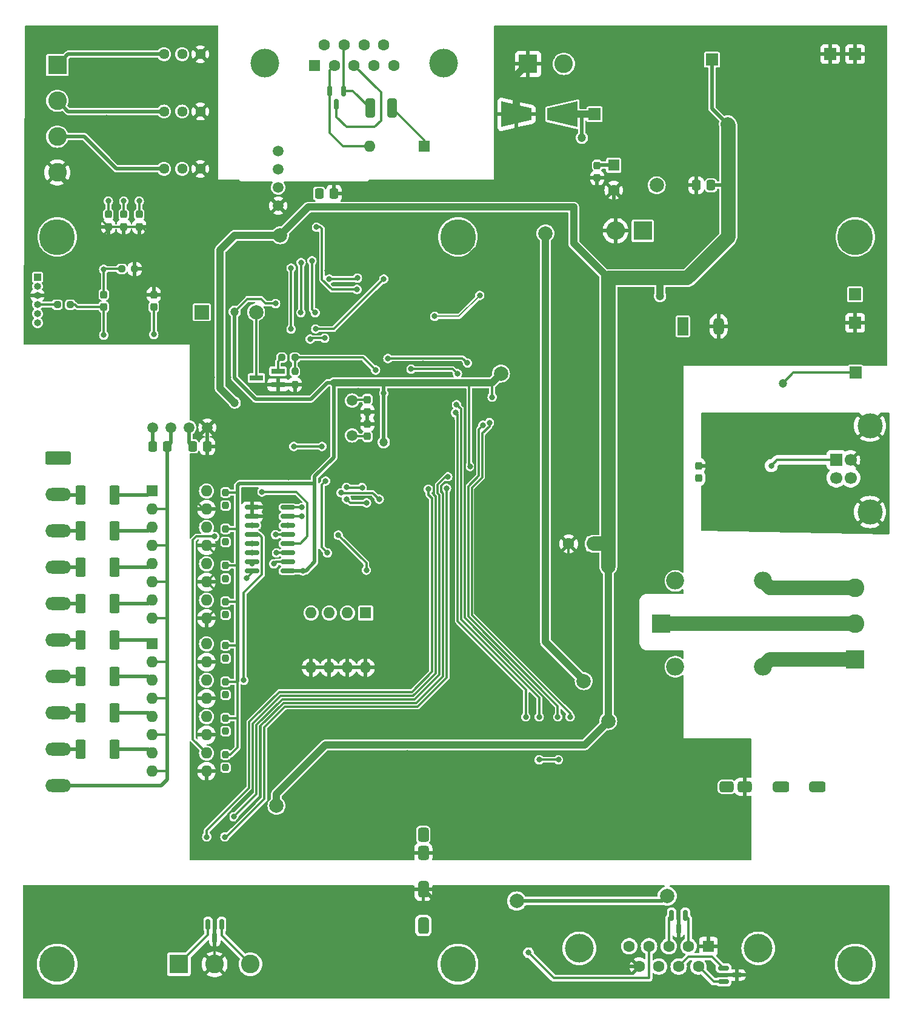
<source format=gbr>
%TF.GenerationSoftware,KiCad,Pcbnew,8.0.1*%
%TF.CreationDate,2024-04-11T20:56:08+03:00*%
%TF.ProjectId,stm32,73746d33-322e-46b6-9963-61645f706362,rev?*%
%TF.SameCoordinates,Original*%
%TF.FileFunction,Copper,L2,Bot*%
%TF.FilePolarity,Positive*%
%FSLAX46Y46*%
G04 Gerber Fmt 4.6, Leading zero omitted, Abs format (unit mm)*
G04 Created by KiCad (PCBNEW 8.0.1) date 2024-04-11 20:56:08*
%MOMM*%
%LPD*%
G01*
G04 APERTURE LIST*
G04 Aperture macros list*
%AMRoundRect*
0 Rectangle with rounded corners*
0 $1 Rounding radius*
0 $2 $3 $4 $5 $6 $7 $8 $9 X,Y pos of 4 corners*
0 Add a 4 corners polygon primitive as box body*
4,1,4,$2,$3,$4,$5,$6,$7,$8,$9,$2,$3,0*
0 Add four circle primitives for the rounded corners*
1,1,$1+$1,$2,$3*
1,1,$1+$1,$4,$5*
1,1,$1+$1,$6,$7*
1,1,$1+$1,$8,$9*
0 Add four rect primitives between the rounded corners*
20,1,$1+$1,$2,$3,$4,$5,0*
20,1,$1+$1,$4,$5,$6,$7,0*
20,1,$1+$1,$6,$7,$8,$9,0*
20,1,$1+$1,$8,$9,$2,$3,0*%
%AMOutline4P*
0 Free polygon, 4 corners , with rotation*
0 The origin of the aperture is its center*
0 number of corners: always 4*
0 $1 to $8 corner X, Y*
0 $9 Rotation angle, in degrees counterclockwise*
0 create outline with 4 corners*
4,1,4,$1,$2,$3,$4,$5,$6,$7,$8,$1,$2,$9*%
G04 Aperture macros list end*
%TA.AperFunction,ComponentPad*%
%ADD10C,1.440000*%
%TD*%
%TA.AperFunction,ComponentPad*%
%ADD11R,1.600000X1.600000*%
%TD*%
%TA.AperFunction,ComponentPad*%
%ADD12C,1.600000*%
%TD*%
%TA.AperFunction,ComponentPad*%
%ADD13R,1.700000X1.700000*%
%TD*%
%TA.AperFunction,ComponentPad*%
%ADD14C,5.000000*%
%TD*%
%TA.AperFunction,ComponentPad*%
%ADD15O,1.600000X1.600000*%
%TD*%
%TA.AperFunction,ComponentPad*%
%ADD16R,1.500000X2.500000*%
%TD*%
%TA.AperFunction,ComponentPad*%
%ADD17O,1.500000X2.500000*%
%TD*%
%TA.AperFunction,ComponentPad*%
%ADD18R,2.000000X2.000000*%
%TD*%
%TA.AperFunction,ComponentPad*%
%ADD19C,2.000000*%
%TD*%
%TA.AperFunction,ComponentPad*%
%ADD20RoundRect,0.250000X-1.550000X0.650000X-1.550000X-0.650000X1.550000X-0.650000X1.550000X0.650000X0*%
%TD*%
%TA.AperFunction,ComponentPad*%
%ADD21O,3.600000X1.800000*%
%TD*%
%TA.AperFunction,ComponentPad*%
%ADD22C,1.500000*%
%TD*%
%TA.AperFunction,ComponentPad*%
%ADD23R,2.600000X2.600000*%
%TD*%
%TA.AperFunction,ComponentPad*%
%ADD24C,2.600000*%
%TD*%
%TA.AperFunction,ComponentPad*%
%ADD25R,2.500000X2.500000*%
%TD*%
%TA.AperFunction,ComponentPad*%
%ADD26O,2.500000X2.500000*%
%TD*%
%TA.AperFunction,ComponentPad*%
%ADD27R,1.000000X1.000000*%
%TD*%
%TA.AperFunction,ComponentPad*%
%ADD28O,1.000000X1.000000*%
%TD*%
%TA.AperFunction,ComponentPad*%
%ADD29C,1.700000*%
%TD*%
%TA.AperFunction,ComponentPad*%
%ADD30C,3.500000*%
%TD*%
%TA.AperFunction,ComponentPad*%
%ADD31O,2.600000X2.600000*%
%TD*%
%TA.AperFunction,ComponentPad*%
%ADD32C,4.000000*%
%TD*%
%TA.AperFunction,ComponentPad*%
%ADD33RoundRect,0.381000X-0.619000X-0.381000X0.619000X-0.381000X0.619000X0.381000X-0.619000X0.381000X0*%
%TD*%
%TA.AperFunction,ComponentPad*%
%ADD34RoundRect,0.381000X-0.762000X-0.381000X0.762000X-0.381000X0.762000X0.381000X-0.762000X0.381000X0*%
%TD*%
%TA.AperFunction,ComponentPad*%
%ADD35RoundRect,0.381000X-0.381000X0.619000X-0.381000X-0.619000X0.381000X-0.619000X0.381000X0.619000X0*%
%TD*%
%TA.AperFunction,ComponentPad*%
%ADD36RoundRect,0.381000X-0.381000X0.762000X-0.381000X-0.762000X0.381000X-0.762000X0.381000X0.762000X0*%
%TD*%
%TA.AperFunction,SMDPad,CuDef*%
%ADD37RoundRect,0.237500X-0.237500X0.300000X-0.237500X-0.300000X0.237500X-0.300000X0.237500X0.300000X0*%
%TD*%
%TA.AperFunction,SMDPad,CuDef*%
%ADD38RoundRect,0.237500X-0.237500X0.250000X-0.237500X-0.250000X0.237500X-0.250000X0.237500X0.250000X0*%
%TD*%
%TA.AperFunction,SMDPad,CuDef*%
%ADD39RoundRect,0.237500X-0.250000X-0.237500X0.250000X-0.237500X0.250000X0.237500X-0.250000X0.237500X0*%
%TD*%
%TA.AperFunction,SMDPad,CuDef*%
%ADD40RoundRect,0.250000X-0.400000X-1.075000X0.400000X-1.075000X0.400000X1.075000X-0.400000X1.075000X0*%
%TD*%
%TA.AperFunction,SMDPad,CuDef*%
%ADD41RoundRect,0.237500X0.237500X-0.300000X0.237500X0.300000X-0.237500X0.300000X-0.237500X-0.300000X0*%
%TD*%
%TA.AperFunction,SMDPad,CuDef*%
%ADD42RoundRect,0.250000X-0.337500X-0.475000X0.337500X-0.475000X0.337500X0.475000X-0.337500X0.475000X0*%
%TD*%
%TA.AperFunction,SMDPad,CuDef*%
%ADD43RoundRect,0.249999X0.450001X1.075001X-0.450001X1.075001X-0.450001X-1.075001X0.450001X-1.075001X0*%
%TD*%
%TA.AperFunction,SMDPad,CuDef*%
%ADD44RoundRect,0.150000X-0.150000X0.587500X-0.150000X-0.587500X0.150000X-0.587500X0.150000X0.587500X0*%
%TD*%
%TA.AperFunction,SMDPad,CuDef*%
%ADD45R,1.900000X0.800000*%
%TD*%
%TA.AperFunction,SMDPad,CuDef*%
%ADD46Outline4P,-2.150000X-1.800000X2.150000X-0.800000X2.150000X0.800000X-2.150000X1.800000X180.000000*%
%TD*%
%TA.AperFunction,SMDPad,CuDef*%
%ADD47Outline4P,-2.150000X-1.800000X2.150000X-0.800000X2.150000X0.800000X-2.150000X1.800000X0.000000*%
%TD*%
%TA.AperFunction,SMDPad,CuDef*%
%ADD48RoundRect,0.150000X-0.825000X-0.150000X0.825000X-0.150000X0.825000X0.150000X-0.825000X0.150000X0*%
%TD*%
%TA.AperFunction,SMDPad,CuDef*%
%ADD49RoundRect,0.150000X-0.587500X-0.150000X0.587500X-0.150000X0.587500X0.150000X-0.587500X0.150000X0*%
%TD*%
%TA.AperFunction,SMDPad,CuDef*%
%ADD50RoundRect,0.250000X0.337500X0.475000X-0.337500X0.475000X-0.337500X-0.475000X0.337500X-0.475000X0*%
%TD*%
%TA.AperFunction,ViaPad*%
%ADD51C,0.800000*%
%TD*%
%TA.AperFunction,ViaPad*%
%ADD52C,1.200000*%
%TD*%
%TA.AperFunction,ViaPad*%
%ADD53C,2.000000*%
%TD*%
%TA.AperFunction,Conductor*%
%ADD54C,0.200000*%
%TD*%
%TA.AperFunction,Conductor*%
%ADD55C,0.300000*%
%TD*%
%TA.AperFunction,Conductor*%
%ADD56C,0.500000*%
%TD*%
%TA.AperFunction,Conductor*%
%ADD57C,1.000000*%
%TD*%
%TA.AperFunction,Conductor*%
%ADD58C,2.000000*%
%TD*%
G04 APERTURE END LIST*
D10*
%TO.P,RV3,1,1*%
%TO.N,GND*%
X38500000Y-24000000D03*
%TO.P,RV3,2,2*%
%TO.N,Net-(R48-Pad1)*%
X35960000Y-24000000D03*
%TO.P,RV3,3,3*%
%TO.N,Net-(J4-Pin_1)*%
X33420000Y-24000000D03*
%TD*%
D11*
%TO.P,C12,1*%
%TO.N,+24V*%
X96266000Y-39497000D03*
D12*
%TO.P,C12,2*%
%TO.N,GND*%
X96266000Y-42997000D03*
%TD*%
D11*
%TO.P,C24,1*%
%TO.N,+5V*%
X93472000Y-92329000D03*
D12*
%TO.P,C24,2*%
%TO.N,GND*%
X89972000Y-92329000D03*
%TD*%
D13*
%TO.P,TP7,1,1*%
%TO.N,+3.3V*%
X130000000Y-57500000D03*
%TD*%
D14*
%TO.P,P5,1,P1*%
%TO.N,unconnected-(P5-P1-Pad1)*%
X18500000Y-151000000D03*
%TD*%
D11*
%TO.P,SW1,1*%
%TO.N,Net-(R23-Pad2)*%
X69814600Y-36804600D03*
D15*
%TO.P,SW1,2*%
%TO.N,/CANL*%
X62194600Y-36804600D03*
%TD*%
D16*
%TO.P,C29,1*%
%TO.N,Net-(D13-A)*%
X105918000Y-61976000D03*
D17*
%TO.P,C29,2*%
%TO.N,GND*%
X110918000Y-61976000D03*
%TD*%
D13*
%TO.P,TP1,1,1*%
%TO.N,GND*%
X130000000Y-61500000D03*
%TD*%
D18*
%TO.P,BZ1,1,-*%
%TO.N,+3.3V*%
X38700000Y-60000000D03*
D19*
%TO.P,BZ1,2,+*%
%TO.N,Net-(BZ1-+)*%
X46300000Y-60000000D03*
%TD*%
D14*
%TO.P,P4,1,P1*%
%TO.N,unconnected-(P4-P1-Pad1)*%
X130000000Y-49500000D03*
%TD*%
D10*
%TO.P,RV2,1,1*%
%TO.N,GND*%
X38500000Y-32000000D03*
%TO.P,RV2,2,2*%
%TO.N,Net-(R47-Pad1)*%
X35960000Y-32000000D03*
%TO.P,RV2,3,3*%
%TO.N,Net-(J4-Pin_2)*%
X33420000Y-32000000D03*
%TD*%
D20*
%TO.P,J2,1,Pin_1*%
%TO.N,/ExtP*%
X18683400Y-80398958D03*
D21*
%TO.P,J2,2,Pin_2*%
%TO.N,Net-(J2-Pin_2)*%
X18683400Y-85478958D03*
%TO.P,J2,3,Pin_3*%
%TO.N,Net-(J2-Pin_3)*%
X18683400Y-90558958D03*
%TO.P,J2,4,Pin_4*%
%TO.N,Net-(J2-Pin_4)*%
X18683400Y-95638958D03*
%TO.P,J2,5,Pin_5*%
%TO.N,Net-(J2-Pin_5)*%
X18683400Y-100718958D03*
%TO.P,J2,6,Pin_6*%
%TO.N,Net-(J2-Pin_6)*%
X18683400Y-105798958D03*
%TO.P,J2,7,Pin_7*%
%TO.N,Net-(J2-Pin_7)*%
X18683400Y-110878958D03*
%TO.P,J2,8,Pin_8*%
%TO.N,Net-(J2-Pin_8)*%
X18683400Y-115958958D03*
%TO.P,J2,9,Pin_9*%
%TO.N,Net-(J2-Pin_9)*%
X18683400Y-121038958D03*
%TO.P,J2,10,Pin_10*%
%TO.N,GNDe*%
X18683400Y-126118958D03*
%TD*%
D11*
%TO.P,U7,1*%
%TO.N,/E4*%
X31750000Y-106299000D03*
D15*
%TO.P,U7,2*%
%TO.N,GNDe*%
X31750000Y-108839000D03*
%TO.P,U7,3*%
%TO.N,/E5*%
X31750000Y-111379000D03*
%TO.P,U7,4*%
%TO.N,GNDe*%
X31750000Y-113919000D03*
%TO.P,U7,5*%
%TO.N,/E6*%
X31750000Y-116459000D03*
%TO.P,U7,6*%
%TO.N,GNDe*%
X31750000Y-118999000D03*
%TO.P,U7,7*%
%TO.N,/E7*%
X31750000Y-121539000D03*
%TO.P,U7,8*%
%TO.N,GNDe*%
X31750000Y-124079000D03*
%TO.P,U7,9*%
%TO.N,GND*%
X39370000Y-124079000D03*
%TO.P,U7,10*%
%TO.N,/L7*%
X39370000Y-121539000D03*
%TO.P,U7,11*%
%TO.N,GND*%
X39370000Y-118999000D03*
%TO.P,U7,12*%
%TO.N,/L6*%
X39370000Y-116459000D03*
%TO.P,U7,13*%
%TO.N,GND*%
X39370000Y-113919000D03*
%TO.P,U7,14*%
%TO.N,/L5*%
X39370000Y-111379000D03*
%TO.P,U7,15*%
%TO.N,GND*%
X39370000Y-108839000D03*
%TO.P,U7,16*%
%TO.N,/L4*%
X39370000Y-106299000D03*
%TD*%
D22*
%TO.P,Y1,1,1*%
%TO.N,/OSCIN*%
X59710600Y-72329200D03*
%TO.P,Y1,2,2*%
%TO.N,/OSCOUT*%
X59710600Y-77209200D03*
%TD*%
%TO.P,Q1,1,GND*%
%TO.N,GND*%
X49384800Y-45143469D03*
%TO.P,Q1,2,Vin*%
%TO.N,/5vcan*%
X49384800Y-42603469D03*
%TO.P,Q1,3,0V*%
%TO.N,GND1*%
X49384800Y-40063469D03*
%TO.P,Q1,4,+Vo*%
%TO.N,Net-(Q1-+Vo)*%
X49384800Y-37523469D03*
%TD*%
D14*
%TO.P,P3,1,P1*%
%TO.N,unconnected-(P3-P1-Pad1)*%
X74500000Y-49500000D03*
%TD*%
D23*
%TO.P,J8,1,Pin_1*%
%TO.N,/NO*%
X130000000Y-108500000D03*
D24*
%TO.P,J8,2,Pin_2*%
%TO.N,/COM*%
X130000000Y-103500000D03*
%TO.P,J8,3,Pin_3*%
%TO.N,/NC*%
X130000000Y-98500000D03*
%TD*%
D13*
%TO.P,TP3,1,1*%
%TO.N,GND*%
X126500000Y-24000000D03*
%TD*%
D10*
%TO.P,RV1,1,1*%
%TO.N,GND*%
X38500000Y-40000000D03*
%TO.P,RV1,2,2*%
%TO.N,Net-(R44-Pad1)*%
X35960000Y-40000000D03*
%TO.P,RV1,3,3*%
%TO.N,Net-(J4-Pin_3)*%
X33420000Y-40000000D03*
%TD*%
D25*
%TO.P,K1,1*%
%TO.N,/COM*%
X102872500Y-103500000D03*
D26*
%TO.P,K1,2*%
%TO.N,Net-(D16-A)*%
X104872500Y-109500000D03*
%TO.P,K1,3*%
%TO.N,/NO*%
X117072500Y-109500000D03*
%TO.P,K1,4*%
%TO.N,/NC*%
X117072500Y-97500000D03*
%TO.P,K1,5*%
%TO.N,+5V*%
X104872500Y-97500000D03*
%TD*%
D11*
%TO.P,U6,1*%
%TO.N,/E0*%
X31750000Y-84963000D03*
D15*
%TO.P,U6,2*%
%TO.N,GNDe*%
X31750000Y-87503000D03*
%TO.P,U6,3*%
%TO.N,/E1*%
X31750000Y-90043000D03*
%TO.P,U6,4*%
%TO.N,GNDe*%
X31750000Y-92583000D03*
%TO.P,U6,5*%
%TO.N,/E2*%
X31750000Y-95123000D03*
%TO.P,U6,6*%
%TO.N,GNDe*%
X31750000Y-97663000D03*
%TO.P,U6,7*%
%TO.N,/E3*%
X31750000Y-100203000D03*
%TO.P,U6,8*%
%TO.N,GNDe*%
X31750000Y-102743000D03*
%TO.P,U6,9*%
%TO.N,GND*%
X39370000Y-102743000D03*
%TO.P,U6,10*%
%TO.N,/L3*%
X39370000Y-100203000D03*
%TO.P,U6,11*%
%TO.N,GND*%
X39370000Y-97663000D03*
%TO.P,U6,12*%
%TO.N,/L2*%
X39370000Y-95123000D03*
%TO.P,U6,13*%
%TO.N,GND*%
X39370000Y-92583000D03*
%TO.P,U6,14*%
%TO.N,/L1*%
X39370000Y-90043000D03*
%TO.P,U6,15*%
%TO.N,GND*%
X39370000Y-87503000D03*
%TO.P,U6,16*%
%TO.N,/L0*%
X39370000Y-84963000D03*
%TD*%
D27*
%TO.P,J6,1,Pin_1*%
%TO.N,/SWCLK*%
X15748000Y-55118000D03*
D28*
%TO.P,J6,2,Pin_2*%
%TO.N,/SWDIO*%
X15748000Y-56388000D03*
%TO.P,J6,3,Pin_3*%
%TO.N,GND*%
X15748000Y-57658000D03*
%TO.P,J6,4,Pin_4*%
%TO.N,Net-(J6-Pin_4)*%
X15748000Y-58928000D03*
%TO.P,J6,5,Pin_5*%
%TO.N,/boot*%
X15748000Y-60198000D03*
%TO.P,J6,6,Pin_6*%
%TO.N,/rst*%
X15748000Y-61468000D03*
%TD*%
D13*
%TO.P,J5,1,VBUS*%
%TO.N,Net-(J5-VBUS)*%
X127354800Y-80621800D03*
D29*
%TO.P,J5,2,D-*%
%TO.N,Net-(J5-D-)*%
X127354800Y-83121800D03*
%TO.P,J5,3,D+*%
%TO.N,Net-(J5-D+)*%
X129354800Y-83121800D03*
%TO.P,J5,4,GND*%
%TO.N,/Gusb*%
X129354800Y-80621800D03*
D30*
%TO.P,J5,5,Shield*%
X132064800Y-75851800D03*
X132064800Y-87891800D03*
%TD*%
D23*
%TO.P,D11,1,K*%
%TO.N,Net-(D11-K)*%
X100330000Y-48641000D03*
D31*
%TO.P,D11,2,A*%
%TO.N,GND*%
X96520000Y-48641000D03*
%TD*%
D32*
%TO.P,J7,0*%
%TO.N,N/C*%
X91460000Y-148800000D03*
X116460000Y-148800000D03*
D11*
%TO.P,J7,1,1*%
%TO.N,GND2*%
X109500000Y-148500000D03*
D12*
%TO.P,J7,2,2*%
%TO.N,/Y422*%
X106730000Y-148500000D03*
%TO.P,J7,3,3*%
%TO.N,/Z422*%
X103960000Y-148500000D03*
%TO.P,J7,4,4*%
%TO.N,/SSI_VR*%
X101190000Y-148500000D03*
%TO.P,J7,5,5*%
%TO.N,Net-(JP9-C)*%
X98420000Y-148500000D03*
%TO.P,J7,6,6*%
%TO.N,/A422*%
X108115000Y-151340000D03*
%TO.P,J7,7,7*%
%TO.N,/B422*%
X105345000Y-151340000D03*
%TO.P,J7,8,8*%
%TO.N,/SSI_Z*%
X102575000Y-151340000D03*
%TO.P,J7,9,9*%
%TO.N,GND2*%
X99805000Y-151340000D03*
%TD*%
D23*
%TO.P,J4,1,Pin_1*%
%TO.N,Net-(J4-Pin_1)*%
X18526000Y-25500000D03*
D24*
%TO.P,J4,2,Pin_2*%
%TO.N,Net-(J4-Pin_2)*%
X18526000Y-30500000D03*
%TO.P,J4,3,Pin_3*%
%TO.N,Net-(J4-Pin_3)*%
X18526000Y-35500000D03*
%TO.P,J4,4,Pin_4*%
%TO.N,GND*%
X18526000Y-40500000D03*
%TD*%
D22*
%TO.P,Q2,1,GND*%
%TO.N,GND*%
X39487400Y-76114886D03*
%TO.P,Q2,2,Vin*%
%TO.N,Net-(Q2-Vin)*%
X36947400Y-76114886D03*
%TO.P,Q2,3,0V*%
%TO.N,GNDe*%
X34407400Y-76114886D03*
%TO.P,Q2,4,+Vo*%
%TO.N,Net-(JP5-B)*%
X31867400Y-76114886D03*
%TD*%
D33*
%TO.P,Q4,1,Vin*%
%TO.N,Net-(Q4-Vin)*%
X112050000Y-126250000D03*
%TO.P,Q4,2,GND*%
%TO.N,GND*%
X114590000Y-126250000D03*
D34*
%TO.P,Q4,4,0V*%
%TO.N,GND2*%
X119670000Y-126250000D03*
%TO.P,Q4,6,+Vo*%
%TO.N,+24Viso*%
X124750000Y-126250000D03*
%TD*%
D11*
%TO.P,SW2,1*%
%TO.N,Net-(U4-A0)*%
X61595000Y-101981000D03*
D15*
%TO.P,SW2,2*%
%TO.N,Net-(U4-A1)*%
X59055000Y-101981000D03*
%TO.P,SW2,3*%
%TO.N,Net-(U4-A2)*%
X56515000Y-101981000D03*
%TO.P,SW2,4*%
%TO.N,Net-(U4-A3)*%
X53975000Y-101981000D03*
%TO.P,SW2,5*%
%TO.N,GND*%
X53975000Y-109601000D03*
%TO.P,SW2,6*%
X56515000Y-109601000D03*
%TO.P,SW2,7*%
X59055000Y-109601000D03*
%TO.P,SW2,8*%
X61595000Y-109601000D03*
%TD*%
D13*
%TO.P,TP6,1,1*%
%TO.N,Net-(D13-A)*%
X130048000Y-68453000D03*
%TD*%
D14*
%TO.P,P1,1,P1*%
%TO.N,unconnected-(P1-P1-Pad1)*%
X74500000Y-151000000D03*
%TD*%
%TO.P,P6,1,P1*%
%TO.N,unconnected-(P6-P1-Pad1)*%
X18500000Y-49500000D03*
%TD*%
D13*
%TO.P,TP5,1,1*%
%TO.N,+5V*%
X109982000Y-24765000D03*
%TD*%
D19*
%TO.P,L1,1,1*%
%TO.N,+5V*%
X112268000Y-42291000D03*
%TO.P,L1,2,2*%
%TO.N,Net-(D11-K)*%
X102268000Y-42291000D03*
%TD*%
D23*
%TO.P,J9,1,Pin_1*%
%TO.N,Net-(D17-A1)*%
X35500000Y-151000000D03*
D24*
%TO.P,J9,2,Pin_2*%
%TO.N,GND2*%
X40500000Y-151000000D03*
%TO.P,J9,3,Pin_3*%
%TO.N,Net-(D17-A2)*%
X45500000Y-151000000D03*
%TD*%
D13*
%TO.P,TP4,1,1*%
%TO.N,+24V*%
X93599000Y-32385000D03*
%TD*%
D14*
%TO.P,P2,1,P1*%
%TO.N,unconnected-(P2-P1-Pad1)*%
X130000000Y-151000000D03*
%TD*%
D23*
%TO.P,J1,1,Pin_1*%
%TO.N,GND*%
X84291000Y-25351500D03*
D24*
%TO.P,J1,2,Pin_2*%
%TO.N,Net-(J1-Pin_2)*%
X89291000Y-25351500D03*
%TD*%
D13*
%TO.P,TP2,1,1*%
%TO.N,GND*%
X130000000Y-24000000D03*
%TD*%
D35*
%TO.P,Q5,1,Vin*%
%TO.N,Net-(Q5-Vin)*%
X69656000Y-132916000D03*
%TO.P,Q5,2,GND*%
%TO.N,GND*%
X69656000Y-135456000D03*
D36*
%TO.P,Q5,4,0V*%
%TO.N,GND2*%
X69656000Y-140536000D03*
%TO.P,Q5,6,+Vo*%
%TO.N,+5Viso*%
X69656000Y-145616000D03*
%TD*%
D32*
%TO.P,J3,0*%
%TO.N,N/C*%
X72490000Y-25280331D03*
X47490000Y-25280331D03*
D11*
%TO.P,J3,1,1*%
%TO.N,unconnected-(J3-Pad1)*%
X54450000Y-25580331D03*
D12*
%TO.P,J3,2,2*%
%TO.N,/CANL*%
X57220000Y-25580331D03*
%TO.P,J3,3,3*%
%TO.N,GND1*%
X59990000Y-25580331D03*
%TO.P,J3,4,4*%
%TO.N,unconnected-(J3-Pad4)*%
X62760000Y-25580331D03*
%TO.P,J3,5,5*%
%TO.N,unconnected-(J3-Pad5)*%
X65530000Y-25580331D03*
%TO.P,J3,6,6*%
%TO.N,unconnected-(J3-Pad6)*%
X55835000Y-22740331D03*
%TO.P,J3,7,7*%
%TO.N,/CANH*%
X58605000Y-22740331D03*
%TO.P,J3,8,8*%
%TO.N,unconnected-(J3-Pad8)*%
X61375000Y-22740331D03*
%TO.P,J3,9,9*%
%TO.N,unconnected-(J3-Pad9)*%
X64145000Y-22740331D03*
%TD*%
D37*
%TO.P,C11,1*%
%TO.N,+24V*%
X93953500Y-39523500D03*
%TO.P,C11,2*%
%TO.N,GND*%
X93953500Y-41248500D03*
%TD*%
D38*
%TO.P,R6,1*%
%TO.N,+3.3V*%
X42037000Y-95378400D03*
%TO.P,R6,2*%
%TO.N,Net-(D3-A)*%
X42037000Y-97203400D03*
%TD*%
D39*
%TO.P,R54,1*%
%TO.N,Net-(J6-Pin_4)*%
X18518500Y-58951500D03*
%TO.P,R54,2*%
%TO.N,+3.3V*%
X20343500Y-58951500D03*
%TD*%
D40*
%TO.P,R23,1*%
%TO.N,/CANH*%
X62204600Y-31521400D03*
%TO.P,R23,2*%
%TO.N,Net-(R23-Pad2)*%
X65304600Y-31521400D03*
%TD*%
D41*
%TO.P,C35,1*%
%TO.N,GND*%
X25654000Y-48080000D03*
%TO.P,C35,2*%
%TO.N,/AIN2*%
X25654000Y-46355000D03*
%TD*%
D42*
%TO.P,C20,1*%
%TO.N,Net-(JP5-B)*%
X31834000Y-78740000D03*
%TO.P,C20,2*%
%TO.N,GNDe*%
X33909000Y-78740000D03*
%TD*%
D38*
%TO.P,R5,1*%
%TO.N,+3.3V*%
X42037000Y-90250000D03*
%TO.P,R5,2*%
%TO.N,Net-(D2-A)*%
X42037000Y-92075000D03*
%TD*%
D43*
%TO.P,R13,1*%
%TO.N,/E0*%
X26543000Y-85503000D03*
%TO.P,R13,2*%
%TO.N,Net-(J2-Pin_2)*%
X21743000Y-85503000D03*
%TD*%
D38*
%TO.P,R4,1*%
%TO.N,+3.3V*%
X42037000Y-85170000D03*
%TO.P,R4,2*%
%TO.N,Net-(D1-A)*%
X42037000Y-86995000D03*
%TD*%
D43*
%TO.P,R18,1*%
%TO.N,/E5*%
X26543000Y-110871000D03*
%TO.P,R18,2*%
%TO.N,Net-(J2-Pin_7)*%
X21743000Y-110871000D03*
%TD*%
D41*
%TO.P,C30,1*%
%TO.N,GND*%
X29972000Y-48080000D03*
%TO.P,C30,2*%
%TO.N,/AIN4*%
X29972000Y-46355000D03*
%TD*%
D43*
%TO.P,R14,1*%
%TO.N,/E1*%
X26543000Y-90551000D03*
%TO.P,R14,2*%
%TO.N,Net-(J2-Pin_3)*%
X21743000Y-90551000D03*
%TD*%
%TO.P,R19,1*%
%TO.N,/E6*%
X26543000Y-115951000D03*
%TO.P,R19,2*%
%TO.N,Net-(J2-Pin_8)*%
X21743000Y-115951000D03*
%TD*%
D44*
%TO.P,D15,1,A1*%
%TO.N,/Z422*%
X104358400Y-144175000D03*
%TO.P,D15,2,A2*%
%TO.N,/Y422*%
X106258400Y-144175000D03*
%TO.P,D15,3,common*%
%TO.N,GND2*%
X105308400Y-146050000D03*
%TD*%
D41*
%TO.P,C26,1*%
%TO.N,Net-(U9-PDEN)*%
X108103500Y-83158500D03*
%TO.P,C26,2*%
%TO.N,/Gusb*%
X108103500Y-81433500D03*
%TD*%
D38*
%TO.P,R10,1*%
%TO.N,+3.3V*%
X42037000Y-116666000D03*
%TO.P,R10,2*%
%TO.N,Net-(D7-A)*%
X42037000Y-118491000D03*
%TD*%
%TO.P,R58,1*%
%TO.N,/Buzzer*%
X51708600Y-68279000D03*
%TO.P,R58,2*%
%TO.N,GND*%
X51708600Y-70104000D03*
%TD*%
D37*
%TO.P,C3,1*%
%TO.N,/OSCIN*%
X61849000Y-72189000D03*
%TO.P,C3,2*%
%TO.N,GND*%
X61849000Y-73914000D03*
%TD*%
D43*
%TO.P,R16,1*%
%TO.N,/E3*%
X26543000Y-100711000D03*
%TO.P,R16,2*%
%TO.N,Net-(J2-Pin_5)*%
X21743000Y-100711000D03*
%TD*%
D45*
%TO.P,Q6,1,G*%
%TO.N,Net-(Q6-G)*%
X49347800Y-68239600D03*
%TO.P,Q6,2,S*%
%TO.N,GND*%
X49347800Y-70139600D03*
%TO.P,Q6,3,D*%
%TO.N,Net-(BZ1-+)*%
X46347800Y-69189600D03*
%TD*%
D43*
%TO.P,R15,1*%
%TO.N,/E2*%
X26543000Y-95631000D03*
%TO.P,R15,2*%
%TO.N,Net-(J2-Pin_4)*%
X21743000Y-95631000D03*
%TD*%
D46*
%TO.P,D9,1,K*%
%TO.N,+24V*%
X89077000Y-32385000D03*
D47*
%TO.P,D9,2,A*%
%TO.N,GND*%
X82677000Y-32385000D03*
%TD*%
D48*
%TO.P,U5,1,A4*%
%TO.N,/L4*%
X45750000Y-96120000D03*
%TO.P,U5,2,A6*%
%TO.N,/L6*%
X45750000Y-94850000D03*
%TO.P,U5,3,A*%
%TO.N,/DIN*%
X45750000Y-93580000D03*
%TO.P,U5,4,A7*%
%TO.N,/L7*%
X45750000Y-92310000D03*
%TO.P,U5,5,A5*%
%TO.N,/L5*%
X45750000Y-91040000D03*
%TO.P,U5,6,~{E}*%
%TO.N,/DEN1*%
X45750000Y-89770000D03*
%TO.P,U5,7,VEE*%
%TO.N,GND*%
X45750000Y-88500000D03*
%TO.P,U5,8,GND*%
X45750000Y-87230000D03*
%TO.P,U5,9,S2*%
%TO.N,/Addr2*%
X50700000Y-87230000D03*
%TO.P,U5,10,S1*%
%TO.N,/Addr1*%
X50700000Y-88500000D03*
%TO.P,U5,11,S0*%
%TO.N,/Addr0*%
X50700000Y-89770000D03*
%TO.P,U5,12,A3*%
%TO.N,/L3*%
X50700000Y-91040000D03*
%TO.P,U5,13,A0*%
%TO.N,/L0*%
X50700000Y-92310000D03*
%TO.P,U5,14,A1*%
%TO.N,/L1*%
X50700000Y-93580000D03*
%TO.P,U5,15,A2*%
%TO.N,/L2*%
X50700000Y-94850000D03*
%TO.P,U5,16,VCC*%
%TO.N,+3.3V*%
X50700000Y-96120000D03*
%TD*%
D38*
%TO.P,R9,1*%
%TO.N,+3.3V*%
X42037000Y-111586000D03*
%TO.P,R9,2*%
%TO.N,Net-(D6-A)*%
X42037000Y-113411000D03*
%TD*%
D41*
%TO.P,C33,1*%
%TO.N,GND*%
X27813000Y-48080000D03*
%TO.P,C33,2*%
%TO.N,/AIN3*%
X27813000Y-46355000D03*
%TD*%
D42*
%TO.P,C17,1*%
%TO.N,Net-(Q2-Vin)*%
X37422000Y-78740000D03*
%TO.P,C17,2*%
%TO.N,GND*%
X39497000Y-78740000D03*
%TD*%
%TO.P,C9,1*%
%TO.N,/5vcan*%
X55096500Y-43455500D03*
%TO.P,C9,2*%
%TO.N,GND*%
X57171500Y-43455500D03*
%TD*%
D49*
%TO.P,D14,1,A1*%
%TO.N,/A422*%
X111612200Y-153451600D03*
%TO.P,D14,2,A2*%
%TO.N,/B422*%
X111612200Y-151551600D03*
%TO.P,D14,3,common*%
%TO.N,GND2*%
X113487200Y-152501600D03*
%TD*%
D43*
%TO.P,R20,1*%
%TO.N,/E7*%
X26543000Y-121031000D03*
%TO.P,R20,2*%
%TO.N,Net-(J2-Pin_9)*%
X21743000Y-121031000D03*
%TD*%
D39*
%TO.P,R1,1*%
%TO.N,/boot*%
X27512000Y-53975000D03*
%TO.P,R1,2*%
%TO.N,GND*%
X29337000Y-53975000D03*
%TD*%
D50*
%TO.P,C23,1*%
%TO.N,+5V*%
X109855000Y-42291000D03*
%TO.P,C23,2*%
%TO.N,GND*%
X107780000Y-42291000D03*
%TD*%
D44*
%TO.P,D10,1,K*%
%TO.N,/CANL*%
X56581000Y-29113000D03*
%TO.P,D10,2,K*%
%TO.N,/CANH*%
X58481000Y-29113000D03*
%TO.P,D10,3,O*%
%TO.N,GND1*%
X57531000Y-30988000D03*
%TD*%
D37*
%TO.P,C39,1*%
%TO.N,/boot*%
X25019000Y-57557500D03*
%TO.P,C39,2*%
%TO.N,+3.3V*%
X25019000Y-59282500D03*
%TD*%
D43*
%TO.P,R17,1*%
%TO.N,/E4*%
X26543000Y-105791000D03*
%TO.P,R17,2*%
%TO.N,Net-(J2-Pin_6)*%
X21743000Y-105791000D03*
%TD*%
D39*
%TO.P,R57,1*%
%TO.N,Net-(Q6-G)*%
X49883600Y-66344800D03*
%TO.P,R57,2*%
%TO.N,/Buzzer*%
X51708600Y-66344800D03*
%TD*%
D38*
%TO.P,R7,1*%
%TO.N,+3.3V*%
X42037000Y-100410000D03*
%TO.P,R7,2*%
%TO.N,Net-(D4-A)*%
X42037000Y-102235000D03*
%TD*%
D44*
%TO.P,D17,1,A1*%
%TO.N,Net-(D17-A1)*%
X39575000Y-145475000D03*
%TO.P,D17,2,A2*%
%TO.N,Net-(D17-A2)*%
X41475000Y-145475000D03*
%TO.P,D17,3,common*%
%TO.N,GND2*%
X40525000Y-147350000D03*
%TD*%
D41*
%TO.P,C5,1*%
%TO.N,/OSCOUT*%
X61849000Y-77343000D03*
%TO.P,C5,2*%
%TO.N,GND*%
X61849000Y-75618000D03*
%TD*%
D38*
%TO.P,R11,1*%
%TO.N,+3.3V*%
X42037000Y-121746000D03*
%TO.P,R11,2*%
%TO.N,Net-(D8-A)*%
X42037000Y-123571000D03*
%TD*%
D41*
%TO.P,C40,1*%
%TO.N,/rst*%
X32004000Y-59282500D03*
%TO.P,C40,2*%
%TO.N,GND*%
X32004000Y-57557500D03*
%TD*%
D38*
%TO.P,R8,1*%
%TO.N,+3.3V*%
X42037000Y-106506000D03*
%TO.P,R8,2*%
%TO.N,Net-(D5-A)*%
X42037000Y-108331000D03*
%TD*%
D51*
%TO.N,GND*%
X77597000Y-46990000D03*
X53848000Y-49022000D03*
X88519000Y-46736000D03*
X88011000Y-35433000D03*
D52*
X96774000Y-21463000D03*
D51*
X81280000Y-77978000D03*
X18265669Y-55902331D03*
X69596000Y-67183000D03*
X100076000Y-71374000D03*
D52*
X81788000Y-118414800D03*
D51*
X101219000Y-37719000D03*
X75284500Y-61849000D03*
X92837000Y-62230000D03*
X88519000Y-43942000D03*
X50800000Y-83058000D03*
X105537000Y-37719000D03*
X88138000Y-88265000D03*
X77851000Y-86360000D03*
X35687000Y-58801000D03*
X40513000Y-86106000D03*
X48641000Y-112649000D03*
X92202000Y-79248000D03*
D52*
X72021800Y-75958800D03*
D51*
X108839000Y-55880000D03*
X81915000Y-57404000D03*
X85217000Y-43942000D03*
D52*
X57782000Y-88000000D03*
X104774000Y-23263000D03*
X104774000Y-25063000D03*
X100774000Y-25063000D03*
D51*
X100711000Y-121031000D03*
X88519000Y-61722000D03*
X39116000Y-51435000D03*
X103251000Y-74295000D03*
X91186000Y-87884000D03*
X69745331Y-65128669D03*
X105664000Y-66802000D03*
X77597000Y-44069000D03*
X32004000Y-53939000D03*
D52*
X58928000Y-74549000D03*
D51*
X114173000Y-54229000D03*
X28194000Y-33401000D03*
X96393000Y-35560000D03*
X90170000Y-121666000D03*
X97663000Y-121031000D03*
X84201000Y-88265000D03*
X67437000Y-111760000D03*
X67945000Y-50038000D03*
X97282000Y-87884000D03*
X103378000Y-118999000D03*
X35687000Y-61722000D03*
X97409000Y-80899000D03*
X45212000Y-73152000D03*
X18288000Y-63754000D03*
X69977000Y-50038000D03*
D52*
X59182000Y-67437000D03*
D51*
X42418000Y-69088000D03*
X26797000Y-63754000D03*
X67691000Y-71120000D03*
D52*
X102774000Y-23263000D03*
X98774000Y-25063000D03*
D51*
X16002000Y-21844000D03*
X42926000Y-51435000D03*
X14859000Y-63754000D03*
X114554000Y-42291000D03*
X78105000Y-101727000D03*
X67437000Y-121539000D03*
D52*
X104774000Y-28663000D03*
D51*
X76200000Y-68580000D03*
X80999500Y-71855500D03*
D52*
X69596000Y-74041000D03*
D51*
X49530000Y-73152000D03*
X127508000Y-65659000D03*
X97536000Y-111887000D03*
X103886000Y-52832000D03*
X84582000Y-61722000D03*
X25400000Y-32893000D03*
X110363000Y-66802000D03*
X51562000Y-127635000D03*
X85471000Y-35433000D03*
D52*
X100774000Y-23263000D03*
D51*
X99060000Y-103378000D03*
X69469000Y-101727000D03*
X30353000Y-36068000D03*
D52*
X98774000Y-28663000D03*
X49276000Y-79883000D03*
X107823000Y-47879000D03*
D51*
X70104000Y-63373000D03*
X105156000Y-94742000D03*
D52*
X102774000Y-28663000D03*
D51*
X40132000Y-69088000D03*
X69342000Y-86360000D03*
D52*
X96774000Y-23263000D03*
D51*
X81703894Y-75791000D03*
X43053000Y-126619000D03*
X40259000Y-135500000D03*
D52*
X102774000Y-25063000D03*
D51*
X85217000Y-46736000D03*
X124460000Y-55245000D03*
D52*
X100774000Y-21463000D03*
X83566000Y-70612000D03*
D51*
X92964000Y-87884000D03*
X50673000Y-115951000D03*
X92710000Y-71374000D03*
X80391000Y-74791000D03*
X124968000Y-65659000D03*
X87122000Y-118668800D03*
X29210000Y-41148000D03*
X114554000Y-135636000D03*
X127889000Y-55245000D03*
X19431000Y-54779000D03*
X102235000Y-77089000D03*
D52*
X102774000Y-26863000D03*
D51*
X66040000Y-68453000D03*
X100076000Y-62230000D03*
D52*
X90000000Y-102000000D03*
X104774000Y-21463000D03*
D51*
X91351288Y-115100288D03*
D52*
X89916000Y-73787000D03*
X98774000Y-21463000D03*
X98774000Y-23263000D03*
X98774000Y-26863000D03*
D51*
X60579000Y-70993000D03*
X58166000Y-54229000D03*
X73914000Y-104648000D03*
D52*
X96774000Y-28663000D03*
D51*
X56261000Y-54229000D03*
X92202000Y-81153000D03*
D52*
X102774000Y-21463000D03*
D51*
X57171500Y-43455500D03*
X45085000Y-85979000D03*
X56896000Y-60325000D03*
X36576000Y-43180000D03*
X71628000Y-43434000D03*
D52*
X96774000Y-25063000D03*
D51*
X50800000Y-85979000D03*
X74422000Y-111760000D03*
X104902000Y-76708000D03*
X78105000Y-73158800D03*
D52*
X96774000Y-26863000D03*
D51*
X67437000Y-119253000D03*
D52*
X104774000Y-26863000D03*
D51*
X44704000Y-68707000D03*
X35687000Y-64008000D03*
X24257000Y-41148000D03*
X77643000Y-65278000D03*
D52*
X100774000Y-28663000D03*
D51*
X53594000Y-62357000D03*
D52*
X84000000Y-78000000D03*
D51*
X83312000Y-121793000D03*
D52*
X100774000Y-26863000D03*
D51*
X48641000Y-125349000D03*
X77089000Y-71247000D03*
X67437000Y-116332000D03*
X31115000Y-48895000D03*
X49784000Y-63627000D03*
D52*
X65500000Y-89000000D03*
D51*
X103886000Y-49530000D03*
D52*
X118110000Y-48006000D03*
D51*
X65024000Y-57531000D03*
X57023000Y-63627000D03*
X93218000Y-121031000D03*
D52*
%TO.N,+5V*%
X102743000Y-57785000D03*
D53*
X95504000Y-117094000D03*
X49149000Y-128905000D03*
D52*
X43307000Y-72644000D03*
D53*
X49657000Y-49276000D03*
X95504000Y-95504000D03*
D51*
%TO.N,/I2C1_SCL*%
X77550000Y-57658000D03*
X71248000Y-60579000D03*
%TO.N,/CAN_Rx*%
X60388500Y-56832500D03*
X54737000Y-48133000D03*
%TO.N,/Buzzer*%
X62992000Y-68072000D03*
%TO.N,/Gusb*%
X116205000Y-83693000D03*
X118237000Y-83693000D03*
X109601000Y-75311000D03*
X116967000Y-89916000D03*
X108103500Y-81433500D03*
D52*
%TO.N,+3.3V*%
X64135000Y-78179000D03*
X43307000Y-59944000D03*
D51*
X64135000Y-71321000D03*
X79274500Y-71855500D03*
X25004000Y-63209000D03*
X52832000Y-96120000D03*
X49022000Y-58801000D03*
X76180000Y-81534000D03*
D53*
X80518000Y-68580000D03*
D51*
%TO.N,Net-(U9-PDEN)*%
X108103500Y-83158500D03*
%TO.N,/rst*%
X55499000Y-78740000D03*
X32004000Y-63119000D03*
X51562000Y-78740000D03*
%TO.N,Net-(J5-VBUS)*%
X118276800Y-81432400D03*
%TO.N,/AIN0*%
X54593936Y-62345422D03*
X64135000Y-55372000D03*
%TO.N,Net-(D5-A)*%
X42037000Y-108349000D03*
%TO.N,/AIN4*%
X29972000Y-44497000D03*
X54544000Y-60071000D03*
X54102000Y-52832000D03*
X55880000Y-63627000D03*
X53843936Y-63754000D03*
D52*
%TO.N,+24V*%
X91821000Y-35687000D03*
D53*
X86723000Y-49004000D03*
X92075000Y-111506000D03*
D51*
%TO.N,Net-(D8-A)*%
X42037000Y-123589000D03*
%TO.N,Net-(D1-A)*%
X42037000Y-87013000D03*
%TO.N,Net-(D2-A)*%
X42037000Y-92075000D03*
D52*
%TO.N,Net-(D13-A)*%
X119888000Y-69935000D03*
D51*
%TO.N,/L0*%
X47117000Y-85090000D03*
%TO.N,/boot*%
X60452000Y-55245000D03*
X56515000Y-55372000D03*
X25004000Y-54029000D03*
%TO.N,/SWCLK*%
X67945000Y-67945000D03*
X74422000Y-68580000D03*
%TO.N,/SWDIO*%
X75819000Y-67095778D03*
X64711616Y-66479384D03*
%TO.N,GND2*%
X86309200Y-145389600D03*
X14986000Y-141351000D03*
D53*
X119761000Y-142240000D03*
D51*
X133477000Y-141351000D03*
X14986000Y-154813000D03*
X66548000Y-143891000D03*
X66548000Y-147574000D03*
X133477000Y-154813000D03*
%TO.N,/SSI_VR*%
X84360000Y-149402800D03*
%TO.N,/SPI1_SCK*%
X85852000Y-116484400D03*
X74295000Y-72898000D03*
%TO.N,/Tx422*%
X88544400Y-122478800D03*
X85852000Y-122478800D03*
%TO.N,/USART1Tx*%
X77978000Y-75794999D03*
X88442800Y-116488200D03*
%TO.N,/SPI1_MISO*%
X83972400Y-116484400D03*
X74168000Y-74041000D03*
%TO.N,/USART1Rx*%
X90170000Y-116488200D03*
X78905975Y-75422349D03*
%TO.N,Net-(D4-A)*%
X42037000Y-102253000D03*
%TO.N,/L1*%
X49149000Y-93599000D03*
D53*
%TO.N,/5viso*%
X82702400Y-142189200D03*
X103733600Y-141478000D03*
D51*
%TO.N,/AIN2*%
X25654000Y-44497000D03*
X51181000Y-62357000D03*
X51181000Y-53848000D03*
%TO.N,/AIN3*%
X52578000Y-53086000D03*
X27813000Y-44497000D03*
X52543994Y-60071000D03*
%TO.N,Net-(JP2-B)*%
X61700433Y-96008716D03*
X57782000Y-91124000D03*
%TO.N,/DIN*%
X56261000Y-93599000D03*
X56007000Y-83566000D03*
X45750000Y-93580000D03*
%TO.N,/Addr2*%
X63500000Y-86106000D03*
X52705000Y-87249000D03*
X58159777Y-85205000D03*
%TO.N,/Addr1*%
X61722000Y-86614000D03*
X52705000Y-88519000D03*
X58940000Y-86106000D03*
%TO.N,/Addr0*%
X50700000Y-89770000D03*
%TO.N,/DEN1*%
X61109331Y-84477331D03*
X45750000Y-89770000D03*
X58928000Y-84455000D03*
%TO.N,Net-(D3-A)*%
X42037000Y-97173000D03*
%TO.N,/L2*%
X48768000Y-95123000D03*
%TO.N,Net-(D6-A)*%
X42037000Y-113429000D03*
%TO.N,/L3*%
X49022000Y-91059000D03*
%TO.N,Net-(D7-A)*%
X42037000Y-118509000D03*
%TO.N,/L4*%
X44958000Y-97155000D03*
%TO.N,/Tx|Rx*%
X41930000Y-133240000D03*
X72898000Y-84582000D03*
%TO.N,/USART3Tx*%
X39390000Y-133240000D03*
X70370000Y-84709000D03*
%TO.N,/USART3Rx*%
X73075475Y-82981475D03*
X43180000Y-130429000D03*
%TO.N,/L5*%
X44577000Y-111379000D03*
%TO.N,/L6*%
X45750000Y-95080000D03*
%TO.N,/L7*%
X45750000Y-92310000D03*
X40513000Y-91313000D03*
%TO.N,/5vcan*%
X55096500Y-43455500D03*
%TD*%
D54*
%TO.N,GND*%
X80149000Y-74549000D02*
X80391000Y-74791000D01*
D55*
X79655975Y-75692000D02*
X81604894Y-75692000D01*
X39370000Y-87503000D02*
X38989000Y-87503000D01*
X73930000Y-75073000D02*
X73930000Y-81153000D01*
X31968000Y-53975000D02*
X32004000Y-53939000D01*
X75311000Y-65128669D02*
X75311000Y-61875500D01*
X100711000Y-121031000D02*
X101346000Y-121031000D01*
X73279000Y-73914000D02*
X73279000Y-74422000D01*
X57171500Y-43455500D02*
X71606500Y-43455500D01*
X73930000Y-81153000D02*
X73930000Y-83693000D01*
X68236682Y-113538000D02*
X68471841Y-113302841D01*
X74295000Y-71120000D02*
X75430000Y-72255000D01*
X79184500Y-74358500D02*
X79655975Y-74829975D01*
X68660106Y-114546000D02*
X50135318Y-114546000D01*
X71649500Y-43455500D02*
X76983500Y-43455500D01*
X69596000Y-67100661D02*
X69596000Y-67183000D01*
X78430000Y-77272000D02*
X78430000Y-83242212D01*
X102235000Y-77089000D02*
X104521000Y-77089000D01*
X75970661Y-83566000D02*
X75430000Y-83566000D01*
X83000000Y-77000000D02*
X82912894Y-77000000D01*
X90551000Y-123698000D02*
X93218000Y-121031000D01*
X52832000Y-70104000D02*
X55499000Y-67437000D01*
X83837212Y-108948788D02*
X90670000Y-115781576D01*
X72136000Y-85090000D02*
X72390000Y-85344000D01*
D56*
X96266000Y-45466000D02*
X106807000Y-45466000D01*
D55*
X30300000Y-48080000D02*
X31115000Y-48895000D01*
X69723000Y-73914000D02*
X69596000Y-74041000D01*
X72136000Y-84283339D02*
X72136000Y-85090000D01*
X19389000Y-54779000D02*
X18265669Y-55902331D01*
X92202000Y-76073000D02*
X89916000Y-73787000D01*
X48334500Y-109601000D02*
X47615000Y-108881500D01*
X73279000Y-74422000D02*
X72021800Y-75679200D01*
X61849000Y-73914000D02*
X61849000Y-75618000D01*
D56*
X107780000Y-42291000D02*
X107780000Y-47836000D01*
D55*
X83312000Y-121793000D02*
X85217000Y-123698000D01*
X73279000Y-71120000D02*
X74295000Y-71120000D01*
X47879000Y-89027000D02*
X47352000Y-88500000D01*
X40640000Y-101473000D02*
X40640000Y-98933000D01*
X49729106Y-113538000D02*
X46200553Y-117066553D01*
X110918000Y-57959000D02*
X108839000Y-55880000D01*
X42418000Y-131826000D02*
X41656000Y-131826000D01*
X79655975Y-74829975D02*
X79655975Y-75692000D01*
X47879000Y-98171000D02*
X47879000Y-89027000D01*
X45847000Y-117420106D02*
X45847000Y-126619000D01*
X75311000Y-61875500D02*
X75284500Y-61849000D01*
D57*
X82677000Y-32385000D02*
X82677000Y-26965500D01*
D55*
X51708600Y-70104000D02*
X52832000Y-70104000D01*
X101346000Y-121031000D02*
X103378000Y-118999000D01*
X82903553Y-110136447D02*
X87122000Y-114354894D01*
X42843661Y-131826000D02*
X42418000Y-131826000D01*
X45974000Y-102743000D02*
X45974000Y-100076000D01*
X73930000Y-83693000D02*
X73891525Y-83731475D01*
D56*
X106807000Y-45466000D02*
X107780000Y-44493000D01*
D55*
X84000000Y-78000000D02*
X83000000Y-77000000D01*
D56*
X96266000Y-46482000D02*
X96520000Y-46736000D01*
D55*
X92202000Y-79248000D02*
X92202000Y-76073000D01*
X79655975Y-75692000D02*
X79655975Y-76046025D01*
X40259000Y-133223000D02*
X40259000Y-135500000D01*
X87122000Y-114354894D02*
X87122000Y-118668800D01*
D54*
X79375000Y-74549000D02*
X80149000Y-74549000D01*
D55*
X54229000Y-60960000D02*
X56261000Y-60960000D01*
X29337000Y-53975000D02*
X31968000Y-53975000D01*
X81815447Y-111224553D02*
X81815447Y-118387353D01*
X59997000Y-75618000D02*
X58928000Y-74549000D01*
X53594000Y-62357000D02*
X53594000Y-61595000D01*
D56*
X39487400Y-78730400D02*
X39497000Y-78740000D01*
D55*
X72390000Y-85344000D02*
X72390000Y-110816106D01*
X19431000Y-54779000D02*
X25654000Y-48556000D01*
D56*
X96266000Y-42997000D02*
X96266000Y-45466000D01*
D55*
X39624000Y-80264000D02*
X41783000Y-82423000D01*
X51708600Y-70104000D02*
X49383400Y-70104000D01*
X56261000Y-54229000D02*
X58166000Y-54229000D01*
X92202000Y-81153000D02*
X92202000Y-79248000D01*
X45750000Y-87230000D02*
X45750000Y-88500000D01*
X71365394Y-85733607D02*
X71365394Y-110409288D01*
X32004000Y-57557500D02*
X32004000Y-53939000D01*
X73930000Y-83693000D02*
X73930000Y-103339106D01*
X55499000Y-67437000D02*
X59182000Y-67437000D01*
X97663000Y-121031000D02*
X100711000Y-121031000D01*
X47615000Y-108881500D02*
X47615000Y-104384000D01*
X45847000Y-126619000D02*
X42418000Y-130048000D01*
X40640000Y-96393000D02*
X40640000Y-93853000D01*
X46863000Y-117818318D02*
X46863000Y-127806662D01*
X76930000Y-84742212D02*
X76930000Y-102041576D01*
X75430000Y-83566000D02*
X75430000Y-102662894D01*
X78430000Y-83242212D02*
X76930000Y-84742212D01*
D56*
X38500000Y-35414000D02*
X38481000Y-35433000D01*
D55*
X94000000Y-106000000D02*
X90000000Y-102000000D01*
X77493669Y-65128669D02*
X77643000Y-65278000D01*
X68471841Y-113302841D02*
X68281341Y-113493341D01*
D56*
X107780000Y-47836000D02*
X107823000Y-47879000D01*
D55*
X37846000Y-86360000D02*
X37846000Y-82042000D01*
D54*
X79696200Y-73158800D02*
X80999500Y-71855500D01*
D55*
X81604894Y-75692000D02*
X81703894Y-75791000D01*
X75430000Y-102662894D02*
X82903553Y-110136447D01*
X40640000Y-98933000D02*
X39370000Y-97663000D01*
X76930000Y-71406000D02*
X76930000Y-82606661D01*
X69745331Y-65128669D02*
X75311000Y-65128669D01*
X77089000Y-71247000D02*
X76930000Y-71406000D01*
X89972000Y-92329000D02*
X89972000Y-101972000D01*
X73843289Y-81153000D02*
X71120000Y-83876289D01*
D56*
X96520000Y-46736000D02*
X96520000Y-48641000D01*
X96266000Y-48808000D02*
X96480000Y-49022000D01*
D55*
X56261000Y-60960000D02*
X56896000Y-60325000D01*
X61849000Y-75618000D02*
X59997000Y-75618000D01*
D54*
X78105000Y-73158800D02*
X79696200Y-73158800D01*
D55*
X49383400Y-70104000D02*
X49347800Y-70139600D01*
X46863000Y-127806662D02*
X42843661Y-131826000D01*
X68236682Y-113538000D02*
X49729106Y-113538000D01*
X75430000Y-72255000D02*
X75430000Y-83566000D01*
X75311000Y-65128669D02*
X77493669Y-65128669D01*
X46736000Y-82423000D02*
X49276000Y-79883000D01*
X38989000Y-87503000D02*
X37846000Y-86360000D01*
X94000000Y-112451576D02*
X94000000Y-106000000D01*
X112522000Y-55880000D02*
X114173000Y-54229000D01*
X74222894Y-103632000D02*
X81815447Y-111224553D01*
X46200553Y-117066553D02*
X45847000Y-117420106D01*
X67691000Y-71120000D02*
X73279000Y-71120000D01*
X72390000Y-110816106D02*
X68660106Y-114546000D01*
X69596000Y-67183000D02*
X74803000Y-67183000D01*
X108839000Y-55880000D02*
X112522000Y-55880000D01*
X39370000Y-102743000D02*
X40640000Y-101473000D01*
X29972000Y-48080000D02*
X30300000Y-48080000D01*
X73279000Y-73914000D02*
X69723000Y-73914000D01*
X37846000Y-82042000D02*
X39624000Y-80264000D01*
D56*
X96266000Y-45466000D02*
X96266000Y-46482000D01*
D55*
X89972000Y-101972000D02*
X90000000Y-102000000D01*
X64500000Y-88000000D02*
X65500000Y-89000000D01*
X19431000Y-54779000D02*
X19389000Y-54779000D01*
X47615000Y-104384000D02*
X45974000Y-102743000D01*
X90670000Y-115781576D02*
X91351288Y-115100288D01*
X71628000Y-43434000D02*
X71649500Y-43455500D01*
X39370000Y-97663000D02*
X40640000Y-96393000D01*
X73891525Y-83731475D02*
X72687864Y-83731475D01*
X85217000Y-123698000D02*
X90551000Y-123698000D01*
X78105000Y-73158800D02*
X78105000Y-73279000D01*
X79655975Y-76046025D02*
X78430000Y-77272000D01*
D56*
X107780000Y-44493000D02*
X107780000Y-42291000D01*
D55*
X39497000Y-80137000D02*
X39624000Y-80264000D01*
X25654000Y-48556000D02*
X25654000Y-48080000D01*
X71120000Y-83876289D02*
X71120000Y-85488213D01*
X53975000Y-109601000D02*
X48334500Y-109601000D01*
X45974000Y-100076000D02*
X47879000Y-98171000D01*
X40640000Y-93853000D02*
X39370000Y-92583000D01*
X73930000Y-81153000D02*
X73843289Y-81153000D01*
X103251000Y-75057000D02*
X103251000Y-74295000D01*
X77597000Y-50433509D02*
X73801509Y-54229000D01*
X42418000Y-130048000D02*
X42418000Y-131826000D01*
X73279000Y-74422000D02*
X73930000Y-75073000D01*
X76930000Y-82606661D02*
X75970661Y-83566000D01*
X81815447Y-118387353D02*
X81788000Y-118414800D01*
X41656000Y-131826000D02*
X40259000Y-133223000D01*
X41783000Y-82423000D02*
X46736000Y-82423000D01*
X71365394Y-110409288D02*
X68471841Y-113302841D01*
X53594000Y-61595000D02*
X54229000Y-60960000D01*
X25654000Y-48080000D02*
X29972000Y-48080000D01*
X78105000Y-73279000D02*
X79184500Y-74358500D01*
X110918000Y-61976000D02*
X110918000Y-57959000D01*
X74803000Y-67183000D02*
X76200000Y-68580000D01*
X91351288Y-115100288D02*
X94000000Y-112451576D01*
X47352000Y-88500000D02*
X45750000Y-88500000D01*
X72687864Y-83731475D02*
X72136000Y-84283339D01*
X50135318Y-114546000D02*
X46863000Y-117818318D01*
X25654000Y-48080000D02*
X18526000Y-40952000D01*
D56*
X39487400Y-76114886D02*
X39487400Y-78730400D01*
D55*
X77597000Y-46990000D02*
X77597000Y-50433509D01*
D54*
X79184500Y-74358500D02*
X79375000Y-74549000D01*
D55*
X71120000Y-85488213D02*
X71365394Y-85733607D01*
D57*
X82677000Y-26965500D02*
X84291000Y-25351500D01*
D55*
X71606500Y-43455500D02*
X71628000Y-43434000D01*
X104902000Y-76708000D02*
X103251000Y-75057000D01*
X73930000Y-103339106D02*
X74222894Y-103632000D01*
X72021800Y-75679200D02*
X72021800Y-75958800D01*
X103886000Y-49530000D02*
X103886000Y-52832000D01*
X57782000Y-88000000D02*
X64500000Y-88000000D01*
X73801509Y-54229000D02*
X58166000Y-54229000D01*
X76930000Y-102041576D02*
X83837212Y-108948788D01*
X104521000Y-77089000D02*
X104902000Y-76708000D01*
X82912894Y-77000000D02*
X81703894Y-75791000D01*
X73279000Y-71120000D02*
X73279000Y-73914000D01*
X68281341Y-113493341D02*
X68236682Y-113538000D01*
X18526000Y-40952000D02*
X18526000Y-40500000D01*
X76983500Y-43455500D02*
X77597000Y-44069000D01*
X39497000Y-78740000D02*
X39497000Y-80137000D01*
D58*
%TO.N,+5V*%
X95504000Y-92329000D02*
X95504000Y-95504000D01*
D56*
X109982000Y-24765000D02*
X109982000Y-31567000D01*
D57*
X53594000Y-45339000D02*
X90678000Y-45339000D01*
X102743000Y-55245000D02*
X102743000Y-56388000D01*
X41275000Y-51308000D02*
X41275000Y-70612000D01*
D56*
X109982000Y-31567000D02*
X112197000Y-33782000D01*
D57*
X90678000Y-45339000D02*
X90678000Y-50419000D01*
X102743000Y-56388000D02*
X102743000Y-57785000D01*
D58*
X112268000Y-33853000D02*
X112197000Y-33782000D01*
X93472000Y-92329000D02*
X95504000Y-92329000D01*
D57*
X90678000Y-50419000D02*
X95504000Y-55245000D01*
D58*
X112268000Y-49530000D02*
X106553000Y-55245000D01*
D57*
X95504000Y-95504000D02*
X95504000Y-117094000D01*
X49657000Y-49276000D02*
X43307000Y-49276000D01*
D56*
X112268000Y-42291000D02*
X109855000Y-42291000D01*
D57*
X53594000Y-45339000D02*
X49657000Y-49276000D01*
D58*
X102743000Y-55245000D02*
X106553000Y-55245000D01*
D57*
X95504000Y-117094000D02*
X92202000Y-120396000D01*
D58*
X112268000Y-42291000D02*
X112268000Y-49530000D01*
D57*
X92202000Y-120396000D02*
X56007000Y-120396000D01*
X49149000Y-127254000D02*
X49149000Y-128905000D01*
X56007000Y-120396000D02*
X49149000Y-127254000D01*
X41275000Y-70612000D02*
X43307000Y-72644000D01*
X43307000Y-49276000D02*
X41275000Y-51308000D01*
D58*
X95504000Y-55245000D02*
X95504000Y-92329000D01*
X95504000Y-55245000D02*
X102743000Y-55245000D01*
X112268000Y-42291000D02*
X112268000Y-33853000D01*
D54*
%TO.N,/I2C1_SCL*%
X71248000Y-60579000D02*
X74629000Y-60579000D01*
X74629000Y-60579000D02*
X77550000Y-57658000D01*
D55*
%TO.N,Net-(BZ1-+)*%
X46300000Y-69141800D02*
X46347800Y-69189600D01*
X46300000Y-60000000D02*
X46300000Y-69141800D01*
%TO.N,/CANL*%
X56581000Y-29113000D02*
X56581000Y-26219331D01*
X58394600Y-36804600D02*
X62194600Y-36804600D01*
X56581000Y-29113000D02*
X56581000Y-34991000D01*
X56581000Y-34991000D02*
X58394600Y-36804600D01*
X56581000Y-26219331D02*
X57220000Y-25580331D01*
%TO.N,/CANH*%
X59796200Y-29113000D02*
X58481000Y-29113000D01*
X58481000Y-29113000D02*
X58481000Y-22864331D01*
X62204600Y-31521400D02*
X59796200Y-29113000D01*
X58481000Y-22864331D02*
X58605000Y-22740331D01*
D56*
%TO.N,/E0*%
X26543000Y-85503000D02*
X31210000Y-85503000D01*
X31210000Y-85503000D02*
X31750000Y-84963000D01*
D55*
%TO.N,/CAN_Rx*%
X55245000Y-48133000D02*
X55499000Y-48387000D01*
X54737000Y-48133000D02*
X55245000Y-48133000D01*
X55499000Y-48387000D02*
X55499000Y-55435500D01*
X56896000Y-56832500D02*
X60388500Y-56832500D01*
X55499000Y-55435500D02*
X56896000Y-56832500D01*
%TO.N,GNDe*%
X31750000Y-97663000D02*
X33909000Y-97663000D01*
D56*
X33909000Y-87503000D02*
X33909000Y-92583000D01*
D55*
X31750000Y-108839000D02*
X33909000Y-108839000D01*
X33782000Y-102743000D02*
X33909000Y-102616000D01*
D56*
X33909000Y-78740000D02*
X33909000Y-87503000D01*
X33909000Y-92583000D02*
X33909000Y-97663000D01*
X33909000Y-113919000D02*
X33909000Y-118999000D01*
X33909000Y-118999000D02*
X33909000Y-124079000D01*
X33909000Y-102616000D02*
X33909000Y-108839000D01*
X33909000Y-108839000D02*
X33909000Y-113919000D01*
X33909000Y-97663000D02*
X33909000Y-102616000D01*
X34407400Y-78241600D02*
X33909000Y-78740000D01*
D55*
X31750000Y-113919000D02*
X33909000Y-113919000D01*
D56*
X34407400Y-76114886D02*
X34407400Y-78241600D01*
X33012042Y-126118958D02*
X18683400Y-126118958D01*
D55*
X31750000Y-87503000D02*
X33909000Y-87503000D01*
D56*
X33909000Y-125222000D02*
X33012042Y-126118958D01*
D55*
X31750000Y-118999000D02*
X33909000Y-118999000D01*
D56*
X33909000Y-124079000D02*
X33909000Y-125222000D01*
D55*
X31750000Y-102743000D02*
X33782000Y-102743000D01*
X31750000Y-92583000D02*
X33909000Y-92583000D01*
X31750000Y-124079000D02*
X33909000Y-124079000D01*
D56*
%TO.N,/E4*%
X26543000Y-105791000D02*
X31242000Y-105791000D01*
X31242000Y-105791000D02*
X31750000Y-106299000D01*
%TO.N,/E1*%
X26543000Y-90551000D02*
X31242000Y-90551000D01*
X31242000Y-90551000D02*
X31750000Y-90043000D01*
%TO.N,/E2*%
X26543000Y-95631000D02*
X31242000Y-95631000D01*
X31242000Y-95631000D02*
X31750000Y-95123000D01*
%TO.N,/E6*%
X26543000Y-115951000D02*
X31242000Y-115951000D01*
X31242000Y-115951000D02*
X31750000Y-116459000D01*
%TO.N,/E3*%
X26543000Y-100711000D02*
X31242000Y-100711000D01*
X31242000Y-100711000D02*
X31750000Y-100203000D01*
D55*
%TO.N,/Buzzer*%
X61264800Y-66344800D02*
X62992000Y-68072000D01*
X60706000Y-66344800D02*
X61264800Y-66344800D01*
X51708600Y-66344800D02*
X60706000Y-66344800D01*
X51708600Y-66344800D02*
X51708600Y-68279000D01*
X60706000Y-66344800D02*
X61036200Y-66344800D01*
D56*
%TO.N,/E7*%
X26543000Y-121031000D02*
X31242000Y-121031000D01*
X31242000Y-121031000D02*
X31750000Y-121539000D01*
D55*
%TO.N,/Gusb*%
X118237000Y-83693000D02*
X116205000Y-83693000D01*
%TO.N,+3.3V*%
X43688000Y-120777000D02*
X43688000Y-116713000D01*
D56*
X52832000Y-96120000D02*
X50700000Y-96120000D01*
D55*
X76073000Y-80772000D02*
X76073000Y-81427000D01*
X42037000Y-85170000D02*
X43641000Y-85170000D01*
X47625000Y-58801000D02*
X46990000Y-58166000D01*
D57*
X76073000Y-69850000D02*
X64135000Y-69850000D01*
D55*
X79248000Y-69850000D02*
X79248000Y-71829000D01*
X43641000Y-116666000D02*
X43688000Y-116713000D01*
D56*
X64135000Y-71321000D02*
X64135000Y-78179000D01*
X43688000Y-106553000D02*
X43688000Y-111506000D01*
D57*
X80518000Y-68580000D02*
X79248000Y-69850000D01*
D56*
X54483000Y-94869000D02*
X53232000Y-96120000D01*
X54483000Y-83947000D02*
X43942000Y-83947000D01*
D55*
X25019000Y-63194000D02*
X25004000Y-63209000D01*
X43608000Y-90250000D02*
X43688000Y-90170000D01*
D56*
X43307000Y-69215000D02*
X46228000Y-72136000D01*
D55*
X43641000Y-85170000D02*
X43688000Y-85217000D01*
D56*
X46228000Y-72136000D02*
X53975000Y-72136000D01*
X43942000Y-83947000D02*
X43688000Y-84201000D01*
D55*
X43641000Y-106506000D02*
X43688000Y-106553000D01*
D56*
X54483000Y-83947000D02*
X54483000Y-94869000D01*
X64135000Y-71321000D02*
X64135000Y-69850000D01*
X56261000Y-69850000D02*
X57150000Y-69850000D01*
D55*
X45085000Y-58166000D02*
X46990000Y-58166000D01*
X76073000Y-81427000D02*
X76180000Y-81534000D01*
D56*
X43688000Y-90170000D02*
X43688000Y-95377000D01*
D55*
X42037000Y-95378400D02*
X43686600Y-95378400D01*
X43608000Y-100410000D02*
X43688000Y-100330000D01*
D56*
X43307000Y-59944000D02*
X43307000Y-69215000D01*
D55*
X42037000Y-90250000D02*
X43608000Y-90250000D01*
X42037000Y-106506000D02*
X43641000Y-106506000D01*
X79248000Y-69850000D02*
X79602500Y-69850000D01*
D57*
X79248000Y-69850000D02*
X76073000Y-69850000D01*
D56*
X57150000Y-80264000D02*
X54483000Y-82931000D01*
D55*
X43608000Y-111586000D02*
X43688000Y-111506000D01*
X43688000Y-116713000D02*
X43688000Y-111506000D01*
X76073000Y-69850000D02*
X76073000Y-80772000D01*
D56*
X43688000Y-100330000D02*
X43688000Y-106553000D01*
D55*
X21309500Y-59282500D02*
X20978500Y-58951500D01*
X42037000Y-111586000D02*
X43608000Y-111586000D01*
X49022000Y-58801000D02*
X47625000Y-58801000D01*
X43307000Y-59944000D02*
X45085000Y-58166000D01*
D56*
X43688000Y-95377000D02*
X43688000Y-100330000D01*
D55*
X25019000Y-59282500D02*
X21309500Y-59282500D01*
X79248000Y-71829000D02*
X79274500Y-71855500D01*
X25019000Y-59282500D02*
X25019000Y-63194000D01*
D56*
X53975000Y-72136000D02*
X56261000Y-69850000D01*
D55*
X42037000Y-100410000D02*
X43608000Y-100410000D01*
X42037000Y-116666000D02*
X43641000Y-116666000D01*
D56*
X53232000Y-96120000D02*
X52832000Y-96120000D01*
D57*
X64135000Y-69850000D02*
X57150000Y-69850000D01*
D56*
X54483000Y-82931000D02*
X54483000Y-83947000D01*
X43688000Y-85217000D02*
X43688000Y-90170000D01*
D55*
X43686600Y-95378400D02*
X43688000Y-95377000D01*
X20978500Y-58951500D02*
X20343500Y-58951500D01*
X42037000Y-121746000D02*
X42719000Y-121746000D01*
D56*
X43688000Y-84201000D02*
X43688000Y-85217000D01*
X57150000Y-69850000D02*
X57150000Y-80264000D01*
D55*
X42719000Y-121746000D02*
X43688000Y-120777000D01*
%TO.N,/rst*%
X55499000Y-78740000D02*
X51562000Y-78740000D01*
X32004000Y-59282500D02*
X32004000Y-63119000D01*
D56*
%TO.N,/E5*%
X31242000Y-110871000D02*
X31750000Y-111379000D01*
X26543000Y-110871000D02*
X31242000Y-110871000D01*
D55*
%TO.N,Net-(J5-VBUS)*%
X119087400Y-80621800D02*
X118276800Y-81432400D01*
X127354800Y-80621800D02*
X119087400Y-80621800D01*
%TO.N,/AIN0*%
X62865000Y-56642000D02*
X64135000Y-55372000D01*
X57161578Y-62345422D02*
X54593936Y-62345422D01*
X62865000Y-56642000D02*
X57161578Y-62345422D01*
%TO.N,Net-(D5-A)*%
X42037000Y-108331000D02*
X42037000Y-108349000D01*
%TO.N,/AIN4*%
X54544000Y-60071000D02*
X54102000Y-59629000D01*
X29972000Y-46355000D02*
X29972000Y-44497000D01*
X55880000Y-63627000D02*
X53970936Y-63627000D01*
X54102000Y-59629000D02*
X54102000Y-52832000D01*
X53970936Y-63627000D02*
X53843936Y-63754000D01*
D57*
%TO.N,+24V*%
X86741000Y-49022000D02*
X86741000Y-106045000D01*
D56*
X91821000Y-32385000D02*
X91821000Y-35687000D01*
D57*
X92202000Y-111506000D02*
X92075000Y-111506000D01*
D56*
X96266000Y-39497000D02*
X93980000Y-39497000D01*
X93980000Y-39497000D02*
X93953500Y-39523500D01*
D57*
X86741000Y-106045000D02*
X92202000Y-111506000D01*
X89077000Y-32385000D02*
X91821000Y-32385000D01*
X91821000Y-32385000D02*
X93599000Y-32385000D01*
X86723000Y-49004000D02*
X86741000Y-49022000D01*
D55*
%TO.N,Net-(D8-A)*%
X42037000Y-123571000D02*
X42037000Y-123589000D01*
%TO.N,Net-(D1-A)*%
X42037000Y-86995000D02*
X42037000Y-87013000D01*
%TO.N,GND1*%
X57531000Y-30988000D02*
X57531000Y-32766000D01*
X62865000Y-34163000D02*
X63754000Y-33274000D01*
X63754000Y-33274000D02*
X63754000Y-29344331D01*
X57531000Y-32766000D02*
X58928000Y-34163000D01*
X58928000Y-34163000D02*
X62865000Y-34163000D01*
X63754000Y-29344331D02*
X59990000Y-25580331D01*
%TO.N,Net-(D13-A)*%
X121370000Y-68453000D02*
X119888000Y-69935000D01*
X130048000Y-68453000D02*
X121370000Y-68453000D01*
%TO.N,/L0*%
X51943000Y-85090000D02*
X50546000Y-85090000D01*
X50700000Y-92310000D02*
X52470000Y-92310000D01*
X52470000Y-92310000D02*
X53467000Y-91313000D01*
X53467000Y-86614000D02*
X51943000Y-85090000D01*
X50546000Y-85090000D02*
X47117000Y-85090000D01*
X53467000Y-91313000D02*
X53467000Y-86614000D01*
D56*
%TO.N,Net-(J4-Pin_1)*%
X20026000Y-24000000D02*
X18526000Y-25500000D01*
X33420000Y-24000000D02*
X20026000Y-24000000D01*
%TO.N,Net-(J4-Pin_3)*%
X22292000Y-35500000D02*
X18526000Y-35500000D01*
X33420000Y-40000000D02*
X26792000Y-40000000D01*
X26792000Y-40000000D02*
X22292000Y-35500000D01*
D55*
%TO.N,/A422*%
X110226600Y-153451600D02*
X108115000Y-151340000D01*
X111612200Y-153451600D02*
X110226600Y-153451600D01*
%TO.N,/boot*%
X56515000Y-55372000D02*
X60325000Y-55372000D01*
X25058000Y-53975000D02*
X25004000Y-54029000D01*
X25019000Y-54044000D02*
X25004000Y-54029000D01*
X27512000Y-53975000D02*
X25058000Y-53975000D01*
X60325000Y-55372000D02*
X60452000Y-55245000D01*
X25019000Y-57557500D02*
X25019000Y-54044000D01*
%TO.N,/SWCLK*%
X67945000Y-67945000D02*
X73787000Y-67945000D01*
X73787000Y-67945000D02*
X74422000Y-68580000D01*
%TO.N,/SWDIO*%
X64711616Y-66479384D02*
X64758000Y-66433000D01*
X64758000Y-66433000D02*
X75156222Y-66433000D01*
X75156222Y-66433000D02*
X75819000Y-67095778D01*
%TO.N,/B422*%
X105345000Y-151340000D02*
X106723400Y-149961600D01*
X110022200Y-149961600D02*
X111612200Y-151551600D01*
X106723400Y-149961600D02*
X110022200Y-149961600D01*
%TO.N,/Y422*%
X106730000Y-148500000D02*
X106730000Y-144646600D01*
X106730000Y-144646600D02*
X106258400Y-144175000D01*
D56*
%TO.N,GND2*%
X94513400Y-146786600D02*
X95961200Y-148234400D01*
X95961200Y-148234400D02*
X95961200Y-150672800D01*
X96628400Y-151340000D02*
X99805000Y-151340000D01*
D55*
X113487200Y-154025600D02*
X112776000Y-154736800D01*
X112776000Y-154736800D02*
X105867200Y-154736800D01*
X102514400Y-147523200D02*
X102514400Y-149301200D01*
X111060400Y-148500000D02*
X109500000Y-148500000D01*
X94513400Y-146786600D02*
X101777800Y-146786600D01*
X103936800Y-152806400D02*
X105867200Y-154736800D01*
D56*
X86309200Y-145389600D02*
X93116400Y-145389600D01*
D55*
X40525000Y-147350000D02*
X40525000Y-150975000D01*
X103936800Y-149860000D02*
X103936800Y-152806400D01*
X40525000Y-150975000D02*
X40500000Y-151000000D01*
X104546400Y-149860000D02*
X105308400Y-149098000D01*
X103073200Y-149860000D02*
X103936800Y-149860000D01*
X105308400Y-149098000D02*
X105308400Y-146050000D01*
D56*
X74509600Y-145389600D02*
X86309200Y-145389600D01*
X93116400Y-145389600D02*
X94513400Y-146786600D01*
D55*
X103936800Y-149860000D02*
X104546400Y-149860000D01*
X101777800Y-146786600D02*
X102514400Y-147523200D01*
D56*
X95961200Y-150672800D02*
X96628400Y-151340000D01*
X69656000Y-140536000D02*
X74509600Y-145389600D01*
D55*
X113487200Y-152501600D02*
X113487200Y-154025600D01*
X113487200Y-152501600D02*
X113487200Y-150926800D01*
X102514400Y-149301200D02*
X103073200Y-149860000D01*
X113487200Y-150926800D02*
X111060400Y-148500000D01*
%TO.N,/SSI_VR*%
X87912400Y-152955200D02*
X84360000Y-149402800D01*
X101190000Y-148500000D02*
X101190000Y-152955200D01*
X101190000Y-152955200D02*
X87912400Y-152955200D01*
%TO.N,/Z422*%
X103960000Y-144573400D02*
X104358400Y-144175000D01*
X103960000Y-148500000D02*
X103960000Y-144573400D01*
D56*
%TO.N,Net-(J4-Pin_2)*%
X20026000Y-32000000D02*
X18526000Y-30500000D01*
X33420000Y-32000000D02*
X20026000Y-32000000D01*
%TO.N,Net-(JP5-B)*%
X31867400Y-76114886D02*
X31867400Y-78706600D01*
X31867400Y-78706600D02*
X31834000Y-78740000D01*
%TO.N,Net-(J2-Pin_3)*%
X21743000Y-90551000D02*
X18691358Y-90551000D01*
X18691358Y-90551000D02*
X18683400Y-90558958D01*
%TO.N,Net-(J2-Pin_2)*%
X21743000Y-85503000D02*
X18707442Y-85503000D01*
X18707442Y-85503000D02*
X18683400Y-85478958D01*
%TO.N,Net-(J2-Pin_4)*%
X21735042Y-95638958D02*
X21743000Y-95631000D01*
X18683400Y-95638958D02*
X21735042Y-95638958D01*
%TO.N,Net-(J2-Pin_7)*%
X21735042Y-110878958D02*
X21743000Y-110871000D01*
X18683400Y-110878958D02*
X21735042Y-110878958D01*
%TO.N,Net-(J2-Pin_8)*%
X18691358Y-115951000D02*
X18683400Y-115958958D01*
X21743000Y-115951000D02*
X18691358Y-115951000D01*
%TO.N,Net-(J2-Pin_6)*%
X21735042Y-105798958D02*
X21743000Y-105791000D01*
X18683400Y-105798958D02*
X21735042Y-105798958D01*
%TO.N,Net-(J2-Pin_5)*%
X21735042Y-100718958D02*
X21743000Y-100711000D01*
X18683400Y-100718958D02*
X21735042Y-100718958D01*
%TO.N,Net-(J2-Pin_9)*%
X21743000Y-121031000D02*
X18691358Y-121031000D01*
X18691358Y-121031000D02*
X18683400Y-121038958D01*
D55*
%TO.N,/SPI1_SCK*%
X85852000Y-113792000D02*
X85852000Y-116484400D01*
X74930000Y-73533000D02*
X74930000Y-102870000D01*
X74295000Y-72898000D02*
X74930000Y-73533000D01*
X74930000Y-102870000D02*
X85852000Y-113792000D01*
%TO.N,/Tx422*%
X85852000Y-122478800D02*
X88544400Y-122478800D01*
%TO.N,/USART1Tx*%
X77978000Y-75794999D02*
X77430000Y-76342999D01*
X77430000Y-76342999D02*
X77430000Y-82828000D01*
X77430000Y-82828000D02*
X75930000Y-84328000D01*
X75930000Y-84328000D02*
X75930000Y-102455788D01*
X75930000Y-102455788D02*
X88442800Y-114968588D01*
X88442800Y-114968588D02*
X88442800Y-116488200D01*
%TO.N,/SPI1_MISO*%
X74430000Y-103132000D02*
X83972400Y-112674400D01*
X74168000Y-74041000D02*
X74430000Y-74303000D01*
X83972400Y-112674400D02*
X83972400Y-116484400D01*
X74430000Y-74303000D02*
X74430000Y-103132000D01*
%TO.N,/USART1Rx*%
X78905975Y-75927685D02*
X77930000Y-76903660D01*
X77930000Y-76903660D02*
X77930000Y-83035106D01*
X90170000Y-115988682D02*
X90170000Y-116488200D01*
X77930000Y-83035106D02*
X76430000Y-84535106D01*
X76430000Y-102248682D02*
X90170000Y-115988682D01*
X78905975Y-75422349D02*
X78905975Y-75927685D01*
X76430000Y-84535106D02*
X76430000Y-102248682D01*
%TO.N,Net-(J6-Pin_4)*%
X18495000Y-58928000D02*
X18518500Y-58951500D01*
X15748000Y-58928000D02*
X18495000Y-58928000D01*
%TO.N,Net-(D4-A)*%
X42037000Y-102235000D02*
X42037000Y-102253000D01*
%TO.N,/L1*%
X49149000Y-93599000D02*
X50681000Y-93599000D01*
X50681000Y-93599000D02*
X50700000Y-93580000D01*
D56*
%TO.N,/5viso*%
X103022400Y-142189200D02*
X103733600Y-141478000D01*
X82702400Y-142189200D02*
X103022400Y-142189200D01*
D58*
%TO.N,/COM*%
X130000000Y-103500000D02*
X102872500Y-103500000D01*
%TO.N,/NO*%
X130000000Y-108500000D02*
X118072500Y-108500000D01*
X118072500Y-108500000D02*
X117072500Y-109500000D01*
%TO.N,/NC*%
X118072500Y-98500000D02*
X117072500Y-97500000D01*
X130000000Y-98500000D02*
X118072500Y-98500000D01*
D55*
%TO.N,/AIN2*%
X51181000Y-60325000D02*
X51181000Y-62357000D01*
X25654000Y-46355000D02*
X25654000Y-44497000D01*
X51181000Y-60198000D02*
X51181000Y-60325000D01*
X51181000Y-53848000D02*
X51181000Y-60198000D01*
%TO.N,/AIN3*%
X27813000Y-46355000D02*
X27813000Y-44497000D01*
X52578000Y-53086000D02*
X52578000Y-60036994D01*
X52578000Y-60036994D02*
X52543994Y-60071000D01*
%TO.N,Net-(JP2-B)*%
X61700433Y-95042433D02*
X57782000Y-91124000D01*
X61700433Y-96008716D02*
X61700433Y-95042433D01*
%TO.N,/DIN*%
X55499000Y-84074000D02*
X55499000Y-92837000D01*
X55499000Y-92837000D02*
X56261000Y-93599000D01*
X56007000Y-83566000D02*
X55499000Y-84074000D01*
%TO.N,/Addr2*%
X58182108Y-85227331D02*
X62621331Y-85227331D01*
X62621331Y-85227331D02*
X63500000Y-86106000D01*
X52686000Y-87230000D02*
X52705000Y-87249000D01*
X58159777Y-85205000D02*
X58182108Y-85227331D01*
X50700000Y-87230000D02*
X52686000Y-87230000D01*
%TO.N,/Addr1*%
X61722000Y-86614000D02*
X59448000Y-86614000D01*
X59448000Y-86614000D02*
X58940000Y-86106000D01*
X50700000Y-88500000D02*
X52686000Y-88500000D01*
X52686000Y-88500000D02*
X52705000Y-88519000D01*
%TO.N,/DEN1*%
X58950331Y-84477331D02*
X58928000Y-84455000D01*
X61109331Y-84477331D02*
X58950331Y-84477331D01*
%TO.N,Net-(D3-A)*%
X42037000Y-97203400D02*
X42037000Y-97173000D01*
%TO.N,/L2*%
X50700000Y-94850000D02*
X49041000Y-94850000D01*
X49041000Y-94850000D02*
X48768000Y-95123000D01*
%TO.N,Net-(D6-A)*%
X42037000Y-113411000D02*
X42037000Y-113429000D01*
%TO.N,/L3*%
X50681000Y-91059000D02*
X50700000Y-91040000D01*
X49022000Y-91059000D02*
X50681000Y-91059000D01*
%TO.N,Net-(D7-A)*%
X42037000Y-118491000D02*
X42037000Y-118509000D01*
%TO.N,/L4*%
X45750000Y-96120000D02*
X45750000Y-96363000D01*
X45750000Y-96363000D02*
X44958000Y-97155000D01*
%TO.N,/OSCIN*%
X61849000Y-72189000D02*
X59850800Y-72189000D01*
X59710600Y-72329200D02*
X59850800Y-72189000D01*
%TO.N,/OSCOUT*%
X59710600Y-77209200D02*
X59844400Y-77343000D01*
X61849000Y-77343000D02*
X59844400Y-77343000D01*
%TO.N,/Tx|Rx*%
X72898000Y-111015212D02*
X72898000Y-84582000D01*
X42136767Y-133240000D02*
X47451712Y-127925055D01*
X47451712Y-127925055D02*
X47451712Y-117936712D01*
X47451712Y-117936712D02*
X50342424Y-115046000D01*
X50342424Y-115046000D02*
X68867213Y-115046000D01*
X68867213Y-115046000D02*
X72898000Y-111015212D01*
X41930000Y-133240000D02*
X42136767Y-133240000D01*
%TO.N,/USART3Tx*%
X45339000Y-126419894D02*
X39390000Y-132368894D01*
X68054788Y-113012788D02*
X70865394Y-110202182D01*
X46101000Y-116459000D02*
X45339000Y-117221000D01*
X70865394Y-110202182D02*
X70865394Y-85979000D01*
X45339000Y-117221000D02*
X45339000Y-126419894D01*
X70370000Y-85483606D02*
X70370000Y-84709000D01*
X46101000Y-116459000D02*
X49547212Y-113012788D01*
X39390000Y-132368894D02*
X39390000Y-133240000D01*
X49547212Y-113012788D02*
X68054788Y-113012788D01*
X70865394Y-85979000D02*
X70370000Y-85483606D01*
%TO.N,/USART3Rx*%
X68453000Y-114046000D02*
X67691000Y-114046000D01*
X67683000Y-114038000D02*
X49936212Y-114038000D01*
X71628000Y-84084233D02*
X71628000Y-85289107D01*
X67691000Y-114046000D02*
X67683000Y-114038000D01*
X73075475Y-82981475D02*
X72730758Y-82981475D01*
X72730758Y-82981475D02*
X71628000Y-84084233D01*
X49936212Y-114038000D02*
X46355000Y-117619212D01*
X71890000Y-85551107D02*
X71890000Y-110609000D01*
X71890000Y-110609000D02*
X68453000Y-114046000D01*
X46355000Y-127254000D02*
X43180000Y-130429000D01*
X71628000Y-85289107D02*
X71890000Y-85551107D01*
X46355000Y-117619212D02*
X46355000Y-127254000D01*
%TO.N,/L5*%
X44577000Y-99187000D02*
X44577000Y-111379000D01*
X45750000Y-91040000D02*
X46724999Y-91040000D01*
X47117000Y-96647000D02*
X44577000Y-99187000D01*
X46724999Y-91040000D02*
X47117000Y-91432001D01*
X47117000Y-91432001D02*
X47117000Y-96647000D01*
%TO.N,/L7*%
X37465000Y-119634000D02*
X39370000Y-121539000D01*
X37973000Y-91313000D02*
X37465000Y-91821000D01*
X40513000Y-91313000D02*
X37973000Y-91313000D01*
X37465000Y-91821000D02*
X37465000Y-119634000D01*
%TO.N,Net-(D17-A1)*%
X39575000Y-145475000D02*
X39575000Y-146925000D01*
X39575000Y-146925000D02*
X35500000Y-151000000D01*
%TO.N,Net-(D17-A2)*%
X41475000Y-146975000D02*
X45500000Y-151000000D01*
X41475000Y-145475000D02*
X41475000Y-146975000D01*
D56*
%TO.N,Net-(Q2-Vin)*%
X36947400Y-76114886D02*
X36947400Y-78265400D01*
X36947400Y-78265400D02*
X37422000Y-78740000D01*
D55*
%TO.N,Net-(Q6-G)*%
X49347800Y-66880600D02*
X49883600Y-66344800D01*
X49347800Y-68239600D02*
X49347800Y-66880600D01*
%TO.N,Net-(R23-Pad2)*%
X69814600Y-36804600D02*
X69814600Y-36031400D01*
X69814600Y-36031400D02*
X65304600Y-31521400D01*
%TD*%
%TA.AperFunction,Conductor*%
%TO.N,GND2*%
G36*
X68353191Y-140018907D02*
G01*
X68389155Y-140068407D01*
X68394000Y-140099000D01*
X68394000Y-140285999D01*
X68394001Y-140286000D01*
X69489012Y-140286000D01*
X69471795Y-140295940D01*
X69415940Y-140351795D01*
X69376444Y-140420204D01*
X69356000Y-140496504D01*
X69356000Y-140575496D01*
X69376444Y-140651796D01*
X69415940Y-140720205D01*
X69471795Y-140776060D01*
X69540204Y-140815556D01*
X69616504Y-140836000D01*
X69695496Y-140836000D01*
X69771796Y-140815556D01*
X69840205Y-140776060D01*
X69896060Y-140720205D01*
X69935556Y-140651796D01*
X69956000Y-140575496D01*
X69956000Y-140496504D01*
X69935556Y-140420204D01*
X69896060Y-140351795D01*
X69840205Y-140295940D01*
X69822988Y-140286000D01*
X70917998Y-140286000D01*
X70917999Y-140285999D01*
X70917999Y-140099000D01*
X70936906Y-140040809D01*
X70986406Y-140004845D01*
X71016999Y-140000000D01*
X103279658Y-140000000D01*
X103337849Y-140018907D01*
X103373813Y-140068407D01*
X103373813Y-140129593D01*
X103337849Y-140179093D01*
X103305282Y-140194626D01*
X103277121Y-140202172D01*
X103269933Y-140204098D01*
X103055781Y-140303959D01*
X103055773Y-140303963D01*
X102862203Y-140439501D01*
X102695101Y-140606603D01*
X102559563Y-140800173D01*
X102559559Y-140800181D01*
X102459698Y-141014332D01*
X102398535Y-141242599D01*
X102377941Y-141477994D01*
X102377941Y-141477995D01*
X102377941Y-141478000D01*
X102378209Y-141481067D01*
X102377941Y-141482230D01*
X102377941Y-141482322D01*
X102377920Y-141482322D01*
X102364450Y-141540683D01*
X102318276Y-141580827D01*
X102279587Y-141588700D01*
X83975564Y-141588700D01*
X83917373Y-141569793D01*
X83885839Y-141531538D01*
X83876437Y-141511375D01*
X83876436Y-141511373D01*
X83856094Y-141482322D01*
X83740895Y-141317799D01*
X83573801Y-141150705D01*
X83573797Y-141150702D01*
X83573796Y-141150701D01*
X83466407Y-141075507D01*
X83380230Y-141015165D01*
X83166063Y-140915297D01*
X82937808Y-140854137D01*
X82937807Y-140854136D01*
X82937800Y-140854135D01*
X82702404Y-140833541D01*
X82702396Y-140833541D01*
X82466999Y-140854135D01*
X82238732Y-140915298D01*
X82024581Y-141015159D01*
X82024573Y-141015163D01*
X81831003Y-141150701D01*
X81663901Y-141317803D01*
X81528363Y-141511373D01*
X81528359Y-141511381D01*
X81428498Y-141725532D01*
X81367335Y-141953799D01*
X81346741Y-142189195D01*
X81346741Y-142189204D01*
X81367335Y-142424600D01*
X81367336Y-142424607D01*
X81367337Y-142424608D01*
X81428497Y-142652863D01*
X81528365Y-142867030D01*
X81663905Y-143060601D01*
X81830999Y-143227695D01*
X82024570Y-143363235D01*
X82238737Y-143463103D01*
X82466992Y-143524263D01*
X82466996Y-143524263D01*
X82466999Y-143524264D01*
X82702396Y-143544859D01*
X82702400Y-143544859D01*
X82702404Y-143544859D01*
X82937800Y-143524264D01*
X82937801Y-143524263D01*
X82937808Y-143524263D01*
X83166063Y-143463103D01*
X83380230Y-143363235D01*
X83573801Y-143227695D01*
X83740895Y-143060601D01*
X83876435Y-142867030D01*
X83877589Y-142864553D01*
X83885841Y-142846861D01*
X83927569Y-142802113D01*
X83975565Y-142789700D01*
X102937264Y-142789700D01*
X102937280Y-142789701D01*
X102943343Y-142789701D01*
X103101455Y-142789701D01*
X103101457Y-142789701D01*
X103230606Y-142755095D01*
X103281850Y-142755095D01*
X103498192Y-142813063D01*
X103498196Y-142813063D01*
X103498199Y-142813064D01*
X103733596Y-142833659D01*
X103733600Y-142833659D01*
X103733604Y-142833659D01*
X103969000Y-142813064D01*
X103969001Y-142813063D01*
X103969008Y-142813063D01*
X104197263Y-142751903D01*
X104411430Y-142652035D01*
X104605001Y-142516495D01*
X104772095Y-142349401D01*
X104907635Y-142155830D01*
X105007503Y-141941663D01*
X105068663Y-141713408D01*
X105078270Y-141603601D01*
X105089259Y-141478004D01*
X105089259Y-141477995D01*
X105068664Y-141242599D01*
X105068663Y-141242596D01*
X105068663Y-141242592D01*
X105007503Y-141014337D01*
X104932799Y-140854135D01*
X104907640Y-140800181D01*
X104907636Y-140800173D01*
X104772098Y-140606603D01*
X104772097Y-140606602D01*
X104772095Y-140606599D01*
X104605001Y-140439505D01*
X104604997Y-140439502D01*
X104604996Y-140439501D01*
X104479738Y-140351795D01*
X104411430Y-140303965D01*
X104197263Y-140204097D01*
X104161918Y-140194626D01*
X104110605Y-140161303D01*
X104088678Y-140104181D01*
X104104514Y-140045081D01*
X104152063Y-140006576D01*
X104187542Y-140000000D01*
X134700500Y-140000000D01*
X134758691Y-140018907D01*
X134794655Y-140068407D01*
X134799500Y-140099000D01*
X134799500Y-155700500D01*
X134780593Y-155758691D01*
X134731093Y-155794655D01*
X134700500Y-155799500D01*
X13799500Y-155799500D01*
X13741309Y-155780593D01*
X13705345Y-155731093D01*
X13700500Y-155700500D01*
X13700500Y-151000000D01*
X15644669Y-151000000D01*
X15663976Y-151331486D01*
X15712211Y-151605037D01*
X15721635Y-151658485D01*
X15749520Y-151751628D01*
X15816866Y-151976580D01*
X15816867Y-151976582D01*
X15900597Y-152170689D01*
X15948383Y-152281470D01*
X15948386Y-152281476D01*
X15948390Y-152281483D01*
X16114397Y-152569016D01*
X16114403Y-152569026D01*
X16114406Y-152569030D01*
X16312690Y-152835371D01*
X16540553Y-153076893D01*
X16794915Y-153290327D01*
X16894314Y-153355703D01*
X17046351Y-153455700D01*
X17072334Y-153472789D01*
X17369061Y-153621811D01*
X17681082Y-153735377D01*
X17681085Y-153735377D01*
X17681086Y-153735378D01*
X18004166Y-153811950D01*
X18004171Y-153811950D01*
X18004177Y-153811952D01*
X18333977Y-153850500D01*
X18333980Y-153850500D01*
X18666020Y-153850500D01*
X18666023Y-153850500D01*
X18995823Y-153811952D01*
X18995829Y-153811950D01*
X18995833Y-153811950D01*
X19219608Y-153758914D01*
X19318918Y-153735377D01*
X19630939Y-153621811D01*
X19927666Y-153472789D01*
X20205085Y-153290327D01*
X20459447Y-153076893D01*
X20687310Y-152835371D01*
X20885594Y-152569030D01*
X21021716Y-152333260D01*
X33849500Y-152333260D01*
X33855479Y-152374294D01*
X33859427Y-152401395D01*
X33902988Y-152490500D01*
X33910802Y-152506483D01*
X33993517Y-152589198D01*
X34047285Y-152615483D01*
X34098604Y-152640572D01*
X34098605Y-152640572D01*
X34098607Y-152640573D01*
X34166740Y-152650500D01*
X34166743Y-152650500D01*
X36833257Y-152650500D01*
X36833260Y-152650500D01*
X36901393Y-152640573D01*
X37006483Y-152589198D01*
X37089198Y-152506483D01*
X37140573Y-152401393D01*
X37150500Y-152333260D01*
X37150500Y-151000002D01*
X38694953Y-151000002D01*
X38715113Y-151269022D01*
X38715115Y-151269032D01*
X38775146Y-151532049D01*
X38873706Y-151783174D01*
X38873715Y-151783193D01*
X39008596Y-152016812D01*
X39008606Y-152016827D01*
X39062294Y-152084150D01*
X39898957Y-151247486D01*
X39923978Y-151307890D01*
X39995112Y-151414351D01*
X40085649Y-151504888D01*
X40192110Y-151576022D01*
X40252511Y-151601041D01*
X39414850Y-152438702D01*
X39597484Y-152563220D01*
X39840541Y-152680270D01*
X40098334Y-152759789D01*
X40098344Y-152759791D01*
X40365105Y-152799999D01*
X40365114Y-152800000D01*
X40634886Y-152800000D01*
X40634894Y-152799999D01*
X40901655Y-152759791D01*
X40901665Y-152759789D01*
X41159458Y-152680270D01*
X41402521Y-152563218D01*
X41585149Y-152438703D01*
X41585149Y-152438702D01*
X40747488Y-151601041D01*
X40807890Y-151576022D01*
X40914351Y-151504888D01*
X41004888Y-151414351D01*
X41076022Y-151307890D01*
X41101041Y-151247487D01*
X41937704Y-152084150D01*
X41991399Y-152016820D01*
X42126284Y-151783193D01*
X42126293Y-151783174D01*
X42224853Y-151532049D01*
X42284884Y-151269032D01*
X42284886Y-151269022D01*
X42305047Y-151000002D01*
X42305047Y-150999997D01*
X42284886Y-150730977D01*
X42284884Y-150730967D01*
X42224853Y-150467950D01*
X42126293Y-150216825D01*
X42126284Y-150216806D01*
X41991403Y-149983187D01*
X41991393Y-149983172D01*
X41937704Y-149915848D01*
X41101041Y-150752510D01*
X41076022Y-150692110D01*
X41004888Y-150585649D01*
X40914351Y-150495112D01*
X40807890Y-150423978D01*
X40747486Y-150398957D01*
X41585149Y-149561295D01*
X41402521Y-149436781D01*
X41159458Y-149319729D01*
X40901665Y-149240210D01*
X40901655Y-149240208D01*
X40634894Y-149200000D01*
X40365105Y-149200000D01*
X40098344Y-149240208D01*
X40098334Y-149240210D01*
X39840541Y-149319729D01*
X39597480Y-149436780D01*
X39414849Y-149561295D01*
X40252512Y-150398958D01*
X40192110Y-150423978D01*
X40085649Y-150495112D01*
X39995112Y-150585649D01*
X39923978Y-150692110D01*
X39898958Y-150752512D01*
X39062294Y-149915848D01*
X39008605Y-149983173D01*
X39008596Y-149983187D01*
X38873715Y-150216806D01*
X38873706Y-150216825D01*
X38775146Y-150467950D01*
X38715115Y-150730967D01*
X38715113Y-150730977D01*
X38694953Y-150999997D01*
X38694953Y-151000002D01*
X37150500Y-151000002D01*
X37150500Y-150098320D01*
X37169407Y-150040129D01*
X37179490Y-150028322D01*
X39555996Y-147651815D01*
X39610513Y-147624039D01*
X39670945Y-147633610D01*
X39714210Y-147676875D01*
X39725000Y-147721820D01*
X39725000Y-148003136D01*
X39727899Y-148039989D01*
X39773719Y-148197700D01*
X39773719Y-148197701D01*
X39857314Y-148339052D01*
X39973447Y-148455185D01*
X40114799Y-148538780D01*
X40272506Y-148584598D01*
X40272513Y-148584600D01*
X40275000Y-148584795D01*
X40775000Y-148584795D01*
X40777486Y-148584600D01*
X40777493Y-148584598D01*
X40935200Y-148538780D01*
X40935201Y-148538780D01*
X41076552Y-148455185D01*
X41192685Y-148339052D01*
X41276280Y-148197701D01*
X41276280Y-148197700D01*
X41322100Y-148039989D01*
X41325000Y-148003136D01*
X41325000Y-147771822D01*
X41343907Y-147713631D01*
X41393407Y-147677667D01*
X41454593Y-147677667D01*
X41494004Y-147701818D01*
X43982672Y-150190486D01*
X44010449Y-150245003D01*
X44004132Y-150298375D01*
X43925428Y-150488383D01*
X43925427Y-150488387D01*
X43864778Y-150741007D01*
X43844396Y-151000000D01*
X43864778Y-151258992D01*
X43925427Y-151511611D01*
X44024844Y-151751625D01*
X44024850Y-151751637D01*
X44160582Y-151973132D01*
X44160592Y-151973145D01*
X44307709Y-152145397D01*
X44329311Y-152170689D01*
X44329317Y-152170694D01*
X44329320Y-152170697D01*
X44459034Y-152281483D01*
X44526860Y-152339412D01*
X44526862Y-152339413D01*
X44526867Y-152339417D01*
X44748362Y-152475149D01*
X44748372Y-152475154D01*
X44975010Y-152569031D01*
X44988388Y-152574572D01*
X44988390Y-152574573D01*
X45241006Y-152635221D01*
X45500000Y-152655604D01*
X45758994Y-152635221D01*
X46011610Y-152574573D01*
X46251628Y-152475154D01*
X46251632Y-152475151D01*
X46251637Y-152475149D01*
X46473132Y-152339417D01*
X46473132Y-152339416D01*
X46473140Y-152339412D01*
X46670689Y-152170689D01*
X46839412Y-151973140D01*
X46854661Y-151948256D01*
X46975149Y-151751637D01*
X46975151Y-151751632D01*
X46975154Y-151751628D01*
X47074573Y-151511610D01*
X47135221Y-151258994D01*
X47155604Y-151000000D01*
X71644669Y-151000000D01*
X71663976Y-151331486D01*
X71712211Y-151605037D01*
X71721635Y-151658485D01*
X71749520Y-151751628D01*
X71816866Y-151976580D01*
X71816867Y-151976582D01*
X71900597Y-152170689D01*
X71948383Y-152281470D01*
X71948386Y-152281476D01*
X71948390Y-152281483D01*
X72114397Y-152569016D01*
X72114403Y-152569026D01*
X72114406Y-152569030D01*
X72312690Y-152835371D01*
X72540553Y-153076893D01*
X72794915Y-153290327D01*
X72894314Y-153355703D01*
X73046351Y-153455700D01*
X73072334Y-153472789D01*
X73369061Y-153621811D01*
X73681082Y-153735377D01*
X73681085Y-153735377D01*
X73681086Y-153735378D01*
X74004166Y-153811950D01*
X74004171Y-153811950D01*
X74004177Y-153811952D01*
X74333977Y-153850500D01*
X74333980Y-153850500D01*
X74666020Y-153850500D01*
X74666023Y-153850500D01*
X74995823Y-153811952D01*
X74995829Y-153811950D01*
X74995833Y-153811950D01*
X75219608Y-153758914D01*
X75318918Y-153735377D01*
X75630939Y-153621811D01*
X75927666Y-153472789D01*
X76205085Y-153290327D01*
X76459447Y-153076893D01*
X76687310Y-152835371D01*
X76885594Y-152569030D01*
X77051617Y-152281470D01*
X77183133Y-151976581D01*
X77278365Y-151658485D01*
X77336024Y-151331484D01*
X77355331Y-151000000D01*
X77336024Y-150668516D01*
X77278365Y-150341515D01*
X77183133Y-150023419D01*
X77051617Y-149718530D01*
X77051609Y-149718516D01*
X76885602Y-149430983D01*
X76885598Y-149430977D01*
X76885594Y-149430970D01*
X76864625Y-149402804D01*
X83604751Y-149402804D01*
X83623685Y-149570853D01*
X83623688Y-149570865D01*
X83679544Y-149730490D01*
X83679544Y-149730491D01*
X83769520Y-149873686D01*
X83769523Y-149873690D01*
X83889110Y-149993277D01*
X83889112Y-149993278D01*
X83889113Y-149993279D01*
X83955565Y-150035034D01*
X84032310Y-150083256D01*
X84075361Y-150098320D01*
X84191934Y-150139111D01*
X84191938Y-150139112D01*
X84191941Y-150139113D01*
X84191942Y-150139113D01*
X84191946Y-150139114D01*
X84359997Y-150158049D01*
X84365561Y-150158049D01*
X84365561Y-150160702D01*
X84415159Y-150170836D01*
X84436343Y-150186957D01*
X85989486Y-151740099D01*
X87511898Y-153262511D01*
X87511900Y-153262514D01*
X87605086Y-153355700D01*
X87605088Y-153355701D01*
X87605090Y-153355703D01*
X87719210Y-153421590D01*
X87719208Y-153421590D01*
X87719212Y-153421591D01*
X87719214Y-153421592D01*
X87846507Y-153455700D01*
X87846508Y-153455700D01*
X87846509Y-153455700D01*
X101255890Y-153455700D01*
X101255892Y-153455700D01*
X101383186Y-153421592D01*
X101383188Y-153421590D01*
X101383190Y-153421590D01*
X101497309Y-153355703D01*
X101497309Y-153355702D01*
X101497314Y-153355700D01*
X101590500Y-153262514D01*
X101656392Y-153148386D01*
X101690500Y-153021092D01*
X101690500Y-152314700D01*
X101709407Y-152256509D01*
X101758907Y-152220545D01*
X101820093Y-152220545D01*
X101856195Y-152241538D01*
X101864497Y-152249106D01*
X101878698Y-152262052D01*
X101878699Y-152262053D01*
X101910059Y-152281470D01*
X102059981Y-152374298D01*
X102258802Y-152451321D01*
X102468390Y-152490500D01*
X102681610Y-152490500D01*
X102891198Y-152451321D01*
X103090019Y-152374298D01*
X103271302Y-152262052D01*
X103428872Y-152118407D01*
X103557366Y-151948255D01*
X103652405Y-151757389D01*
X103710756Y-151552310D01*
X103730429Y-151340000D01*
X104189571Y-151340000D01*
X104209244Y-151552311D01*
X104209246Y-151552317D01*
X104267595Y-151757389D01*
X104362634Y-151948255D01*
X104491128Y-152118407D01*
X104548467Y-152170679D01*
X104648692Y-152262047D01*
X104648699Y-152262053D01*
X104680059Y-152281470D01*
X104829981Y-152374298D01*
X105028802Y-152451321D01*
X105238390Y-152490500D01*
X105451610Y-152490500D01*
X105661198Y-152451321D01*
X105860019Y-152374298D01*
X106041302Y-152262052D01*
X106198872Y-152118407D01*
X106327366Y-151948255D01*
X106422405Y-151757389D01*
X106480756Y-151552310D01*
X106500429Y-151340000D01*
X106480756Y-151127690D01*
X106448913Y-151015776D01*
X106451174Y-150954636D01*
X106474131Y-150918682D01*
X106901719Y-150491096D01*
X106956235Y-150463319D01*
X106971722Y-150462100D01*
X107137442Y-150462100D01*
X107195633Y-150481007D01*
X107231597Y-150530507D01*
X107231597Y-150591693D01*
X107216446Y-150620761D01*
X107132635Y-150731743D01*
X107132630Y-150731752D01*
X107045114Y-150907510D01*
X107037595Y-150922611D01*
X107028483Y-150954636D01*
X106979244Y-151127688D01*
X106959571Y-151340000D01*
X106979244Y-151552311D01*
X106979246Y-151552317D01*
X107037595Y-151757389D01*
X107132634Y-151948255D01*
X107261128Y-152118407D01*
X107318467Y-152170679D01*
X107418692Y-152262047D01*
X107418699Y-152262053D01*
X107450059Y-152281470D01*
X107599981Y-152374298D01*
X107798802Y-152451321D01*
X108008390Y-152490500D01*
X108221610Y-152490500D01*
X108431198Y-152451321D01*
X108433960Y-152450250D01*
X108435205Y-152450181D01*
X108435604Y-152450068D01*
X108435629Y-152450157D01*
X108495047Y-152446849D01*
X108539741Y-152472555D01*
X109826100Y-153758914D01*
X109826099Y-153758914D01*
X109919285Y-153852099D01*
X109919290Y-153852103D01*
X110033410Y-153917990D01*
X110033408Y-153917990D01*
X110033412Y-153917991D01*
X110033414Y-153917992D01*
X110160707Y-153952100D01*
X110160708Y-153952100D01*
X110624791Y-153952100D01*
X110682982Y-153971007D01*
X110684120Y-153971847D01*
X110782370Y-154045397D01*
X110917211Y-154095689D01*
X110917212Y-154095689D01*
X110917217Y-154095691D01*
X110976827Y-154102100D01*
X112247572Y-154102099D01*
X112307183Y-154095691D01*
X112374607Y-154070543D01*
X112442029Y-154045397D01*
X112442029Y-154045396D01*
X112442031Y-154045396D01*
X112557246Y-153959146D01*
X112643496Y-153843931D01*
X112655424Y-153811952D01*
X112693789Y-153709088D01*
X112693788Y-153709088D01*
X112693791Y-153709083D01*
X112700200Y-153649473D01*
X112700199Y-153398160D01*
X112719106Y-153339972D01*
X112768606Y-153304008D01*
X112806967Y-153299467D01*
X112834066Y-153301600D01*
X113237199Y-153301600D01*
X113237200Y-153301599D01*
X113737200Y-153301599D01*
X113737201Y-153301600D01*
X114140337Y-153301600D01*
X114177189Y-153298700D01*
X114334900Y-153252880D01*
X114334901Y-153252880D01*
X114476252Y-153169285D01*
X114592385Y-153053152D01*
X114675980Y-152911801D01*
X114675980Y-152911800D01*
X114721798Y-152754093D01*
X114721800Y-152754086D01*
X114721996Y-152751600D01*
X113737201Y-152751600D01*
X113737200Y-152751601D01*
X113737200Y-153301599D01*
X113237200Y-153301599D01*
X113237200Y-152751601D01*
X113237199Y-152751600D01*
X112252404Y-152751600D01*
X112236039Y-152769303D01*
X112182654Y-152799198D01*
X112163342Y-152801100D01*
X110976833Y-152801100D01*
X110976829Y-152801100D01*
X110976828Y-152801101D01*
X110969649Y-152801872D01*
X110917219Y-152807508D01*
X110917214Y-152807509D01*
X110782370Y-152857802D01*
X110684120Y-152931353D01*
X110626205Y-152951090D01*
X110624791Y-152951100D01*
X110474922Y-152951100D01*
X110416731Y-152932193D01*
X110404918Y-152922104D01*
X109244130Y-151761316D01*
X109216353Y-151706799D01*
X109218914Y-151664218D01*
X109220546Y-151658485D01*
X109250756Y-151552310D01*
X109270429Y-151340000D01*
X109250756Y-151127690D01*
X109192405Y-150922611D01*
X109097366Y-150731745D01*
X109013553Y-150620760D01*
X108993575Y-150562929D01*
X109011404Y-150504399D01*
X109060231Y-150467527D01*
X109092558Y-150462100D01*
X109773878Y-150462100D01*
X109832069Y-150481007D01*
X109843882Y-150491096D01*
X110517212Y-151164426D01*
X110544989Y-151218943D01*
X110539967Y-151269025D01*
X110530608Y-151294116D01*
X110524200Y-151353729D01*
X110524200Y-151749466D01*
X110524200Y-151749469D01*
X110524201Y-151749472D01*
X110524433Y-151751628D01*
X110530608Y-151809080D01*
X110530609Y-151809085D01*
X110580902Y-151943929D01*
X110635474Y-152016827D01*
X110667154Y-152059146D01*
X110667157Y-152059148D01*
X110667158Y-152059149D01*
X110782370Y-152145397D01*
X110917211Y-152195689D01*
X110917212Y-152195689D01*
X110917217Y-152195691D01*
X110976827Y-152202100D01*
X112163341Y-152202099D01*
X112221532Y-152221006D01*
X112236038Y-152233896D01*
X112252404Y-152251600D01*
X113237199Y-152251600D01*
X113237200Y-152251599D01*
X113737200Y-152251599D01*
X113737201Y-152251600D01*
X114721995Y-152251600D01*
X114721800Y-152249113D01*
X114721798Y-152249106D01*
X114675980Y-152091399D01*
X114675980Y-152091398D01*
X114592385Y-151950047D01*
X114476252Y-151833914D01*
X114334900Y-151750319D01*
X114177189Y-151704499D01*
X114140337Y-151701600D01*
X113737201Y-151701600D01*
X113737200Y-151701601D01*
X113737200Y-152251599D01*
X113237200Y-152251599D01*
X113237200Y-151701601D01*
X113237199Y-151701600D01*
X112834062Y-151701600D01*
X112806964Y-151703732D01*
X112747470Y-151689447D01*
X112707734Y-151642920D01*
X112700199Y-151605040D01*
X112700199Y-151353728D01*
X112693791Y-151294117D01*
X112684435Y-151269032D01*
X112643497Y-151159270D01*
X112557249Y-151044058D01*
X112557248Y-151044057D01*
X112557246Y-151044054D01*
X112557241Y-151044050D01*
X112442029Y-150957802D01*
X112307188Y-150907510D01*
X112307183Y-150907509D01*
X112307181Y-150907508D01*
X112307177Y-150907508D01*
X112275949Y-150904150D01*
X112247573Y-150901100D01*
X112247570Y-150901100D01*
X111710522Y-150901100D01*
X111652331Y-150882193D01*
X111640518Y-150872104D01*
X110605536Y-149837122D01*
X110577759Y-149782605D01*
X110587330Y-149722173D01*
X110616211Y-149687865D01*
X110657184Y-149657192D01*
X110657192Y-149657184D01*
X110743352Y-149542090D01*
X110743353Y-149542088D01*
X110793596Y-149407381D01*
X110793598Y-149407370D01*
X110800000Y-149347824D01*
X110800000Y-148800000D01*
X114104457Y-148800000D01*
X114124608Y-149107457D01*
X114184721Y-149409665D01*
X114283764Y-149701433D01*
X114420040Y-149977773D01*
X114420044Y-149977779D01*
X114591214Y-150233953D01*
X114591217Y-150233957D01*
X114591222Y-150233964D01*
X114794380Y-150465620D01*
X115026036Y-150668778D01*
X115026043Y-150668783D01*
X115026046Y-150668785D01*
X115282220Y-150839955D01*
X115282226Y-150839959D01*
X115558566Y-150976235D01*
X115558568Y-150976235D01*
X115558573Y-150976238D01*
X115725768Y-151032993D01*
X115850334Y-151075278D01*
X115850336Y-151075278D01*
X115850341Y-151075280D01*
X116152540Y-151135391D01*
X116460000Y-151155543D01*
X116767460Y-151135391D01*
X117069659Y-151075280D01*
X117291426Y-151000000D01*
X127144669Y-151000000D01*
X127163976Y-151331486D01*
X127212211Y-151605037D01*
X127221635Y-151658485D01*
X127249520Y-151751628D01*
X127316866Y-151976580D01*
X127316867Y-151976582D01*
X127400597Y-152170689D01*
X127448383Y-152281470D01*
X127448386Y-152281476D01*
X127448390Y-152281483D01*
X127614397Y-152569016D01*
X127614403Y-152569026D01*
X127614406Y-152569030D01*
X127812690Y-152835371D01*
X128040553Y-153076893D01*
X128294915Y-153290327D01*
X128394314Y-153355703D01*
X128546351Y-153455700D01*
X128572334Y-153472789D01*
X128869061Y-153621811D01*
X129181082Y-153735377D01*
X129181085Y-153735377D01*
X129181086Y-153735378D01*
X129504166Y-153811950D01*
X129504171Y-153811950D01*
X129504177Y-153811952D01*
X129833977Y-153850500D01*
X129833980Y-153850500D01*
X130166020Y-153850500D01*
X130166023Y-153850500D01*
X130495823Y-153811952D01*
X130495829Y-153811950D01*
X130495833Y-153811950D01*
X130719608Y-153758914D01*
X130818918Y-153735377D01*
X131130939Y-153621811D01*
X131427666Y-153472789D01*
X131705085Y-153290327D01*
X131959447Y-153076893D01*
X132187310Y-152835371D01*
X132385594Y-152569030D01*
X132551617Y-152281470D01*
X132683133Y-151976581D01*
X132778365Y-151658485D01*
X132836024Y-151331484D01*
X132855331Y-151000000D01*
X132836024Y-150668516D01*
X132778365Y-150341515D01*
X132683133Y-150023419D01*
X132551617Y-149718530D01*
X132551609Y-149718516D01*
X132385602Y-149430983D01*
X132385598Y-149430977D01*
X132385594Y-149430970D01*
X132187310Y-149164629D01*
X131959447Y-148923107D01*
X131705085Y-148709673D01*
X131515218Y-148584795D01*
X131427667Y-148527211D01*
X131130941Y-148378190D01*
X131130940Y-148378189D01*
X131130939Y-148378189D01*
X130818918Y-148264623D01*
X130818919Y-148264623D01*
X130818913Y-148264621D01*
X130495833Y-148188049D01*
X130388644Y-148175520D01*
X130166023Y-148149500D01*
X129833977Y-148149500D01*
X129652245Y-148170741D01*
X129504166Y-148188049D01*
X129181086Y-148264621D01*
X128994123Y-148332670D01*
X128869061Y-148378189D01*
X128869060Y-148378189D01*
X128869058Y-148378190D01*
X128572332Y-148527211D01*
X128294916Y-148709672D01*
X128040554Y-148923105D01*
X127812693Y-149164625D01*
X127614407Y-149430968D01*
X127614397Y-149430983D01*
X127448390Y-149718516D01*
X127448380Y-149718536D01*
X127316867Y-150023417D01*
X127316866Y-150023419D01*
X127221634Y-150341519D01*
X127163976Y-150668513D01*
X127144669Y-151000000D01*
X117291426Y-151000000D01*
X117361427Y-150976238D01*
X117637772Y-150839960D01*
X117893964Y-150668778D01*
X118125620Y-150465620D01*
X118328778Y-150233964D01*
X118499960Y-149977772D01*
X118636238Y-149701427D01*
X118735280Y-149409659D01*
X118795391Y-149107460D01*
X118815543Y-148800000D01*
X118809795Y-148712310D01*
X118795391Y-148492542D01*
X118795391Y-148492540D01*
X118735280Y-148190341D01*
X118721416Y-148149500D01*
X118670668Y-148000000D01*
X118636238Y-147898573D01*
X118632874Y-147891752D01*
X118499960Y-147622229D01*
X118328778Y-147366036D01*
X118125620Y-147134380D01*
X117893964Y-146931222D01*
X117893957Y-146931217D01*
X117893953Y-146931214D01*
X117637779Y-146760044D01*
X117637773Y-146760040D01*
X117361433Y-146623764D01*
X117069665Y-146524721D01*
X116767457Y-146464608D01*
X116460000Y-146444457D01*
X116152542Y-146464608D01*
X115850334Y-146524721D01*
X115558566Y-146623764D01*
X115282229Y-146760039D01*
X115026036Y-146931221D01*
X115026035Y-146931223D01*
X114794382Y-147134378D01*
X114794378Y-147134382D01*
X114591223Y-147366035D01*
X114591221Y-147366036D01*
X114420039Y-147622229D01*
X114283764Y-147898566D01*
X114184721Y-148190334D01*
X114124608Y-148492542D01*
X114104457Y-148799999D01*
X114104457Y-148800000D01*
X110800000Y-148800000D01*
X110800000Y-148750001D01*
X110799999Y-148750000D01*
X109933012Y-148750000D01*
X109965925Y-148692993D01*
X110000000Y-148565826D01*
X110000000Y-148434174D01*
X109965925Y-148307007D01*
X109933012Y-148250000D01*
X110799999Y-148250000D01*
X110800000Y-148249999D01*
X110800000Y-147652175D01*
X110793598Y-147592629D01*
X110793596Y-147592618D01*
X110743353Y-147457911D01*
X110743352Y-147457909D01*
X110657192Y-147342815D01*
X110657184Y-147342807D01*
X110542090Y-147256647D01*
X110542088Y-147256646D01*
X110407381Y-147206403D01*
X110407370Y-147206401D01*
X110347824Y-147200000D01*
X109750001Y-147200000D01*
X109750000Y-147200001D01*
X109750000Y-148066988D01*
X109692993Y-148034075D01*
X109565826Y-148000000D01*
X109434174Y-148000000D01*
X109307007Y-148034075D01*
X109250000Y-148066988D01*
X109250000Y-147200001D01*
X109249999Y-147200000D01*
X108652176Y-147200000D01*
X108592629Y-147206401D01*
X108592618Y-147206403D01*
X108457911Y-147256646D01*
X108457909Y-147256647D01*
X108342815Y-147342807D01*
X108342807Y-147342815D01*
X108256647Y-147457909D01*
X108256646Y-147457911D01*
X108206403Y-147592618D01*
X108206401Y-147592629D01*
X108200000Y-147652175D01*
X108200000Y-148249999D01*
X108200001Y-148250000D01*
X109066988Y-148250000D01*
X109034075Y-148307007D01*
X109000000Y-148434174D01*
X109000000Y-148565826D01*
X109034075Y-148692993D01*
X109066988Y-148750000D01*
X108200001Y-148750000D01*
X108200000Y-148750001D01*
X108200000Y-149347826D01*
X108200397Y-149351519D01*
X108187817Y-149411397D01*
X108142444Y-149452446D01*
X108101964Y-149461100D01*
X107639015Y-149461100D01*
X107580824Y-149442193D01*
X107544860Y-149392693D01*
X107544860Y-149331507D01*
X107572317Y-149288940D01*
X107583872Y-149278407D01*
X107712366Y-149108255D01*
X107807405Y-148917389D01*
X107865756Y-148712310D01*
X107885429Y-148500000D01*
X107865756Y-148287690D01*
X107807405Y-148082611D01*
X107712366Y-147891745D01*
X107583872Y-147721593D01*
X107474876Y-147622229D01*
X107426307Y-147577952D01*
X107426300Y-147577946D01*
X107277383Y-147485740D01*
X107237862Y-147439031D01*
X107230500Y-147401569D01*
X107230500Y-144580709D01*
X107220329Y-144542750D01*
X107196392Y-144453414D01*
X107196390Y-144453411D01*
X107196390Y-144453409D01*
X107130503Y-144339290D01*
X107130499Y-144339285D01*
X107037314Y-144246099D01*
X107037314Y-144246100D01*
X106937895Y-144146681D01*
X106910118Y-144092164D01*
X106908899Y-144076677D01*
X106908899Y-143539633D01*
X106908899Y-143539628D01*
X106902491Y-143480017D01*
X106902489Y-143480011D01*
X106852197Y-143345170D01*
X106765949Y-143229958D01*
X106765948Y-143229957D01*
X106765946Y-143229954D01*
X106765941Y-143229950D01*
X106650729Y-143143702D01*
X106515888Y-143093410D01*
X106515883Y-143093409D01*
X106515881Y-143093408D01*
X106515877Y-143093408D01*
X106484649Y-143090050D01*
X106456273Y-143087000D01*
X106456270Y-143087000D01*
X106060533Y-143087000D01*
X106060529Y-143087000D01*
X106060528Y-143087001D01*
X106053349Y-143087772D01*
X106000919Y-143093408D01*
X106000914Y-143093409D01*
X105866070Y-143143702D01*
X105750858Y-143229950D01*
X105750850Y-143229958D01*
X105664602Y-143345170D01*
X105614310Y-143480011D01*
X105614308Y-143480022D01*
X105607900Y-143539629D01*
X105607900Y-144726147D01*
X105588993Y-144784338D01*
X105576088Y-144798857D01*
X105558400Y-144815201D01*
X105558400Y-147284795D01*
X105560886Y-147284600D01*
X105560893Y-147284598D01*
X105718600Y-147238780D01*
X105718601Y-147238780D01*
X105859952Y-147155185D01*
X105976083Y-147039054D01*
X106045286Y-146922039D01*
X106091182Y-146881576D01*
X106152096Y-146875818D01*
X106204761Y-146906964D01*
X106229061Y-146963117D01*
X106229500Y-146972434D01*
X106229500Y-147401569D01*
X106210593Y-147459760D01*
X106182617Y-147485740D01*
X106033699Y-147577946D01*
X106033692Y-147577952D01*
X105876135Y-147721586D01*
X105876131Y-147721589D01*
X105876128Y-147721593D01*
X105876125Y-147721597D01*
X105747635Y-147891743D01*
X105747630Y-147891752D01*
X105673818Y-148039989D01*
X105652595Y-148082611D01*
X105640655Y-148124574D01*
X105594244Y-148287688D01*
X105574571Y-148500000D01*
X105593999Y-148709672D01*
X105594244Y-148712310D01*
X105652595Y-148917389D01*
X105747634Y-149108255D01*
X105876128Y-149278407D01*
X105876135Y-149278413D01*
X106033692Y-149422047D01*
X106033699Y-149422053D01*
X106102736Y-149464798D01*
X106214981Y-149534298D01*
X106237571Y-149543049D01*
X106285003Y-149581699D01*
X106300659Y-149640848D01*
X106278558Y-149697902D01*
X106271815Y-149705369D01*
X105769741Y-150207443D01*
X105715224Y-150235220D01*
X105665603Y-150229930D01*
X105665603Y-150229932D01*
X105665595Y-150229929D01*
X105663984Y-150229758D01*
X105661197Y-150228678D01*
X105451610Y-150189500D01*
X105238390Y-150189500D01*
X105028804Y-150228678D01*
X104829980Y-150305702D01*
X104829975Y-150305705D01*
X104648699Y-150417946D01*
X104648692Y-150417952D01*
X104491135Y-150561586D01*
X104491131Y-150561589D01*
X104491128Y-150561593D01*
X104491125Y-150561597D01*
X104362635Y-150731743D01*
X104362630Y-150731752D01*
X104275114Y-150907510D01*
X104267595Y-150922611D01*
X104258483Y-150954636D01*
X104209244Y-151127688D01*
X104189571Y-151340000D01*
X103730429Y-151340000D01*
X103710756Y-151127690D01*
X103652405Y-150922611D01*
X103557366Y-150731745D01*
X103428872Y-150561593D01*
X103348573Y-150488390D01*
X103271307Y-150417952D01*
X103271300Y-150417946D01*
X103090024Y-150305705D01*
X103090019Y-150305702D01*
X102933335Y-150245003D01*
X102891198Y-150228679D01*
X102891197Y-150228678D01*
X102891195Y-150228678D01*
X102681610Y-150189500D01*
X102468390Y-150189500D01*
X102258804Y-150228678D01*
X102059980Y-150305702D01*
X102059975Y-150305705D01*
X101878699Y-150417946D01*
X101878692Y-150417952D01*
X101856195Y-150438461D01*
X101800454Y-150463691D01*
X101740528Y-150451338D01*
X101699308Y-150406122D01*
X101690500Y-150365299D01*
X101690500Y-149598430D01*
X101709407Y-149540239D01*
X101737383Y-149514259D01*
X101770882Y-149493517D01*
X101886302Y-149422052D01*
X102043872Y-149278407D01*
X102172366Y-149108255D01*
X102267405Y-148917389D01*
X102325756Y-148712310D01*
X102345429Y-148500000D01*
X102804571Y-148500000D01*
X102823999Y-148709672D01*
X102824244Y-148712310D01*
X102882595Y-148917389D01*
X102977634Y-149108255D01*
X103106128Y-149278407D01*
X103106135Y-149278413D01*
X103263692Y-149422047D01*
X103263699Y-149422053D01*
X103355903Y-149479143D01*
X103444981Y-149534298D01*
X103643802Y-149611321D01*
X103853390Y-149650500D01*
X104066610Y-149650500D01*
X104276198Y-149611321D01*
X104475019Y-149534298D01*
X104656302Y-149422052D01*
X104813872Y-149278407D01*
X104942366Y-149108255D01*
X105037405Y-148917389D01*
X105095756Y-148712310D01*
X105115429Y-148500000D01*
X105095756Y-148287690D01*
X105037405Y-148082611D01*
X104942366Y-147891745D01*
X104813872Y-147721593D01*
X104704876Y-147622229D01*
X104656307Y-147577952D01*
X104656300Y-147577946D01*
X104507383Y-147485740D01*
X104467862Y-147439031D01*
X104460500Y-147401569D01*
X104460500Y-147095876D01*
X104479407Y-147037685D01*
X104528907Y-147001721D01*
X104590093Y-147001721D01*
X104637728Y-147035202D01*
X104640714Y-147039052D01*
X104756847Y-147155185D01*
X104898199Y-147238780D01*
X105055906Y-147284598D01*
X105055913Y-147284600D01*
X105058400Y-147284795D01*
X105058400Y-144815203D01*
X105040711Y-144798858D01*
X105010805Y-144745479D01*
X105008899Y-144726156D01*
X105008899Y-143539628D01*
X105002491Y-143480017D01*
X105002489Y-143480011D01*
X104952197Y-143345170D01*
X104865949Y-143229958D01*
X104865948Y-143229957D01*
X104865946Y-143229954D01*
X104865941Y-143229950D01*
X104750729Y-143143702D01*
X104615888Y-143093410D01*
X104615883Y-143093409D01*
X104615881Y-143093408D01*
X104615877Y-143093408D01*
X104584649Y-143090050D01*
X104556273Y-143087000D01*
X104556270Y-143087000D01*
X104160533Y-143087000D01*
X104160529Y-143087000D01*
X104160528Y-143087001D01*
X104153349Y-143087772D01*
X104100919Y-143093408D01*
X104100914Y-143093409D01*
X103966070Y-143143702D01*
X103850858Y-143229950D01*
X103850850Y-143229958D01*
X103764602Y-143345170D01*
X103714310Y-143480011D01*
X103714308Y-143480022D01*
X103707900Y-143539629D01*
X103707900Y-144076678D01*
X103688993Y-144134869D01*
X103678906Y-144146678D01*
X103652686Y-144172900D01*
X103652685Y-144172899D01*
X103559500Y-144266085D01*
X103559496Y-144266090D01*
X103493609Y-144380209D01*
X103459500Y-144507509D01*
X103459500Y-147401569D01*
X103440593Y-147459760D01*
X103412617Y-147485740D01*
X103263699Y-147577946D01*
X103263692Y-147577952D01*
X103106135Y-147721586D01*
X103106131Y-147721589D01*
X103106128Y-147721593D01*
X103106125Y-147721597D01*
X102977635Y-147891743D01*
X102977630Y-147891752D01*
X102903818Y-148039989D01*
X102882595Y-148082611D01*
X102870655Y-148124574D01*
X102824244Y-148287688D01*
X102804571Y-148500000D01*
X102345429Y-148500000D01*
X102325756Y-148287690D01*
X102267405Y-148082611D01*
X102172366Y-147891745D01*
X102043872Y-147721593D01*
X101934876Y-147622229D01*
X101886307Y-147577952D01*
X101886300Y-147577946D01*
X101705024Y-147465705D01*
X101705019Y-147465702D01*
X101684903Y-147457909D01*
X101506198Y-147388679D01*
X101506197Y-147388678D01*
X101506195Y-147388678D01*
X101296610Y-147349500D01*
X101083390Y-147349500D01*
X100873804Y-147388678D01*
X100674980Y-147465702D01*
X100674975Y-147465705D01*
X100493699Y-147577946D01*
X100493692Y-147577952D01*
X100336135Y-147721586D01*
X100336131Y-147721589D01*
X100336128Y-147721593D01*
X100336125Y-147721597D01*
X100207635Y-147891743D01*
X100207630Y-147891752D01*
X100133818Y-148039989D01*
X100112595Y-148082611D01*
X100100655Y-148124574D01*
X100054244Y-148287688D01*
X100034571Y-148500000D01*
X100053999Y-148709672D01*
X100054244Y-148712310D01*
X100112595Y-148917389D01*
X100207634Y-149108255D01*
X100336128Y-149278407D01*
X100336135Y-149278413D01*
X100493692Y-149422047D01*
X100493699Y-149422053D01*
X100642617Y-149514259D01*
X100682138Y-149560967D01*
X100689500Y-149598430D01*
X100689500Y-150182149D01*
X100670593Y-150240340D01*
X100621093Y-150276304D01*
X100559907Y-150276304D01*
X100533716Y-150263245D01*
X100457481Y-150209865D01*
X100251323Y-150113733D01*
X100031597Y-150054857D01*
X99805003Y-150035034D01*
X99804997Y-150035034D01*
X99578402Y-150054857D01*
X99358676Y-150113733D01*
X99152518Y-150209865D01*
X99079527Y-150260973D01*
X99675590Y-150857037D01*
X99612007Y-150874075D01*
X99497993Y-150939901D01*
X99404901Y-151032993D01*
X99339075Y-151147007D01*
X99322037Y-151210591D01*
X98725973Y-150614527D01*
X98674865Y-150687518D01*
X98578733Y-150893676D01*
X98519857Y-151113402D01*
X98500034Y-151339996D01*
X98500034Y-151340003D01*
X98519857Y-151566597D01*
X98578733Y-151786323D01*
X98674866Y-151992483D01*
X98674866Y-151992484D01*
X98725973Y-152065471D01*
X99322036Y-151469407D01*
X99339075Y-151532993D01*
X99404901Y-151647007D01*
X99497993Y-151740099D01*
X99612007Y-151805925D01*
X99675589Y-151822962D01*
X99072848Y-152425704D01*
X99018331Y-152453481D01*
X99002844Y-152454700D01*
X88160721Y-152454700D01*
X88102530Y-152435793D01*
X88090717Y-152425704D01*
X85144157Y-149479143D01*
X85116380Y-149424626D01*
X85116018Y-149408361D01*
X85115249Y-149408361D01*
X85115249Y-149402796D01*
X85096314Y-149234746D01*
X85096311Y-149234734D01*
X85052054Y-149108256D01*
X85040456Y-149075110D01*
X84950477Y-148931910D01*
X84830890Y-148812323D01*
X84830887Y-148812321D01*
X84830886Y-148812320D01*
X84811279Y-148800000D01*
X89104457Y-148800000D01*
X89124608Y-149107457D01*
X89184721Y-149409665D01*
X89283764Y-149701433D01*
X89420040Y-149977773D01*
X89420044Y-149977779D01*
X89591214Y-150233953D01*
X89591217Y-150233957D01*
X89591222Y-150233964D01*
X89794380Y-150465620D01*
X90026036Y-150668778D01*
X90026043Y-150668783D01*
X90026046Y-150668785D01*
X90282220Y-150839955D01*
X90282226Y-150839959D01*
X90558566Y-150976235D01*
X90558568Y-150976235D01*
X90558573Y-150976238D01*
X90725768Y-151032993D01*
X90850334Y-151075278D01*
X90850336Y-151075278D01*
X90850341Y-151075280D01*
X91152540Y-151135391D01*
X91460000Y-151155543D01*
X91767460Y-151135391D01*
X92069659Y-151075280D01*
X92361427Y-150976238D01*
X92637772Y-150839960D01*
X92893964Y-150668778D01*
X93125620Y-150465620D01*
X93328778Y-150233964D01*
X93499960Y-149977772D01*
X93636238Y-149701427D01*
X93735280Y-149409659D01*
X93795391Y-149107460D01*
X93815543Y-148800000D01*
X93809795Y-148712310D01*
X93795880Y-148500000D01*
X97264571Y-148500000D01*
X97283999Y-148709672D01*
X97284244Y-148712310D01*
X97342595Y-148917389D01*
X97437634Y-149108255D01*
X97566128Y-149278407D01*
X97566135Y-149278413D01*
X97723692Y-149422047D01*
X97723699Y-149422053D01*
X97815903Y-149479143D01*
X97904981Y-149534298D01*
X98103802Y-149611321D01*
X98313390Y-149650500D01*
X98526610Y-149650500D01*
X98736198Y-149611321D01*
X98935019Y-149534298D01*
X99116302Y-149422052D01*
X99273872Y-149278407D01*
X99402366Y-149108255D01*
X99497405Y-148917389D01*
X99555756Y-148712310D01*
X99575429Y-148500000D01*
X99555756Y-148287690D01*
X99497405Y-148082611D01*
X99402366Y-147891745D01*
X99273872Y-147721593D01*
X99164876Y-147622229D01*
X99116307Y-147577952D01*
X99116300Y-147577946D01*
X98935024Y-147465705D01*
X98935019Y-147465702D01*
X98914903Y-147457909D01*
X98736198Y-147388679D01*
X98736197Y-147388678D01*
X98736195Y-147388678D01*
X98526610Y-147349500D01*
X98313390Y-147349500D01*
X98103804Y-147388678D01*
X97904980Y-147465702D01*
X97904975Y-147465705D01*
X97723699Y-147577946D01*
X97723692Y-147577952D01*
X97566135Y-147721586D01*
X97566131Y-147721589D01*
X97566128Y-147721593D01*
X97566125Y-147721597D01*
X97437635Y-147891743D01*
X97437630Y-147891752D01*
X97363818Y-148039989D01*
X97342595Y-148082611D01*
X97330655Y-148124574D01*
X97284244Y-148287688D01*
X97264571Y-148500000D01*
X93795880Y-148500000D01*
X93795391Y-148492542D01*
X93795391Y-148492540D01*
X93735280Y-148190341D01*
X93721416Y-148149500D01*
X93670668Y-148000000D01*
X93636238Y-147898573D01*
X93632874Y-147891752D01*
X93499960Y-147622229D01*
X93328778Y-147366036D01*
X93125620Y-147134380D01*
X92893964Y-146931222D01*
X92893957Y-146931217D01*
X92893953Y-146931214D01*
X92637779Y-146760044D01*
X92637773Y-146760040D01*
X92361433Y-146623764D01*
X92069665Y-146524721D01*
X91767457Y-146464608D01*
X91460000Y-146444457D01*
X91152542Y-146464608D01*
X90850334Y-146524721D01*
X90558566Y-146623764D01*
X90282229Y-146760039D01*
X90026036Y-146931221D01*
X90026035Y-146931223D01*
X89794382Y-147134378D01*
X89794378Y-147134382D01*
X89591223Y-147366035D01*
X89591221Y-147366036D01*
X89420039Y-147622229D01*
X89283764Y-147898566D01*
X89184721Y-148190334D01*
X89124608Y-148492542D01*
X89104457Y-148799999D01*
X89104457Y-148800000D01*
X84811279Y-148800000D01*
X84687691Y-148722344D01*
X84528065Y-148666488D01*
X84528053Y-148666485D01*
X84360004Y-148647551D01*
X84359996Y-148647551D01*
X84191946Y-148666485D01*
X84191934Y-148666488D01*
X84032309Y-148722344D01*
X84032308Y-148722344D01*
X83889113Y-148812320D01*
X83769520Y-148931913D01*
X83679544Y-149075108D01*
X83679544Y-149075109D01*
X83623688Y-149234734D01*
X83623685Y-149234746D01*
X83604751Y-149402795D01*
X83604751Y-149402804D01*
X76864625Y-149402804D01*
X76687310Y-149164629D01*
X76459447Y-148923107D01*
X76205085Y-148709673D01*
X76015218Y-148584795D01*
X75927667Y-148527211D01*
X75630941Y-148378190D01*
X75630940Y-148378189D01*
X75630939Y-148378189D01*
X75318918Y-148264623D01*
X75318919Y-148264623D01*
X75318913Y-148264621D01*
X74995833Y-148188049D01*
X74888644Y-148175520D01*
X74666023Y-148149500D01*
X74333977Y-148149500D01*
X74152245Y-148170741D01*
X74004166Y-148188049D01*
X73681086Y-148264621D01*
X73494123Y-148332670D01*
X73369061Y-148378189D01*
X73369060Y-148378189D01*
X73369058Y-148378190D01*
X73072332Y-148527211D01*
X72794916Y-148709672D01*
X72540554Y-148923105D01*
X72312693Y-149164625D01*
X72114407Y-149430968D01*
X72114397Y-149430983D01*
X71948390Y-149718516D01*
X71948380Y-149718536D01*
X71816867Y-150023417D01*
X71816866Y-150023419D01*
X71721634Y-150341519D01*
X71663976Y-150668513D01*
X71644669Y-151000000D01*
X47155604Y-151000000D01*
X47135221Y-150741006D01*
X47074573Y-150488390D01*
X46975154Y-150248372D01*
X46975149Y-150248362D01*
X46839417Y-150026867D01*
X46839407Y-150026854D01*
X46670697Y-149829320D01*
X46670694Y-149829317D01*
X46670689Y-149829311D01*
X46670682Y-149829305D01*
X46670679Y-149829302D01*
X46473145Y-149660592D01*
X46473132Y-149660582D01*
X46251637Y-149524850D01*
X46251625Y-149524844D01*
X46011611Y-149425427D01*
X46011612Y-149425427D01*
X45758992Y-149364778D01*
X45500000Y-149344396D01*
X45241007Y-149364778D01*
X44988387Y-149425427D01*
X44988383Y-149425428D01*
X44798375Y-149504132D01*
X44737378Y-149508933D01*
X44690486Y-149482672D01*
X42004496Y-146796682D01*
X41976719Y-146742165D01*
X41975500Y-146726678D01*
X41975500Y-146462408D01*
X41987085Y-146426753D01*
X68543500Y-146426753D01*
X68553734Y-146526926D01*
X68553735Y-146526929D01*
X68585822Y-146623764D01*
X68607522Y-146689249D01*
X68607522Y-146689251D01*
X68673788Y-146796682D01*
X68697294Y-146834791D01*
X68818209Y-146955706D01*
X68963750Y-147045478D01*
X69126071Y-147099265D01*
X69148333Y-147101539D01*
X69226247Y-147109500D01*
X69226254Y-147109500D01*
X70085753Y-147109500D01*
X70155874Y-147102335D01*
X70185929Y-147099265D01*
X70348250Y-147045478D01*
X70493791Y-146955706D01*
X70614706Y-146834791D01*
X70704478Y-146689250D01*
X70758265Y-146526929D01*
X70764857Y-146462408D01*
X70768500Y-146426753D01*
X70768500Y-144805246D01*
X70758265Y-144705073D01*
X70758265Y-144705071D01*
X70704478Y-144542750D01*
X70614706Y-144397209D01*
X70493791Y-144276294D01*
X70348250Y-144186522D01*
X70185929Y-144132735D01*
X70185926Y-144132734D01*
X70085753Y-144122500D01*
X70085746Y-144122500D01*
X69226254Y-144122500D01*
X69226247Y-144122500D01*
X69126073Y-144132734D01*
X68963750Y-144186522D01*
X68963748Y-144186522D01*
X68818213Y-144276291D01*
X68818211Y-144276292D01*
X68697292Y-144397211D01*
X68697291Y-144397213D01*
X68607522Y-144542748D01*
X68607522Y-144542750D01*
X68553734Y-144705073D01*
X68543500Y-144805246D01*
X68543500Y-146426753D01*
X41987085Y-146426753D01*
X41994407Y-146404217D01*
X41995211Y-146403127D01*
X42068796Y-146304831D01*
X42119091Y-146169983D01*
X42125500Y-146110373D01*
X42125499Y-144839628D01*
X42119091Y-144780017D01*
X42091138Y-144705071D01*
X42068797Y-144645170D01*
X41982549Y-144529958D01*
X41982548Y-144529957D01*
X41982546Y-144529954D01*
X41982541Y-144529950D01*
X41867329Y-144443702D01*
X41732488Y-144393410D01*
X41732483Y-144393409D01*
X41732481Y-144393408D01*
X41732477Y-144393408D01*
X41701249Y-144390050D01*
X41672873Y-144387000D01*
X41672870Y-144387000D01*
X41277133Y-144387000D01*
X41277129Y-144387000D01*
X41277128Y-144387001D01*
X41269949Y-144387772D01*
X41217519Y-144393408D01*
X41217514Y-144393409D01*
X41082670Y-144443702D01*
X40967458Y-144529950D01*
X40967450Y-144529958D01*
X40881202Y-144645170D01*
X40830910Y-144780011D01*
X40830908Y-144780022D01*
X40824500Y-144839629D01*
X40824500Y-146026147D01*
X40805593Y-146084338D01*
X40792688Y-146098857D01*
X40775000Y-146115201D01*
X40775000Y-148584795D01*
X40275000Y-148584795D01*
X40275000Y-146115203D01*
X40257311Y-146098858D01*
X40227405Y-146045479D01*
X40225499Y-146026156D01*
X40225499Y-144839628D01*
X40219091Y-144780017D01*
X40191138Y-144705071D01*
X40168797Y-144645170D01*
X40082549Y-144529958D01*
X40082548Y-144529957D01*
X40082546Y-144529954D01*
X40082541Y-144529950D01*
X39967329Y-144443702D01*
X39832488Y-144393410D01*
X39832483Y-144393409D01*
X39832481Y-144393408D01*
X39832477Y-144393408D01*
X39801249Y-144390050D01*
X39772873Y-144387000D01*
X39772870Y-144387000D01*
X39377133Y-144387000D01*
X39377129Y-144387000D01*
X39377128Y-144387001D01*
X39369949Y-144387772D01*
X39317519Y-144393408D01*
X39317514Y-144393409D01*
X39182670Y-144443702D01*
X39067458Y-144529950D01*
X39067450Y-144529958D01*
X38981202Y-144645170D01*
X38930910Y-144780011D01*
X38930908Y-144780022D01*
X38924500Y-144839629D01*
X38924500Y-146110366D01*
X38924501Y-146110370D01*
X38930908Y-146169980D01*
X38930909Y-146169985D01*
X38981202Y-146304829D01*
X39017944Y-146353909D01*
X39054753Y-146403080D01*
X39074490Y-146460993D01*
X39074500Y-146462408D01*
X39074500Y-146676678D01*
X39055593Y-146734869D01*
X39045504Y-146746682D01*
X36471682Y-149320504D01*
X36417165Y-149348281D01*
X36401678Y-149349500D01*
X34166740Y-149349500D01*
X34132673Y-149354463D01*
X34098604Y-149359427D01*
X33993518Y-149410801D01*
X33910801Y-149493518D01*
X33859427Y-149598604D01*
X33854463Y-149632673D01*
X33849500Y-149666740D01*
X33849500Y-152333260D01*
X21021716Y-152333260D01*
X21051617Y-152281470D01*
X21183133Y-151976581D01*
X21278365Y-151658485D01*
X21336024Y-151331484D01*
X21355331Y-151000000D01*
X21336024Y-150668516D01*
X21278365Y-150341515D01*
X21183133Y-150023419D01*
X21051617Y-149718530D01*
X21051609Y-149718516D01*
X20885602Y-149430983D01*
X20885598Y-149430977D01*
X20885594Y-149430970D01*
X20687310Y-149164629D01*
X20459447Y-148923107D01*
X20205085Y-148709673D01*
X20015218Y-148584795D01*
X19927667Y-148527211D01*
X19630941Y-148378190D01*
X19630940Y-148378189D01*
X19630939Y-148378189D01*
X19318918Y-148264623D01*
X19318919Y-148264623D01*
X19318913Y-148264621D01*
X18995833Y-148188049D01*
X18888644Y-148175520D01*
X18666023Y-148149500D01*
X18333977Y-148149500D01*
X18152245Y-148170741D01*
X18004166Y-148188049D01*
X17681086Y-148264621D01*
X17494123Y-148332670D01*
X17369061Y-148378189D01*
X17369060Y-148378189D01*
X17369058Y-148378190D01*
X17072332Y-148527211D01*
X16794916Y-148709672D01*
X16540554Y-148923105D01*
X16312693Y-149164625D01*
X16114407Y-149430968D01*
X16114397Y-149430983D01*
X15948390Y-149718516D01*
X15948380Y-149718536D01*
X15816867Y-150023417D01*
X15816866Y-150023419D01*
X15721634Y-150341519D01*
X15663976Y-150668513D01*
X15644669Y-151000000D01*
X13700500Y-151000000D01*
X13700500Y-141374626D01*
X68394001Y-141374626D01*
X68396917Y-141417633D01*
X68396918Y-141417637D01*
X68443165Y-141603599D01*
X68443168Y-141603607D01*
X68528306Y-141775273D01*
X68528308Y-141775276D01*
X68648364Y-141924631D01*
X68648368Y-141924635D01*
X68797723Y-142044691D01*
X68797726Y-142044693D01*
X68969392Y-142129831D01*
X68969398Y-142129834D01*
X69155362Y-142176081D01*
X69155367Y-142176082D01*
X69198386Y-142178999D01*
X69405998Y-142178999D01*
X69406000Y-142178998D01*
X69906000Y-142178998D01*
X69906001Y-142178999D01*
X70113602Y-142178999D01*
X70113626Y-142178998D01*
X70156633Y-142176082D01*
X70156637Y-142176081D01*
X70342599Y-142129834D01*
X70342607Y-142129831D01*
X70514273Y-142044693D01*
X70514276Y-142044691D01*
X70663631Y-141924635D01*
X70663635Y-141924631D01*
X70783691Y-141775276D01*
X70783693Y-141775273D01*
X70868831Y-141603607D01*
X70868834Y-141603601D01*
X70915081Y-141417637D01*
X70915082Y-141417632D01*
X70917999Y-141374622D01*
X70918000Y-141374605D01*
X70918000Y-140786001D01*
X70917999Y-140786000D01*
X69906001Y-140786000D01*
X69906000Y-140786001D01*
X69906000Y-142178998D01*
X69406000Y-142178998D01*
X69406000Y-140786001D01*
X69405999Y-140786000D01*
X68394002Y-140786000D01*
X68394001Y-140786001D01*
X68394001Y-141374626D01*
X13700500Y-141374626D01*
X13700500Y-140099000D01*
X13719407Y-140040809D01*
X13768907Y-140004845D01*
X13799500Y-140000000D01*
X68295000Y-140000000D01*
X68353191Y-140018907D01*
G37*
%TD.AperFunction*%
%TD*%
%TA.AperFunction,Conductor*%
%TO.N,GND*%
G36*
X56194920Y-109355394D02*
G01*
X56142259Y-109446606D01*
X56115000Y-109548339D01*
X56115000Y-109653661D01*
X56142259Y-109755394D01*
X56194920Y-109846606D01*
X56203314Y-109855000D01*
X54286686Y-109855000D01*
X54295080Y-109846606D01*
X54347741Y-109755394D01*
X54375000Y-109653661D01*
X54375000Y-109548339D01*
X54347741Y-109446606D01*
X54295080Y-109355394D01*
X54286686Y-109347000D01*
X56203314Y-109347000D01*
X56194920Y-109355394D01*
G37*
%TD.AperFunction*%
%TA.AperFunction,Conductor*%
G36*
X58734920Y-109355394D02*
G01*
X58682259Y-109446606D01*
X58655000Y-109548339D01*
X58655000Y-109653661D01*
X58682259Y-109755394D01*
X58734920Y-109846606D01*
X58743314Y-109855000D01*
X56826686Y-109855000D01*
X56835080Y-109846606D01*
X56887741Y-109755394D01*
X56915000Y-109653661D01*
X56915000Y-109548339D01*
X56887741Y-109446606D01*
X56835080Y-109355394D01*
X56826686Y-109347000D01*
X58743314Y-109347000D01*
X58734920Y-109355394D01*
G37*
%TD.AperFunction*%
%TA.AperFunction,Conductor*%
G36*
X61274920Y-109355394D02*
G01*
X61222259Y-109446606D01*
X61195000Y-109548339D01*
X61195000Y-109653661D01*
X61222259Y-109755394D01*
X61274920Y-109846606D01*
X61283314Y-109855000D01*
X59366686Y-109855000D01*
X59375080Y-109846606D01*
X59427741Y-109755394D01*
X59455000Y-109653661D01*
X59455000Y-109548339D01*
X59427741Y-109446606D01*
X59375080Y-109355394D01*
X59366686Y-109347000D01*
X61283314Y-109347000D01*
X61274920Y-109355394D01*
G37*
%TD.AperFunction*%
%TA.AperFunction,Conductor*%
G36*
X40959191Y-20018907D02*
G01*
X40995155Y-20068407D01*
X41000000Y-20099000D01*
X41000000Y-41500000D01*
X43869795Y-41500000D01*
X43927986Y-41518907D01*
X43955531Y-41549500D01*
X43991932Y-41612548D01*
X43991934Y-41612551D01*
X44076549Y-41697166D01*
X44180181Y-41756998D01*
X44295768Y-41787969D01*
X44315718Y-41787969D01*
X48550455Y-41787969D01*
X48608646Y-41806876D01*
X48644610Y-41856376D01*
X48644610Y-41917562D01*
X48626983Y-41949774D01*
X48548893Y-42044926D01*
X48548887Y-42044936D01*
X48455988Y-42218736D01*
X48455987Y-42218738D01*
X48398775Y-42407339D01*
X48398774Y-42407342D01*
X48379459Y-42603465D01*
X48379459Y-42603472D01*
X48398774Y-42799595D01*
X48398775Y-42799598D01*
X48455987Y-42988199D01*
X48455988Y-42988201D01*
X48509613Y-43088525D01*
X48548890Y-43162007D01*
X48548892Y-43162009D01*
X48548893Y-43162011D01*
X48673912Y-43314347D01*
X48673921Y-43314356D01*
X48741408Y-43369741D01*
X48826262Y-43439379D01*
X48884624Y-43470574D01*
X48984576Y-43524000D01*
X49000073Y-43532283D01*
X49188668Y-43589493D01*
X49188670Y-43589493D01*
X49188673Y-43589494D01*
X49384797Y-43608810D01*
X49384800Y-43608810D01*
X49384803Y-43608810D01*
X49580926Y-43589494D01*
X49580927Y-43589493D01*
X49580932Y-43589493D01*
X49769527Y-43532283D01*
X49943338Y-43439379D01*
X50095683Y-43314352D01*
X50220710Y-43162007D01*
X50313614Y-42988196D01*
X50370824Y-42799601D01*
X50376875Y-42738170D01*
X50390141Y-42603472D01*
X50390141Y-42603465D01*
X50370825Y-42407342D01*
X50370824Y-42407339D01*
X50370824Y-42407337D01*
X50313614Y-42218742D01*
X50220710Y-42044931D01*
X50195351Y-42014031D01*
X50142617Y-41949774D01*
X50120317Y-41892797D01*
X50135766Y-41833594D01*
X50183063Y-41794779D01*
X50219145Y-41787969D01*
X61586531Y-41787969D01*
X61586722Y-41788031D01*
X61627600Y-41788031D01*
X61687438Y-41788031D01*
X61687440Y-41788031D01*
X61803042Y-41757055D01*
X61906689Y-41697215D01*
X61991315Y-41612589D01*
X61999632Y-41598183D01*
X92970500Y-41598183D01*
X92980930Y-41700276D01*
X93035749Y-41865710D01*
X93127236Y-42014031D01*
X93250468Y-42137263D01*
X93398789Y-42228750D01*
X93564223Y-42283569D01*
X93666316Y-42294000D01*
X93699499Y-42294000D01*
X93699500Y-42293999D01*
X94207500Y-42293999D01*
X94207501Y-42294000D01*
X94240684Y-42294000D01*
X94342776Y-42283569D01*
X94508210Y-42228750D01*
X94656531Y-42137263D01*
X94779763Y-42014031D01*
X94871250Y-41865710D01*
X94926069Y-41700276D01*
X94936500Y-41598183D01*
X94936500Y-41502501D01*
X94936499Y-41502500D01*
X94207501Y-41502500D01*
X94207500Y-41502501D01*
X94207500Y-42293999D01*
X93699500Y-42293999D01*
X93699500Y-41502501D01*
X93699499Y-41502500D01*
X92970501Y-41502500D01*
X92970500Y-41502501D01*
X92970500Y-41598183D01*
X61999632Y-41598183D01*
X62027739Y-41549500D01*
X62073207Y-41508559D01*
X62113475Y-41500000D01*
X79499999Y-41500000D01*
X79500000Y-41500000D01*
X79500000Y-40994499D01*
X92970500Y-40994499D01*
X92970501Y-40994500D01*
X94936499Y-40994500D01*
X94936500Y-40994499D01*
X94936500Y-40898816D01*
X94926069Y-40796723D01*
X94871250Y-40631289D01*
X94779763Y-40482968D01*
X94656532Y-40359737D01*
X94572660Y-40308003D01*
X94533060Y-40261361D01*
X94528437Y-40200351D01*
X94545379Y-40164416D01*
X94623712Y-40059778D01*
X94623713Y-40059776D01*
X94623714Y-40059775D01*
X94627107Y-40053562D01*
X94628806Y-40054489D01*
X94660974Y-40013986D01*
X94715678Y-39997500D01*
X95116500Y-39997500D01*
X95174691Y-40016407D01*
X95210655Y-40065907D01*
X95215500Y-40096500D01*
X95215500Y-40321672D01*
X95215501Y-40321684D01*
X95230033Y-40394736D01*
X95230035Y-40394742D01*
X95285397Y-40477599D01*
X95285400Y-40477602D01*
X95318925Y-40500002D01*
X95368260Y-40532966D01*
X95423808Y-40544015D01*
X95441315Y-40547498D01*
X95441320Y-40547498D01*
X95441326Y-40547500D01*
X95441327Y-40547500D01*
X97090673Y-40547500D01*
X97090674Y-40547500D01*
X97163740Y-40532966D01*
X97246601Y-40477601D01*
X97301966Y-40394740D01*
X97316500Y-40321674D01*
X97316500Y-38672326D01*
X97301966Y-38599260D01*
X97246601Y-38516399D01*
X97246599Y-38516397D01*
X97163742Y-38461035D01*
X97163740Y-38461034D01*
X97163737Y-38461033D01*
X97163736Y-38461033D01*
X97090684Y-38446501D01*
X97090674Y-38446500D01*
X95441326Y-38446500D01*
X95441325Y-38446500D01*
X95441315Y-38446501D01*
X95368263Y-38461033D01*
X95368257Y-38461035D01*
X95285400Y-38516397D01*
X95285397Y-38516400D01*
X95230035Y-38599257D01*
X95230033Y-38599263D01*
X95215501Y-38672315D01*
X95215500Y-38672327D01*
X95215500Y-38897500D01*
X95196593Y-38955691D01*
X95147093Y-38991655D01*
X95116500Y-38996500D01*
X94680213Y-38996500D01*
X94622022Y-38977593D01*
X94600960Y-38956829D01*
X94539619Y-38874888D01*
X94539618Y-38874887D01*
X94539616Y-38874884D01*
X94495220Y-38841649D01*
X94427276Y-38790786D01*
X94295804Y-38741750D01*
X94295799Y-38741749D01*
X94295797Y-38741748D01*
X94295793Y-38741748D01*
X94269511Y-38738922D01*
X94237674Y-38735500D01*
X93669326Y-38735500D01*
X93641323Y-38738510D01*
X93611206Y-38741748D01*
X93611195Y-38741750D01*
X93479723Y-38790786D01*
X93367388Y-38874880D01*
X93367380Y-38874888D01*
X93283286Y-38987223D01*
X93234250Y-39118695D01*
X93234248Y-39118706D01*
X93228000Y-39176829D01*
X93228000Y-39870170D01*
X93227999Y-39870170D01*
X93234248Y-39928293D01*
X93234250Y-39928304D01*
X93283286Y-40059776D01*
X93361618Y-40164414D01*
X93381355Y-40222329D01*
X93363281Y-40280784D01*
X93334339Y-40308003D01*
X93250467Y-40359737D01*
X93127236Y-40482968D01*
X93035749Y-40631289D01*
X92980930Y-40796723D01*
X92970500Y-40898816D01*
X92970500Y-40994499D01*
X79500000Y-40994499D01*
X79500000Y-34241119D01*
X80019000Y-34241119D01*
X80022594Y-34279731D01*
X80069715Y-34418003D01*
X80153883Y-34537395D01*
X80268279Y-34628240D01*
X80403635Y-34683175D01*
X80548983Y-34697753D01*
X80587408Y-34692506D01*
X80587421Y-34692504D01*
X82423000Y-34265625D01*
X82423000Y-34147484D01*
X82931000Y-34147484D01*
X84983785Y-33670094D01*
X84983791Y-33670092D01*
X85059998Y-33642286D01*
X85060003Y-33642283D01*
X85179397Y-33558114D01*
X85270240Y-33443721D01*
X85325176Y-33308365D01*
X85335000Y-33227821D01*
X85335000Y-33220024D01*
X86676499Y-33220024D01*
X86677592Y-33227821D01*
X86681430Y-33255204D01*
X86681431Y-33255206D01*
X86726985Y-33343831D01*
X86726987Y-33343834D01*
X86802993Y-33408283D01*
X86802994Y-33408283D01*
X86802996Y-33408285D01*
X86836145Y-33421056D01*
X91200792Y-34436091D01*
X91228736Y-34438139D01*
X91285389Y-34461248D01*
X91317639Y-34513244D01*
X91320500Y-34536874D01*
X91320500Y-34948915D01*
X91301593Y-35007106D01*
X91279692Y-35029007D01*
X91248768Y-35051474D01*
X91129143Y-35184332D01*
X91129139Y-35184338D01*
X91039754Y-35339155D01*
X91039748Y-35339169D01*
X90984504Y-35509191D01*
X90984503Y-35509195D01*
X90984503Y-35509197D01*
X90965815Y-35687000D01*
X90971732Y-35743300D01*
X90984504Y-35864808D01*
X91039748Y-36034830D01*
X91039754Y-36034844D01*
X91110769Y-36157845D01*
X91129141Y-36189665D01*
X91129143Y-36189667D01*
X91248765Y-36322521D01*
X91248771Y-36322527D01*
X91393402Y-36427609D01*
X91393412Y-36427615D01*
X91556726Y-36500326D01*
X91556733Y-36500329D01*
X91731609Y-36537500D01*
X91731612Y-36537500D01*
X91910388Y-36537500D01*
X91910391Y-36537500D01*
X92085267Y-36500329D01*
X92166930Y-36463970D01*
X92248587Y-36427615D01*
X92248589Y-36427613D01*
X92248593Y-36427612D01*
X92393230Y-36322526D01*
X92512859Y-36189665D01*
X92602250Y-36034835D01*
X92657497Y-35864803D01*
X92676185Y-35687000D01*
X92657497Y-35509197D01*
X92602250Y-35339165D01*
X92602247Y-35339160D01*
X92602245Y-35339155D01*
X92554638Y-35256698D01*
X92512859Y-35184335D01*
X92436473Y-35099500D01*
X92393231Y-35051474D01*
X92362308Y-35029007D01*
X92326345Y-34979507D01*
X92321500Y-34948915D01*
X92321500Y-33368041D01*
X92340407Y-33309850D01*
X92389907Y-33273886D01*
X92451093Y-33273886D01*
X92500593Y-33309850D01*
X92511967Y-33330162D01*
X92513035Y-33332743D01*
X92568397Y-33415599D01*
X92568399Y-33415601D01*
X92651260Y-33470966D01*
X92706808Y-33482015D01*
X92724315Y-33485498D01*
X92724320Y-33485498D01*
X92724326Y-33485500D01*
X92724327Y-33485500D01*
X94473673Y-33485500D01*
X94473674Y-33485500D01*
X94546740Y-33470966D01*
X94629601Y-33415601D01*
X94684966Y-33332740D01*
X94699500Y-33259674D01*
X94699500Y-31510326D01*
X94684966Y-31437260D01*
X94634489Y-31361714D01*
X94629602Y-31354400D01*
X94629599Y-31354397D01*
X94546742Y-31299035D01*
X94546740Y-31299034D01*
X94546737Y-31299033D01*
X94546736Y-31299033D01*
X94473684Y-31284501D01*
X94473674Y-31284500D01*
X92724326Y-31284500D01*
X92724325Y-31284500D01*
X92724315Y-31284501D01*
X92651263Y-31299033D01*
X92651257Y-31299035D01*
X92568400Y-31354397D01*
X92568397Y-31354400D01*
X92513035Y-31437257D01*
X92513033Y-31437263D01*
X92498501Y-31510315D01*
X92498500Y-31510327D01*
X92498500Y-31535500D01*
X92479593Y-31593691D01*
X92430093Y-31629655D01*
X92399500Y-31634500D01*
X91576500Y-31634500D01*
X91518309Y-31615593D01*
X91482345Y-31566093D01*
X91477500Y-31535500D01*
X91477500Y-30553649D01*
X91470187Y-30506942D01*
X91421803Y-30419818D01*
X91343762Y-30357844D01*
X91323305Y-30351996D01*
X91247945Y-30330453D01*
X91247943Y-30330453D01*
X91200794Y-30333910D01*
X86836146Y-31348944D01*
X86836142Y-31348945D01*
X86802998Y-31361712D01*
X86726986Y-31426166D01*
X86681431Y-31514793D01*
X86681429Y-31514798D01*
X86676500Y-31549974D01*
X86676499Y-31549983D01*
X86676499Y-32400000D01*
X86676499Y-33220024D01*
X85335000Y-33220024D01*
X85335000Y-32639001D01*
X85334999Y-32639000D01*
X82931001Y-32639000D01*
X82931000Y-32639001D01*
X82931000Y-34147484D01*
X82423000Y-34147484D01*
X82423000Y-32639001D01*
X82422999Y-32639000D01*
X80019001Y-32639000D01*
X80019000Y-32639001D01*
X80019000Y-34241119D01*
X79500000Y-34241119D01*
X79500000Y-32130999D01*
X80019000Y-32130999D01*
X80019001Y-32131000D01*
X82422999Y-32131000D01*
X82423000Y-32130999D01*
X82423000Y-30622513D01*
X82931000Y-30622513D01*
X82931000Y-32130999D01*
X82931001Y-32131000D01*
X85334998Y-32131000D01*
X85334999Y-32130999D01*
X85334999Y-31542169D01*
X85325175Y-31461634D01*
X85270240Y-31326279D01*
X85179395Y-31211883D01*
X85060003Y-31127716D01*
X85060004Y-31127716D01*
X84983780Y-31099904D01*
X82931000Y-30622513D01*
X82423000Y-30622513D01*
X82423000Y-30504373D01*
X80587403Y-30077491D01*
X80548984Y-30072247D01*
X80403633Y-30086824D01*
X80268278Y-30141759D01*
X80153885Y-30232602D01*
X80069715Y-30351996D01*
X80022595Y-30490266D01*
X80022594Y-30490271D01*
X80019000Y-30528876D01*
X80019000Y-32130999D01*
X79500000Y-32130999D01*
X79500000Y-26700087D01*
X82483000Y-26700087D01*
X82489504Y-26760588D01*
X82489506Y-26760598D01*
X82540552Y-26897460D01*
X82628092Y-27014399D01*
X82628100Y-27014407D01*
X82745039Y-27101947D01*
X82881901Y-27152993D01*
X82881911Y-27152995D01*
X82942413Y-27159500D01*
X84036999Y-27159500D01*
X84037000Y-27159499D01*
X84037000Y-25949844D01*
X84101402Y-25976521D01*
X84226981Y-26001500D01*
X84355019Y-26001500D01*
X84480598Y-25976521D01*
X84545000Y-25949844D01*
X84545000Y-27159499D01*
X84545001Y-27159500D01*
X85639587Y-27159500D01*
X85700088Y-27152995D01*
X85700098Y-27152993D01*
X85836960Y-27101947D01*
X85953899Y-27014407D01*
X85953907Y-27014399D01*
X86041447Y-26897460D01*
X86092493Y-26760598D01*
X86092495Y-26760588D01*
X86099000Y-26700087D01*
X86099000Y-25605501D01*
X86098999Y-25605500D01*
X84889344Y-25605500D01*
X84916021Y-25541098D01*
X84941000Y-25415519D01*
X84941000Y-25351500D01*
X87735706Y-25351500D01*
X87754853Y-25594800D01*
X87811828Y-25832113D01*
X87811829Y-25832116D01*
X87905219Y-26057581D01*
X87905224Y-26057592D01*
X88032739Y-26265676D01*
X88032741Y-26265679D01*
X88191241Y-26451259D01*
X88376821Y-26609759D01*
X88376823Y-26609760D01*
X88584907Y-26737275D01*
X88584918Y-26737280D01*
X88810383Y-26830670D01*
X88810388Y-26830672D01*
X89047698Y-26887646D01*
X89291000Y-26906794D01*
X89534302Y-26887646D01*
X89771612Y-26830672D01*
X89997089Y-26737277D01*
X90205179Y-26609759D01*
X90390759Y-26451259D01*
X90549259Y-26265679D01*
X90676777Y-26057589D01*
X90770172Y-25832112D01*
X90827146Y-25594802D01*
X90846294Y-25351500D01*
X90827146Y-25108198D01*
X90770172Y-24870888D01*
X90676777Y-24645411D01*
X90673541Y-24640131D01*
X90587669Y-24500000D01*
X90549259Y-24437321D01*
X90549254Y-24437315D01*
X90390767Y-24251750D01*
X90390764Y-24251747D01*
X90390759Y-24251741D01*
X90390752Y-24251735D01*
X90390749Y-24251732D01*
X90205184Y-24093245D01*
X90205176Y-24093239D01*
X89997092Y-23965724D01*
X89997081Y-23965719D01*
X89771616Y-23872329D01*
X89771613Y-23872328D01*
X89534300Y-23815353D01*
X89291000Y-23796206D01*
X89047699Y-23815353D01*
X88810386Y-23872328D01*
X88810383Y-23872329D01*
X88584918Y-23965719D01*
X88584907Y-23965724D01*
X88376823Y-24093239D01*
X88376815Y-24093245D01*
X88191250Y-24251732D01*
X88191232Y-24251750D01*
X88032745Y-24437315D01*
X88032739Y-24437323D01*
X87905224Y-24645407D01*
X87905219Y-24645418D01*
X87811829Y-24870883D01*
X87811828Y-24870886D01*
X87754853Y-25108199D01*
X87735706Y-25351500D01*
X84941000Y-25351500D01*
X84941000Y-25287481D01*
X84916021Y-25161902D01*
X84889344Y-25097500D01*
X86098999Y-25097500D01*
X86099000Y-25097499D01*
X86099000Y-24002912D01*
X86092495Y-23942411D01*
X86092493Y-23942401D01*
X86041447Y-23805539D01*
X85953907Y-23688600D01*
X85953899Y-23688592D01*
X85836960Y-23601052D01*
X85700098Y-23550006D01*
X85700088Y-23550004D01*
X85639587Y-23543500D01*
X84545001Y-23543500D01*
X84545000Y-23543501D01*
X84545000Y-24753155D01*
X84480598Y-24726479D01*
X84355019Y-24701500D01*
X84226981Y-24701500D01*
X84101402Y-24726479D01*
X84037000Y-24753155D01*
X84037000Y-23543501D01*
X84036999Y-23543500D01*
X82942413Y-23543500D01*
X82881911Y-23550004D01*
X82881901Y-23550006D01*
X82745039Y-23601052D01*
X82628100Y-23688592D01*
X82628092Y-23688600D01*
X82540552Y-23805539D01*
X82489506Y-23942401D01*
X82489504Y-23942411D01*
X82483000Y-24002912D01*
X82483000Y-25097499D01*
X82483001Y-25097500D01*
X83692656Y-25097500D01*
X83665979Y-25161902D01*
X83641000Y-25287481D01*
X83641000Y-25415519D01*
X83665979Y-25541098D01*
X83692656Y-25605500D01*
X82483001Y-25605500D01*
X82483000Y-25605501D01*
X82483000Y-26700087D01*
X79500000Y-26700087D01*
X79500000Y-20099000D01*
X79518907Y-20040809D01*
X79568407Y-20004845D01*
X79599000Y-20000000D01*
X134401000Y-20000000D01*
X134459191Y-20018907D01*
X134495155Y-20068407D01*
X134500000Y-20099000D01*
X134500000Y-67401000D01*
X134481093Y-67459191D01*
X134431593Y-67495155D01*
X134401000Y-67500000D01*
X131183368Y-67500000D01*
X131125177Y-67481093D01*
X131101052Y-67456000D01*
X131078601Y-67422398D01*
X130995742Y-67367035D01*
X130995740Y-67367034D01*
X130995737Y-67367033D01*
X130995736Y-67367033D01*
X130922684Y-67352501D01*
X130922674Y-67352500D01*
X129173326Y-67352500D01*
X129173325Y-67352500D01*
X129173315Y-67352501D01*
X129100263Y-67367033D01*
X129100257Y-67367035D01*
X129017398Y-67422398D01*
X128994948Y-67456000D01*
X128946899Y-67493880D01*
X128912632Y-67500000D01*
X106000000Y-67500000D01*
X106000000Y-67500001D01*
X106000000Y-96273624D01*
X105981093Y-96331815D01*
X105931593Y-96367779D01*
X105870407Y-96367779D01*
X105840193Y-96351749D01*
X105696012Y-96239528D01*
X105696009Y-96239526D01*
X105477313Y-96121173D01*
X105242111Y-96040428D01*
X104996835Y-95999500D01*
X104748165Y-95999500D01*
X104502888Y-96040428D01*
X104267686Y-96121173D01*
X104048990Y-96239526D01*
X104048987Y-96239528D01*
X103852759Y-96392259D01*
X103852756Y-96392261D01*
X103852756Y-96392262D01*
X103779676Y-96471648D01*
X103684335Y-96575216D01*
X103642397Y-96639407D01*
X103556751Y-96770500D01*
X103548326Y-96783395D01*
X103532697Y-96819026D01*
X103448437Y-97011119D01*
X103440705Y-97041653D01*
X103387391Y-97252180D01*
X103366857Y-97500000D01*
X103387391Y-97747819D01*
X103401115Y-97802011D01*
X103448437Y-97988881D01*
X103548327Y-98216607D01*
X103684336Y-98424785D01*
X103852756Y-98607738D01*
X104048991Y-98760474D01*
X104267690Y-98878828D01*
X104502886Y-98959571D01*
X104748165Y-99000500D01*
X104996835Y-99000500D01*
X105242114Y-98959571D01*
X105477310Y-98878828D01*
X105696009Y-98760474D01*
X105840195Y-98648249D01*
X105897726Y-98627429D01*
X105956510Y-98644402D01*
X105994091Y-98692685D01*
X106000000Y-98726375D01*
X106000000Y-99200500D01*
X105981093Y-99258691D01*
X105931593Y-99294655D01*
X105901000Y-99299500D01*
X100905516Y-99299500D01*
X100718886Y-99329058D01*
X100539167Y-99387453D01*
X100370803Y-99473238D01*
X100217928Y-99584309D01*
X100084309Y-99717928D01*
X99973238Y-99870803D01*
X99887453Y-100039167D01*
X99829058Y-100218886D01*
X99799500Y-100405515D01*
X99799500Y-106094484D01*
X99829058Y-106281113D01*
X99887453Y-106460832D01*
X99968947Y-106620775D01*
X99973240Y-106629199D01*
X100084310Y-106782073D01*
X100217927Y-106915690D01*
X100370801Y-107026760D01*
X100539168Y-107112547D01*
X100718882Y-107170940D01*
X100718883Y-107170940D01*
X100718886Y-107170941D01*
X100905516Y-107200500D01*
X105901000Y-107200500D01*
X105959191Y-107219407D01*
X105995155Y-107268907D01*
X106000000Y-107299500D01*
X106000000Y-108273624D01*
X105981093Y-108331815D01*
X105931593Y-108367779D01*
X105870407Y-108367779D01*
X105840193Y-108351749D01*
X105696012Y-108239528D01*
X105696009Y-108239526D01*
X105477313Y-108121173D01*
X105242111Y-108040428D01*
X104996835Y-107999500D01*
X104748165Y-107999500D01*
X104502888Y-108040428D01*
X104267686Y-108121173D01*
X104048990Y-108239526D01*
X104048987Y-108239528D01*
X103852759Y-108392259D01*
X103852756Y-108392261D01*
X103852756Y-108392262D01*
X103784637Y-108466259D01*
X103684335Y-108575216D01*
X103650063Y-108627674D01*
X103565554Y-108757026D01*
X103548326Y-108783395D01*
X103533464Y-108817278D01*
X103448437Y-109011119D01*
X103435362Y-109062749D01*
X103387391Y-109252180D01*
X103366857Y-109500000D01*
X103387391Y-109747819D01*
X103406854Y-109824674D01*
X103448437Y-109988881D01*
X103548327Y-110216607D01*
X103684336Y-110424785D01*
X103852756Y-110607738D01*
X104048991Y-110760474D01*
X104137386Y-110808311D01*
X104266832Y-110878364D01*
X104267690Y-110878828D01*
X104502886Y-110959571D01*
X104748165Y-111000500D01*
X104996835Y-111000500D01*
X105242114Y-110959571D01*
X105477310Y-110878828D01*
X105696009Y-110760474D01*
X105840195Y-110648249D01*
X105897726Y-110627429D01*
X105956510Y-110644402D01*
X105994091Y-110692685D01*
X106000000Y-110726375D01*
X106000000Y-119500000D01*
X115401000Y-119500000D01*
X115459191Y-119518907D01*
X115495155Y-119568407D01*
X115500000Y-119599000D01*
X115500000Y-124897593D01*
X115481093Y-124955784D01*
X115431593Y-124991748D01*
X115375378Y-124993220D01*
X115348833Y-124986107D01*
X115271219Y-124980000D01*
X114844001Y-124980000D01*
X114844000Y-124980001D01*
X114844000Y-126089939D01*
X114830060Y-126065795D01*
X114774205Y-126009940D01*
X114705796Y-125970444D01*
X114629496Y-125950000D01*
X114550504Y-125950000D01*
X114474204Y-125970444D01*
X114405795Y-126009940D01*
X114349940Y-126065795D01*
X114336000Y-126089939D01*
X114336000Y-124980001D01*
X114335999Y-124980000D01*
X113908781Y-124980000D01*
X113831168Y-124986107D01*
X113650658Y-125034474D01*
X113484147Y-125119316D01*
X113338923Y-125236915D01*
X113338914Y-125236924D01*
X113225140Y-125377423D01*
X113173826Y-125410747D01*
X113112724Y-125407544D01*
X113078201Y-125385125D01*
X113059127Y-125366051D01*
X112921792Y-125284832D01*
X112768574Y-125240318D01*
X112732770Y-125237500D01*
X111367230Y-125237500D01*
X111331426Y-125240318D01*
X111178208Y-125284832D01*
X111040874Y-125366050D01*
X111040873Y-125366051D01*
X110928051Y-125478873D01*
X110846832Y-125616208D01*
X110802318Y-125769426D01*
X110799500Y-125805230D01*
X110799500Y-126694770D01*
X110802318Y-126730574D01*
X110846832Y-126883792D01*
X110928051Y-127021127D01*
X111040873Y-127133949D01*
X111178208Y-127215168D01*
X111331426Y-127259682D01*
X111367230Y-127262500D01*
X111367236Y-127262500D01*
X112732764Y-127262500D01*
X112732770Y-127262500D01*
X112768574Y-127259682D01*
X112921792Y-127215168D01*
X113059127Y-127133949D01*
X113078202Y-127114873D01*
X113132717Y-127087098D01*
X113193149Y-127096669D01*
X113225142Y-127122577D01*
X113338915Y-127263076D01*
X113338923Y-127263084D01*
X113484147Y-127380683D01*
X113650658Y-127465525D01*
X113650657Y-127465525D01*
X113831169Y-127513892D01*
X113831166Y-127513892D01*
X113908781Y-127520000D01*
X114335999Y-127520000D01*
X114336000Y-127519999D01*
X114336000Y-126410060D01*
X114349940Y-126434205D01*
X114405795Y-126490060D01*
X114474204Y-126529556D01*
X114550504Y-126550000D01*
X114629496Y-126550000D01*
X114705796Y-126529556D01*
X114774205Y-126490060D01*
X114830060Y-126434205D01*
X114844000Y-126410060D01*
X114844000Y-127519999D01*
X114844001Y-127520000D01*
X115271219Y-127520000D01*
X115348833Y-127513892D01*
X115375375Y-127506780D01*
X115436477Y-127509981D01*
X115484027Y-127548485D01*
X115500000Y-127602406D01*
X115500000Y-136401000D01*
X115481093Y-136459191D01*
X115431593Y-136495155D01*
X115401000Y-136500000D01*
X70972502Y-136500000D01*
X70914311Y-136481093D01*
X70878347Y-136431593D01*
X70876875Y-136375377D01*
X70919892Y-136214831D01*
X70926000Y-136137218D01*
X70926000Y-135710001D01*
X70925999Y-135710000D01*
X69816060Y-135710000D01*
X69840205Y-135696060D01*
X69896060Y-135640205D01*
X69935556Y-135571796D01*
X69956000Y-135495496D01*
X69956000Y-135416504D01*
X69935556Y-135340204D01*
X69896060Y-135271795D01*
X69840205Y-135215940D01*
X69816060Y-135202000D01*
X70925999Y-135202000D01*
X70926000Y-135201999D01*
X70926000Y-134774781D01*
X70919892Y-134697168D01*
X70871525Y-134516658D01*
X70786683Y-134350147D01*
X70669084Y-134204923D01*
X70669076Y-134204915D01*
X70528577Y-134091142D01*
X70495252Y-134039827D01*
X70498454Y-133978726D01*
X70520873Y-133944202D01*
X70539949Y-133925127D01*
X70621168Y-133787792D01*
X70665682Y-133634574D01*
X70668500Y-133598770D01*
X70668500Y-132233230D01*
X70665682Y-132197426D01*
X70621168Y-132044208D01*
X70539949Y-131906873D01*
X70427127Y-131794051D01*
X70289792Y-131712832D01*
X70136574Y-131668318D01*
X70100770Y-131665500D01*
X69211230Y-131665500D01*
X69175426Y-131668318D01*
X69022208Y-131712832D01*
X68884874Y-131794050D01*
X68884873Y-131794051D01*
X68772051Y-131906873D01*
X68690832Y-132044208D01*
X68646318Y-132197426D01*
X68643500Y-132233230D01*
X68643500Y-133598770D01*
X68646318Y-133634574D01*
X68690832Y-133787792D01*
X68772051Y-133925127D01*
X68791125Y-133944201D01*
X68818901Y-133998716D01*
X68809330Y-134059148D01*
X68783423Y-134091140D01*
X68642924Y-134204914D01*
X68642915Y-134204923D01*
X68525316Y-134350147D01*
X68440474Y-134516658D01*
X68392107Y-134697168D01*
X68386000Y-134774781D01*
X68386000Y-135201999D01*
X68386001Y-135202000D01*
X69495940Y-135202000D01*
X69471795Y-135215940D01*
X69415940Y-135271795D01*
X69376444Y-135340204D01*
X69356000Y-135416504D01*
X69356000Y-135495496D01*
X69376444Y-135571796D01*
X69415940Y-135640205D01*
X69471795Y-135696060D01*
X69495940Y-135710000D01*
X68386001Y-135710000D01*
X68386000Y-135710001D01*
X68386000Y-136137218D01*
X68392107Y-136214831D01*
X68435125Y-136375377D01*
X68431922Y-136436479D01*
X68393417Y-136484029D01*
X68339498Y-136500000D01*
X37099000Y-136500000D01*
X37040809Y-136481093D01*
X37004845Y-136431593D01*
X37000000Y-136401000D01*
X37000000Y-133240001D01*
X38734722Y-133240001D01*
X38753762Y-133396816D01*
X38753763Y-133396817D01*
X38809780Y-133544523D01*
X38899515Y-133674528D01*
X38899516Y-133674529D01*
X38899517Y-133674530D01*
X39017760Y-133779283D01*
X39157635Y-133852696D01*
X39311015Y-133890500D01*
X39311018Y-133890500D01*
X39468982Y-133890500D01*
X39468985Y-133890500D01*
X39622365Y-133852696D01*
X39762240Y-133779283D01*
X39880483Y-133674530D01*
X39970220Y-133544523D01*
X40026237Y-133396818D01*
X40045278Y-133240001D01*
X41274722Y-133240001D01*
X41293762Y-133396816D01*
X41293763Y-133396817D01*
X41349780Y-133544523D01*
X41439515Y-133674528D01*
X41439516Y-133674529D01*
X41439517Y-133674530D01*
X41557760Y-133779283D01*
X41697635Y-133852696D01*
X41851015Y-133890500D01*
X41851018Y-133890500D01*
X42008982Y-133890500D01*
X42008985Y-133890500D01*
X42162365Y-133852696D01*
X42302240Y-133779283D01*
X42420483Y-133674530D01*
X42510220Y-133544523D01*
X42566237Y-133396818D01*
X42566237Y-133396814D01*
X42568360Y-133391218D01*
X42569315Y-133391580D01*
X42592257Y-133350901D01*
X47772192Y-128170968D01*
X47814247Y-128098127D01*
X47824917Y-128079647D01*
X47824917Y-128079645D01*
X47824919Y-128079643D01*
X47852212Y-127977782D01*
X47852212Y-127872328D01*
X47852212Y-118143613D01*
X47871119Y-118085422D01*
X47881208Y-118073609D01*
X50479321Y-115475496D01*
X50533838Y-115447719D01*
X50549325Y-115446500D01*
X68919938Y-115446500D01*
X68919940Y-115446500D01*
X69021801Y-115419207D01*
X69021803Y-115419205D01*
X69021805Y-115419205D01*
X69113121Y-115366483D01*
X69113121Y-115366482D01*
X69113126Y-115366480D01*
X73218480Y-111261125D01*
X73224456Y-111250774D01*
X73271207Y-111169799D01*
X73298500Y-111067939D01*
X73298500Y-85140803D01*
X73317407Y-85082612D01*
X73331852Y-85066700D01*
X73388482Y-85016531D01*
X73388482Y-85016530D01*
X73388483Y-85016530D01*
X73478220Y-84886523D01*
X73534237Y-84738818D01*
X73553278Y-84582000D01*
X73551989Y-84571388D01*
X73538564Y-84460821D01*
X73534237Y-84425182D01*
X73478220Y-84277477D01*
X73406390Y-84173413D01*
X73388484Y-84147471D01*
X73358695Y-84121080D01*
X73270240Y-84042717D01*
X73200302Y-84006010D01*
X73130364Y-83969303D01*
X72976987Y-83931500D01*
X72976985Y-83931500D01*
X72819015Y-83931500D01*
X72819012Y-83931500D01*
X72665635Y-83969303D01*
X72525758Y-84042718D01*
X72437305Y-84121080D01*
X72412472Y-84131896D01*
X72404484Y-84151863D01*
X72317780Y-84277476D01*
X72261763Y-84425182D01*
X72261762Y-84425183D01*
X72242722Y-84581998D01*
X72242722Y-84582001D01*
X72261762Y-84738816D01*
X72261763Y-84738818D01*
X72290729Y-84815195D01*
X72317780Y-84886523D01*
X72407517Y-85016530D01*
X72407517Y-85016531D01*
X72464148Y-85066700D01*
X72495167Y-85119439D01*
X72497500Y-85140803D01*
X72497500Y-110808311D01*
X72478593Y-110866502D01*
X72468504Y-110878315D01*
X68730316Y-114616504D01*
X68675799Y-114644281D01*
X68660312Y-114645500D01*
X50395151Y-114645500D01*
X50289697Y-114645500D01*
X50227353Y-114662204D01*
X50187831Y-114672794D01*
X50096515Y-114725516D01*
X47131228Y-117690803D01*
X47078505Y-117782123D01*
X47078504Y-117782123D01*
X47078505Y-117782124D01*
X47051212Y-117883985D01*
X47051212Y-127718153D01*
X47032305Y-127776344D01*
X47022216Y-127788157D01*
X43824997Y-130985375D01*
X43794491Y-131000918D01*
X43776338Y-131034034D01*
X42218456Y-132591916D01*
X42163939Y-132619693D01*
X42124760Y-132618035D01*
X42008988Y-132589500D01*
X42008985Y-132589500D01*
X41851015Y-132589500D01*
X41851012Y-132589500D01*
X41697635Y-132627303D01*
X41557758Y-132700718D01*
X41439515Y-132805471D01*
X41349780Y-132935476D01*
X41293763Y-133083182D01*
X41293762Y-133083183D01*
X41274722Y-133239998D01*
X41274722Y-133240001D01*
X40045278Y-133240001D01*
X40045278Y-133240000D01*
X40026237Y-133083182D01*
X39970220Y-132935477D01*
X39880483Y-132805470D01*
X39843434Y-132772647D01*
X39823850Y-132755297D01*
X39792832Y-132702557D01*
X39790500Y-132681195D01*
X39790500Y-132575794D01*
X39809407Y-132517603D01*
X39819490Y-132505796D01*
X41896285Y-130429001D01*
X42524722Y-130429001D01*
X42543762Y-130585816D01*
X42543763Y-130585817D01*
X42599780Y-130733523D01*
X42689515Y-130863528D01*
X42689516Y-130863529D01*
X42689517Y-130863530D01*
X42807760Y-130968283D01*
X42947635Y-131041696D01*
X43101015Y-131079500D01*
X43101018Y-131079500D01*
X43258982Y-131079500D01*
X43258985Y-131079500D01*
X43412365Y-131041696D01*
X43552240Y-130968283D01*
X43640686Y-130889926D01*
X43665525Y-130879106D01*
X43673518Y-130859133D01*
X43760217Y-130733527D01*
X43760220Y-130733523D01*
X43816237Y-130585818D01*
X43835278Y-130429000D01*
X43831464Y-130397590D01*
X43843219Y-130337545D01*
X43859734Y-130315657D01*
X46675480Y-127499913D01*
X46728207Y-127408588D01*
X46755500Y-127306727D01*
X46755500Y-127201273D01*
X46755500Y-117826112D01*
X46774407Y-117767921D01*
X46784496Y-117756108D01*
X50073108Y-114467496D01*
X50127625Y-114439719D01*
X50143112Y-114438500D01*
X67595381Y-114438500D01*
X67621004Y-114441873D01*
X67638273Y-114446501D01*
X67749790Y-114446501D01*
X67749806Y-114446500D01*
X68505725Y-114446500D01*
X68505727Y-114446500D01*
X68607588Y-114419207D01*
X68607590Y-114419205D01*
X68607592Y-114419205D01*
X68698908Y-114366483D01*
X68698908Y-114366482D01*
X68698913Y-114366480D01*
X72210480Y-110854913D01*
X72218191Y-110841557D01*
X72263205Y-110763592D01*
X72263205Y-110763590D01*
X72263207Y-110763588D01*
X72290500Y-110661727D01*
X72290500Y-110556273D01*
X72290500Y-85498380D01*
X72282434Y-85468276D01*
X72263207Y-85396519D01*
X72263205Y-85396516D01*
X72263205Y-85396514D01*
X72210483Y-85305198D01*
X72210479Y-85305193D01*
X72057496Y-85152209D01*
X72029719Y-85097693D01*
X72028500Y-85082206D01*
X72028500Y-84291133D01*
X72047407Y-84232942D01*
X72057490Y-84221135D01*
X72253005Y-84025620D01*
X72283502Y-84010081D01*
X72301651Y-83976974D01*
X72687553Y-83591071D01*
X72742070Y-83563295D01*
X72802502Y-83572866D01*
X72803565Y-83573416D01*
X72843110Y-83594171D01*
X72996490Y-83631975D01*
X72996493Y-83631975D01*
X73154457Y-83631975D01*
X73154460Y-83631975D01*
X73307840Y-83594171D01*
X73447715Y-83520758D01*
X73565958Y-83416005D01*
X73655695Y-83285998D01*
X73711712Y-83138293D01*
X73730753Y-82981475D01*
X73727332Y-82953304D01*
X73711712Y-82824658D01*
X73711712Y-82824657D01*
X73655695Y-82676952D01*
X73565958Y-82546945D01*
X73447715Y-82442192D01*
X73323925Y-82377221D01*
X73307839Y-82368778D01*
X73154462Y-82330975D01*
X73154460Y-82330975D01*
X72996490Y-82330975D01*
X72996487Y-82330975D01*
X72843110Y-82368778D01*
X72703233Y-82442193D01*
X72584993Y-82546943D01*
X72584989Y-82546948D01*
X72533127Y-82622081D01*
X72501160Y-82651574D01*
X72484844Y-82660995D01*
X71307517Y-83838323D01*
X71307516Y-83838324D01*
X71254795Y-83929640D01*
X71254792Y-83929646D01*
X71252542Y-83938048D01*
X71252310Y-83938913D01*
X71227500Y-84031506D01*
X71227500Y-85236380D01*
X71227500Y-85341834D01*
X71250187Y-85426504D01*
X71254794Y-85443699D01*
X71307516Y-85535015D01*
X71307518Y-85535017D01*
X71307520Y-85535020D01*
X71460505Y-85688005D01*
X71488281Y-85742520D01*
X71489500Y-85758007D01*
X71489500Y-110402099D01*
X71470593Y-110460290D01*
X71460504Y-110472103D01*
X68316103Y-113616504D01*
X68261586Y-113644281D01*
X68246099Y-113645500D01*
X67778618Y-113645500D01*
X67752997Y-113642127D01*
X67735729Y-113637500D01*
X67735727Y-113637500D01*
X49995018Y-113637500D01*
X49995002Y-113637499D01*
X49988939Y-113637499D01*
X49883485Y-113637499D01*
X49883482Y-113637499D01*
X49781625Y-113664792D01*
X49781621Y-113664794D01*
X49690299Y-113717519D01*
X49615731Y-113792086D01*
X49615732Y-113792087D01*
X46034516Y-117373303D01*
X45981795Y-117464618D01*
X45981793Y-117464622D01*
X45981793Y-117464624D01*
X45961200Y-117541480D01*
X45961199Y-117541479D01*
X45954500Y-117566482D01*
X45954500Y-127047098D01*
X45935593Y-127105289D01*
X45925504Y-127117102D01*
X43293102Y-129749504D01*
X43238585Y-129777281D01*
X43223098Y-129778500D01*
X43101012Y-129778500D01*
X42947635Y-129816303D01*
X42807758Y-129889718D01*
X42689515Y-129994471D01*
X42599780Y-130124476D01*
X42543763Y-130272182D01*
X42543762Y-130272183D01*
X42524722Y-130428998D01*
X42524722Y-130429001D01*
X41896285Y-130429001D01*
X45659480Y-126665807D01*
X45662186Y-126661120D01*
X45712207Y-126574481D01*
X45739500Y-126472621D01*
X45739500Y-117427899D01*
X45758407Y-117369708D01*
X45768490Y-117357901D01*
X46346910Y-116779481D01*
X46346913Y-116779480D01*
X49684108Y-113442283D01*
X49738625Y-113414507D01*
X49754112Y-113413288D01*
X68107513Y-113413288D01*
X68107515Y-113413288D01*
X68209376Y-113385995D01*
X68209378Y-113385993D01*
X68209380Y-113385993D01*
X68300696Y-113333271D01*
X68300696Y-113333270D01*
X68300701Y-113333268D01*
X71185874Y-110448095D01*
X71202732Y-110418897D01*
X71238599Y-110356774D01*
X71238599Y-110356772D01*
X71238601Y-110356770D01*
X71265894Y-110254909D01*
X71265894Y-110149455D01*
X71265894Y-85926273D01*
X71248120Y-85859937D01*
X71248120Y-85859936D01*
X71248120Y-85859935D01*
X71238601Y-85824412D01*
X71238599Y-85824408D01*
X71185877Y-85733091D01*
X71185873Y-85733086D01*
X70799496Y-85346708D01*
X70771719Y-85292192D01*
X70770500Y-85276705D01*
X70770500Y-85267803D01*
X70789407Y-85209612D01*
X70803852Y-85193700D01*
X70860482Y-85143531D01*
X70860482Y-85143530D01*
X70860483Y-85143530D01*
X70950220Y-85013523D01*
X71006237Y-84865818D01*
X71021270Y-84742006D01*
X71025278Y-84709001D01*
X71025278Y-84708998D01*
X71009858Y-84582001D01*
X71006237Y-84552182D01*
X70950220Y-84404477D01*
X70862558Y-84277476D01*
X70860484Y-84274471D01*
X70800517Y-84221345D01*
X70742240Y-84169717D01*
X70649571Y-84121080D01*
X70602364Y-84096303D01*
X70448987Y-84058500D01*
X70448985Y-84058500D01*
X70291015Y-84058500D01*
X70291012Y-84058500D01*
X70137635Y-84096303D01*
X69997758Y-84169718D01*
X69879515Y-84274471D01*
X69789780Y-84404476D01*
X69733763Y-84552182D01*
X69733762Y-84552183D01*
X69714722Y-84708998D01*
X69714722Y-84709001D01*
X69733762Y-84865816D01*
X69733763Y-84865818D01*
X69749323Y-84906847D01*
X69789780Y-85013523D01*
X69879517Y-85143530D01*
X69879517Y-85143531D01*
X69936148Y-85193700D01*
X69967167Y-85246439D01*
X69969500Y-85267803D01*
X69969500Y-85430879D01*
X69969500Y-85536333D01*
X69978655Y-85570500D01*
X69996794Y-85638198D01*
X70049516Y-85729514D01*
X70049518Y-85729516D01*
X70049520Y-85729519D01*
X70435899Y-86115898D01*
X70463675Y-86170413D01*
X70464894Y-86185900D01*
X70464894Y-109995281D01*
X70445987Y-110053472D01*
X70435898Y-110065285D01*
X67917891Y-112583292D01*
X67863374Y-112611069D01*
X67847887Y-112612288D01*
X49606018Y-112612288D01*
X49606002Y-112612287D01*
X49599939Y-112612287D01*
X49494485Y-112612287D01*
X49392624Y-112639581D01*
X49392623Y-112639581D01*
X49392621Y-112639582D01*
X49367094Y-112654320D01*
X49346962Y-112665944D01*
X49323916Y-112679250D01*
X49301298Y-112692308D01*
X49226731Y-112766874D01*
X49226732Y-112766875D01*
X45018516Y-116975091D01*
X44965794Y-117066407D01*
X44947442Y-117134900D01*
X44947441Y-117134899D01*
X44938500Y-117168270D01*
X44938500Y-126212993D01*
X44919593Y-126271184D01*
X44909504Y-126282997D01*
X39069516Y-132122985D01*
X39016794Y-132214301D01*
X38989500Y-132316168D01*
X38989500Y-132681195D01*
X38970593Y-132739386D01*
X38956150Y-132755297D01*
X38899516Y-132805471D01*
X38809780Y-132935476D01*
X38753763Y-133083182D01*
X38753762Y-133083183D01*
X38734722Y-133239998D01*
X38734722Y-133240001D01*
X37000000Y-133240001D01*
X37000000Y-119974400D01*
X37018907Y-119916209D01*
X37068407Y-119880245D01*
X37129593Y-119880245D01*
X37169001Y-119904394D01*
X37761597Y-120496990D01*
X38353946Y-121089339D01*
X38381723Y-121143856D01*
X38378679Y-121188080D01*
X38334700Y-121333062D01*
X38334698Y-121333070D01*
X38314417Y-121538996D01*
X38314417Y-121539003D01*
X38334698Y-121744929D01*
X38334699Y-121744934D01*
X38394768Y-121942954D01*
X38492316Y-122125452D01*
X38532385Y-122174276D01*
X38623590Y-122285410D01*
X38623595Y-122285414D01*
X38783547Y-122416683D01*
X38783548Y-122416683D01*
X38783550Y-122416685D01*
X38966046Y-122514232D01*
X39103997Y-122556078D01*
X39164065Y-122574300D01*
X39164070Y-122574301D01*
X39232178Y-122581009D01*
X39288235Y-122605529D01*
X39319174Y-122658315D01*
X39313177Y-122719206D01*
X39272534Y-122764943D01*
X39231102Y-122778155D01*
X39142008Y-122785949D01*
X38920930Y-122845187D01*
X38713503Y-122941911D01*
X38526026Y-123073183D01*
X38364183Y-123235026D01*
X38232911Y-123422503D01*
X38136187Y-123629930D01*
X38083918Y-123825000D01*
X39058314Y-123825000D01*
X39049920Y-123833394D01*
X38997259Y-123924606D01*
X38970000Y-124026339D01*
X38970000Y-124131661D01*
X38997259Y-124233394D01*
X39049920Y-124324606D01*
X39058314Y-124333000D01*
X38083918Y-124333000D01*
X38136187Y-124528069D01*
X38232911Y-124735496D01*
X38364183Y-124922973D01*
X38526026Y-125084816D01*
X38713503Y-125216088D01*
X38920930Y-125312812D01*
X39116000Y-125365082D01*
X39116000Y-124390686D01*
X39124394Y-124399080D01*
X39215606Y-124451741D01*
X39317339Y-124479000D01*
X39422661Y-124479000D01*
X39524394Y-124451741D01*
X39615606Y-124399080D01*
X39624000Y-124390686D01*
X39624000Y-125365081D01*
X39819069Y-125312812D01*
X40026496Y-125216088D01*
X40213973Y-125084816D01*
X40375816Y-124922973D01*
X40507088Y-124735496D01*
X40603812Y-124528069D01*
X40656082Y-124333000D01*
X39681686Y-124333000D01*
X39690080Y-124324606D01*
X39742741Y-124233394D01*
X39770000Y-124131661D01*
X39770000Y-124026339D01*
X39742741Y-123924606D01*
X39709869Y-123867670D01*
X41311499Y-123867670D01*
X41317748Y-123925793D01*
X41317750Y-123925804D01*
X41366786Y-124057276D01*
X41422471Y-124131661D01*
X41450884Y-124169616D01*
X41450887Y-124169618D01*
X41450888Y-124169619D01*
X41563223Y-124253713D01*
X41694695Y-124302749D01*
X41694696Y-124302749D01*
X41694701Y-124302751D01*
X41752826Y-124309000D01*
X41752830Y-124309000D01*
X42321170Y-124309000D01*
X42321174Y-124309000D01*
X42379299Y-124302751D01*
X42424948Y-124285724D01*
X42510776Y-124253713D01*
X42510776Y-124253712D01*
X42510778Y-124253712D01*
X42623116Y-124169616D01*
X42707212Y-124057278D01*
X42756251Y-123925799D01*
X42762500Y-123867674D01*
X42762500Y-123274326D01*
X42756251Y-123216201D01*
X42723839Y-123129300D01*
X42707213Y-123084723D01*
X42623119Y-122972388D01*
X42623118Y-122972387D01*
X42623116Y-122972384D01*
X42623111Y-122972380D01*
X42510776Y-122888286D01*
X42379304Y-122839250D01*
X42379299Y-122839249D01*
X42379297Y-122839248D01*
X42379293Y-122839248D01*
X42353011Y-122836422D01*
X42321174Y-122833000D01*
X41752826Y-122833000D01*
X41724823Y-122836010D01*
X41694706Y-122839248D01*
X41694695Y-122839250D01*
X41563223Y-122888286D01*
X41450888Y-122972380D01*
X41450880Y-122972388D01*
X41366786Y-123084723D01*
X41317750Y-123216195D01*
X41317748Y-123216206D01*
X41311500Y-123274329D01*
X41311500Y-123867670D01*
X41311499Y-123867670D01*
X39709869Y-123867670D01*
X39690080Y-123833394D01*
X39681686Y-123825000D01*
X40656082Y-123825000D01*
X40603812Y-123629930D01*
X40507088Y-123422503D01*
X40375816Y-123235026D01*
X40213973Y-123073183D01*
X40026496Y-122941911D01*
X39819069Y-122845187D01*
X39597991Y-122785949D01*
X39508897Y-122778155D01*
X39452575Y-122754248D01*
X39421062Y-122701802D01*
X39426395Y-122640850D01*
X39466536Y-122594673D01*
X39507822Y-122581009D01*
X39575928Y-122574301D01*
X39575934Y-122574300D01*
X39773954Y-122514232D01*
X39956450Y-122416685D01*
X40116410Y-122285410D01*
X40247685Y-122125450D01*
X40291932Y-122042670D01*
X41311499Y-122042670D01*
X41317748Y-122100793D01*
X41317750Y-122100804D01*
X41366786Y-122232276D01*
X41433940Y-122321982D01*
X41450884Y-122344616D01*
X41450887Y-122344618D01*
X41450888Y-122344619D01*
X41563223Y-122428713D01*
X41694695Y-122477749D01*
X41694696Y-122477749D01*
X41694701Y-122477751D01*
X41752826Y-122484000D01*
X41752830Y-122484000D01*
X42321170Y-122484000D01*
X42321174Y-122484000D01*
X42379299Y-122477751D01*
X42424948Y-122460724D01*
X42510776Y-122428713D01*
X42510776Y-122428712D01*
X42510778Y-122428712D01*
X42623116Y-122344616D01*
X42707212Y-122232278D01*
X42717757Y-122204002D01*
X42755806Y-122156088D01*
X42784888Y-122142973D01*
X42873588Y-122119207D01*
X42964913Y-122066480D01*
X44008480Y-121022913D01*
X44033861Y-120978952D01*
X44061205Y-120931592D01*
X44061205Y-120931590D01*
X44061207Y-120931588D01*
X44088500Y-120829727D01*
X44088500Y-120724273D01*
X44088500Y-116660273D01*
X44088500Y-112021031D01*
X44107407Y-111962840D01*
X44156907Y-111926876D01*
X44218093Y-111926876D01*
X44233505Y-111933369D01*
X44344635Y-111991696D01*
X44498015Y-112029500D01*
X44498018Y-112029500D01*
X44655982Y-112029500D01*
X44655985Y-112029500D01*
X44809365Y-111991696D01*
X44949240Y-111918283D01*
X45067483Y-111813530D01*
X45157220Y-111683523D01*
X45213237Y-111535818D01*
X45232278Y-111379000D01*
X45221231Y-111288023D01*
X45214913Y-111235983D01*
X45213237Y-111222182D01*
X45157220Y-111074477D01*
X45067483Y-110944470D01*
X45020996Y-110903286D01*
X45010850Y-110894297D01*
X44979832Y-110841557D01*
X44977500Y-110820195D01*
X44977500Y-109855000D01*
X52688918Y-109855000D01*
X52741187Y-110050069D01*
X52837911Y-110257496D01*
X52969183Y-110444973D01*
X53131026Y-110606816D01*
X53318503Y-110738088D01*
X53525930Y-110834812D01*
X53721000Y-110887082D01*
X53721000Y-109912686D01*
X53729394Y-109921080D01*
X53820606Y-109973741D01*
X53922339Y-110001000D01*
X54027661Y-110001000D01*
X54129394Y-109973741D01*
X54220606Y-109921080D01*
X54229000Y-109912686D01*
X54229000Y-110887081D01*
X54424069Y-110834812D01*
X54631496Y-110738088D01*
X54818973Y-110606816D01*
X54980816Y-110444973D01*
X55112088Y-110257496D01*
X55155275Y-110164882D01*
X55197003Y-110120134D01*
X55257065Y-110108459D01*
X55312518Y-110134317D01*
X55334725Y-110164882D01*
X55377911Y-110257496D01*
X55509183Y-110444973D01*
X55671026Y-110606816D01*
X55858503Y-110738088D01*
X56065930Y-110834812D01*
X56261000Y-110887082D01*
X56261000Y-109912686D01*
X56269394Y-109921080D01*
X56360606Y-109973741D01*
X56462339Y-110001000D01*
X56567661Y-110001000D01*
X56669394Y-109973741D01*
X56760606Y-109921080D01*
X56769000Y-109912686D01*
X56769000Y-110887082D01*
X56964069Y-110834812D01*
X57171496Y-110738088D01*
X57358973Y-110606816D01*
X57520816Y-110444973D01*
X57652088Y-110257496D01*
X57695275Y-110164882D01*
X57737003Y-110120134D01*
X57797065Y-110108459D01*
X57852518Y-110134317D01*
X57874725Y-110164882D01*
X57917911Y-110257496D01*
X58049183Y-110444973D01*
X58211026Y-110606816D01*
X58398503Y-110738088D01*
X58605930Y-110834812D01*
X58801000Y-110887082D01*
X58801000Y-109912686D01*
X58809394Y-109921080D01*
X58900606Y-109973741D01*
X59002339Y-110001000D01*
X59107661Y-110001000D01*
X59209394Y-109973741D01*
X59300606Y-109921080D01*
X59309000Y-109912686D01*
X59309000Y-110887082D01*
X59504069Y-110834812D01*
X59711496Y-110738088D01*
X59898973Y-110606816D01*
X60060816Y-110444973D01*
X60192088Y-110257496D01*
X60235275Y-110164882D01*
X60277003Y-110120134D01*
X60337065Y-110108459D01*
X60392518Y-110134317D01*
X60414725Y-110164882D01*
X60457911Y-110257496D01*
X60589183Y-110444973D01*
X60751026Y-110606816D01*
X60938503Y-110738088D01*
X61145930Y-110834812D01*
X61341000Y-110887082D01*
X61341000Y-109912686D01*
X61349394Y-109921080D01*
X61440606Y-109973741D01*
X61542339Y-110001000D01*
X61647661Y-110001000D01*
X61749394Y-109973741D01*
X61840606Y-109921080D01*
X61849000Y-109912686D01*
X61849000Y-110887081D01*
X62044069Y-110834812D01*
X62251496Y-110738088D01*
X62438973Y-110606816D01*
X62600816Y-110444973D01*
X62732088Y-110257496D01*
X62828812Y-110050069D01*
X62881082Y-109855000D01*
X61906686Y-109855000D01*
X61915080Y-109846606D01*
X61967741Y-109755394D01*
X61995000Y-109653661D01*
X61995000Y-109548339D01*
X61967741Y-109446606D01*
X61915080Y-109355394D01*
X61906686Y-109347000D01*
X62881082Y-109347000D01*
X62828812Y-109151930D01*
X62732088Y-108944503D01*
X62600816Y-108757026D01*
X62438973Y-108595183D01*
X62251496Y-108463911D01*
X62044069Y-108367186D01*
X61849000Y-108314917D01*
X61849000Y-109289314D01*
X61840606Y-109280920D01*
X61749394Y-109228259D01*
X61647661Y-109201000D01*
X61542339Y-109201000D01*
X61440606Y-109228259D01*
X61349394Y-109280920D01*
X61341000Y-109289314D01*
X61341000Y-108314917D01*
X61145930Y-108367186D01*
X60938503Y-108463911D01*
X60751026Y-108595183D01*
X60589183Y-108757026D01*
X60457910Y-108944504D01*
X60457906Y-108944511D01*
X60414724Y-109037117D01*
X60372996Y-109081865D01*
X60312935Y-109093540D01*
X60257482Y-109067682D01*
X60235276Y-109037117D01*
X60192093Y-108944511D01*
X60192089Y-108944504D01*
X60060816Y-108757026D01*
X59898973Y-108595183D01*
X59711496Y-108463911D01*
X59504069Y-108367186D01*
X59309000Y-108314917D01*
X59309000Y-109289314D01*
X59300606Y-109280920D01*
X59209394Y-109228259D01*
X59107661Y-109201000D01*
X59002339Y-109201000D01*
X58900606Y-109228259D01*
X58809394Y-109280920D01*
X58801000Y-109289314D01*
X58801000Y-108314917D01*
X58605930Y-108367186D01*
X58398503Y-108463911D01*
X58211026Y-108595183D01*
X58049183Y-108757026D01*
X57917910Y-108944504D01*
X57917906Y-108944511D01*
X57874724Y-109037117D01*
X57832996Y-109081865D01*
X57772935Y-109093540D01*
X57717482Y-109067682D01*
X57695276Y-109037117D01*
X57652093Y-108944511D01*
X57652089Y-108944504D01*
X57520816Y-108757026D01*
X57358973Y-108595183D01*
X57171496Y-108463911D01*
X56964069Y-108367186D01*
X56769000Y-108314917D01*
X56769000Y-109289314D01*
X56760606Y-109280920D01*
X56669394Y-109228259D01*
X56567661Y-109201000D01*
X56462339Y-109201000D01*
X56360606Y-109228259D01*
X56269394Y-109280920D01*
X56261000Y-109289314D01*
X56261000Y-108314917D01*
X56065930Y-108367186D01*
X55858503Y-108463911D01*
X55671026Y-108595183D01*
X55509183Y-108757026D01*
X55377910Y-108944504D01*
X55377906Y-108944511D01*
X55334724Y-109037117D01*
X55292996Y-109081865D01*
X55232935Y-109093540D01*
X55177482Y-109067682D01*
X55155276Y-109037117D01*
X55112093Y-108944511D01*
X55112089Y-108944504D01*
X54980816Y-108757026D01*
X54818973Y-108595183D01*
X54631496Y-108463911D01*
X54424069Y-108367186D01*
X54229000Y-108314917D01*
X54229000Y-109289314D01*
X54220606Y-109280920D01*
X54129394Y-109228259D01*
X54027661Y-109201000D01*
X53922339Y-109201000D01*
X53820606Y-109228259D01*
X53729394Y-109280920D01*
X53721000Y-109289314D01*
X53721000Y-108314917D01*
X53525930Y-108367186D01*
X53318503Y-108463911D01*
X53131026Y-108595183D01*
X52969183Y-108757026D01*
X52837911Y-108944503D01*
X52741187Y-109151930D01*
X52688918Y-109347000D01*
X53663314Y-109347000D01*
X53654920Y-109355394D01*
X53602259Y-109446606D01*
X53575000Y-109548339D01*
X53575000Y-109653661D01*
X53602259Y-109755394D01*
X53654920Y-109846606D01*
X53663314Y-109855000D01*
X52688918Y-109855000D01*
X44977500Y-109855000D01*
X44977500Y-101981003D01*
X52919417Y-101981003D01*
X52939698Y-102186929D01*
X52939699Y-102186934D01*
X52999768Y-102384954D01*
X53097316Y-102567452D01*
X53188521Y-102678586D01*
X53228590Y-102727410D01*
X53228595Y-102727414D01*
X53388547Y-102858683D01*
X53388548Y-102858683D01*
X53388550Y-102858685D01*
X53571046Y-102956232D01*
X53705442Y-102997000D01*
X53769065Y-103016300D01*
X53769070Y-103016301D01*
X53974997Y-103036583D01*
X53975000Y-103036583D01*
X53975003Y-103036583D01*
X54180929Y-103016301D01*
X54180934Y-103016300D01*
X54378954Y-102956232D01*
X54561450Y-102858685D01*
X54721410Y-102727410D01*
X54852685Y-102567450D01*
X54950232Y-102384954D01*
X55010300Y-102186934D01*
X55010301Y-102186929D01*
X55030583Y-101981003D01*
X55459417Y-101981003D01*
X55479698Y-102186929D01*
X55479699Y-102186934D01*
X55539768Y-102384954D01*
X55637316Y-102567452D01*
X55728521Y-102678586D01*
X55768590Y-102727410D01*
X55768595Y-102727414D01*
X55928547Y-102858683D01*
X55928548Y-102858683D01*
X55928550Y-102858685D01*
X56111046Y-102956232D01*
X56245442Y-102997000D01*
X56309065Y-103016300D01*
X56309070Y-103016301D01*
X56514997Y-103036583D01*
X56515000Y-103036583D01*
X56515003Y-103036583D01*
X56720929Y-103016301D01*
X56720934Y-103016300D01*
X56918954Y-102956232D01*
X57101450Y-102858685D01*
X57261410Y-102727410D01*
X57392685Y-102567450D01*
X57490232Y-102384954D01*
X57550300Y-102186934D01*
X57550301Y-102186929D01*
X57570583Y-101981003D01*
X57999417Y-101981003D01*
X58019698Y-102186929D01*
X58019699Y-102186934D01*
X58079768Y-102384954D01*
X58177316Y-102567452D01*
X58268521Y-102678586D01*
X58308590Y-102727410D01*
X58308595Y-102727414D01*
X58468547Y-102858683D01*
X58468548Y-102858683D01*
X58468550Y-102858685D01*
X58651046Y-102956232D01*
X58785442Y-102997000D01*
X58849065Y-103016300D01*
X58849070Y-103016301D01*
X59054997Y-103036583D01*
X59055000Y-103036583D01*
X59055003Y-103036583D01*
X59260929Y-103016301D01*
X59260934Y-103016300D01*
X59458954Y-102956232D01*
X59641450Y-102858685D01*
X59706047Y-102805672D01*
X60544500Y-102805672D01*
X60544501Y-102805684D01*
X60559033Y-102878736D01*
X60559035Y-102878742D01*
X60614397Y-102961599D01*
X60614400Y-102961602D01*
X60667378Y-102997000D01*
X60697260Y-103016966D01*
X60752808Y-103028015D01*
X60770315Y-103031498D01*
X60770320Y-103031498D01*
X60770326Y-103031500D01*
X60770327Y-103031500D01*
X62419673Y-103031500D01*
X62419674Y-103031500D01*
X62492740Y-103016966D01*
X62575601Y-102961601D01*
X62630966Y-102878740D01*
X62645500Y-102805674D01*
X62645500Y-101156326D01*
X62630966Y-101083260D01*
X62629244Y-101080683D01*
X62575602Y-101000400D01*
X62575599Y-101000397D01*
X62492742Y-100945035D01*
X62492740Y-100945034D01*
X62492737Y-100945033D01*
X62492736Y-100945033D01*
X62419684Y-100930501D01*
X62419674Y-100930500D01*
X60770326Y-100930500D01*
X60770325Y-100930500D01*
X60770315Y-100930501D01*
X60697263Y-100945033D01*
X60697257Y-100945035D01*
X60614400Y-101000397D01*
X60614397Y-101000400D01*
X60559035Y-101083257D01*
X60559033Y-101083263D01*
X60544501Y-101156315D01*
X60544500Y-101156327D01*
X60544500Y-102805672D01*
X59706047Y-102805672D01*
X59801410Y-102727410D01*
X59932685Y-102567450D01*
X60030232Y-102384954D01*
X60090300Y-102186934D01*
X60090301Y-102186929D01*
X60110583Y-101981003D01*
X60110583Y-101980996D01*
X60090301Y-101775070D01*
X60090300Y-101775065D01*
X60048233Y-101636388D01*
X60030232Y-101577046D01*
X59932685Y-101394550D01*
X59923375Y-101383206D01*
X59809961Y-101245009D01*
X59801410Y-101234590D01*
X59801404Y-101234585D01*
X59641452Y-101103316D01*
X59458954Y-101005768D01*
X59260934Y-100945699D01*
X59260929Y-100945698D01*
X59055003Y-100925417D01*
X59054997Y-100925417D01*
X58849070Y-100945698D01*
X58849065Y-100945699D01*
X58651045Y-101005768D01*
X58468547Y-101103316D01*
X58308595Y-101234585D01*
X58308585Y-101234595D01*
X58177316Y-101394547D01*
X58079768Y-101577045D01*
X58019699Y-101775065D01*
X58019698Y-101775070D01*
X57999417Y-101980996D01*
X57999417Y-101981003D01*
X57570583Y-101981003D01*
X57570583Y-101980996D01*
X57550301Y-101775070D01*
X57550300Y-101775065D01*
X57508233Y-101636388D01*
X57490232Y-101577046D01*
X57392685Y-101394550D01*
X57383375Y-101383206D01*
X57269961Y-101245009D01*
X57261410Y-101234590D01*
X57261404Y-101234585D01*
X57101452Y-101103316D01*
X56918954Y-101005768D01*
X56720934Y-100945699D01*
X56720929Y-100945698D01*
X56515003Y-100925417D01*
X56514997Y-100925417D01*
X56309070Y-100945698D01*
X56309065Y-100945699D01*
X56111045Y-101005768D01*
X55928547Y-101103316D01*
X55768595Y-101234585D01*
X55768585Y-101234595D01*
X55637316Y-101394547D01*
X55539768Y-101577045D01*
X55479699Y-101775065D01*
X55479698Y-101775070D01*
X55459417Y-101980996D01*
X55459417Y-101981003D01*
X55030583Y-101981003D01*
X55030583Y-101980996D01*
X55010301Y-101775070D01*
X55010300Y-101775065D01*
X54968233Y-101636388D01*
X54950232Y-101577046D01*
X54852685Y-101394550D01*
X54843375Y-101383206D01*
X54729961Y-101245009D01*
X54721410Y-101234590D01*
X54721404Y-101234585D01*
X54561452Y-101103316D01*
X54378954Y-101005768D01*
X54180934Y-100945699D01*
X54180929Y-100945698D01*
X53975003Y-100925417D01*
X53974997Y-100925417D01*
X53769070Y-100945698D01*
X53769065Y-100945699D01*
X53571045Y-101005768D01*
X53388547Y-101103316D01*
X53228595Y-101234585D01*
X53228585Y-101234595D01*
X53097316Y-101394547D01*
X52999768Y-101577045D01*
X52939699Y-101775065D01*
X52939698Y-101775070D01*
X52919417Y-101980996D01*
X52919417Y-101981003D01*
X44977500Y-101981003D01*
X44977500Y-99393900D01*
X44996407Y-99335709D01*
X45006490Y-99323902D01*
X47437480Y-96892913D01*
X47461980Y-96850477D01*
X47490207Y-96801587D01*
X47517500Y-96699727D01*
X47517500Y-91379274D01*
X47506173Y-91337000D01*
X47490207Y-91277413D01*
X47490205Y-91277410D01*
X47490205Y-91277408D01*
X47437483Y-91186092D01*
X47437481Y-91186090D01*
X47437480Y-91186088D01*
X46970912Y-90719520D01*
X46970909Y-90719518D01*
X46949150Y-90706955D01*
X46910441Y-90666163D01*
X46903052Y-90651661D01*
X46903051Y-90651660D01*
X46903050Y-90651658D01*
X46813342Y-90561950D01*
X46700304Y-90504354D01*
X46700306Y-90504354D01*
X46690372Y-90502781D01*
X46635856Y-90475002D01*
X46608080Y-90420485D01*
X46617652Y-90360053D01*
X46660917Y-90316790D01*
X46690376Y-90307218D01*
X46700304Y-90305646D01*
X46813342Y-90248050D01*
X46903050Y-90158342D01*
X46960646Y-90045304D01*
X46975500Y-89951519D01*
X46975499Y-89588482D01*
X46973722Y-89577263D01*
X46960647Y-89494700D01*
X46960646Y-89494698D01*
X46960646Y-89494696D01*
X46903050Y-89381658D01*
X46891995Y-89370603D01*
X46864220Y-89316089D01*
X46873791Y-89255657D01*
X46911606Y-89215388D01*
X46981496Y-89174055D01*
X47099055Y-89056496D01*
X47183681Y-88913399D01*
X47229993Y-88754000D01*
X45595000Y-88754000D01*
X45536809Y-88735093D01*
X45500845Y-88685593D01*
X45496000Y-88655000D01*
X45496000Y-88245999D01*
X46004000Y-88245999D01*
X46004001Y-88246000D01*
X47229992Y-88246000D01*
X47183681Y-88086600D01*
X47099055Y-87943503D01*
X47090556Y-87935004D01*
X47062779Y-87880487D01*
X47072350Y-87820055D01*
X47090556Y-87794996D01*
X47099055Y-87786496D01*
X47183681Y-87643399D01*
X47229993Y-87484000D01*
X46004001Y-87484000D01*
X46004000Y-87484001D01*
X46004000Y-88245999D01*
X45496000Y-88245999D01*
X45496000Y-86975999D01*
X46004000Y-86975999D01*
X46004001Y-86976000D01*
X47229992Y-86976000D01*
X47183681Y-86816600D01*
X47099055Y-86673503D01*
X46981496Y-86555944D01*
X46838399Y-86471318D01*
X46678752Y-86424935D01*
X46678748Y-86424934D01*
X46641452Y-86422000D01*
X46004001Y-86422000D01*
X46004000Y-86422001D01*
X46004000Y-86975999D01*
X45496000Y-86975999D01*
X45496000Y-86422001D01*
X45495999Y-86422000D01*
X44858548Y-86422000D01*
X44821249Y-86424935D01*
X44821248Y-86424935D01*
X44661601Y-86471317D01*
X44518503Y-86555944D01*
X44400944Y-86673503D01*
X44372714Y-86721239D01*
X44326818Y-86761702D01*
X44265904Y-86767460D01*
X44213239Y-86736314D01*
X44188939Y-86680161D01*
X44188500Y-86670844D01*
X44188500Y-84546500D01*
X44207407Y-84488309D01*
X44256907Y-84452345D01*
X44287500Y-84447500D01*
X46600225Y-84447500D01*
X46658416Y-84466407D01*
X46694380Y-84515907D01*
X46694380Y-84577093D01*
X46665874Y-84620603D01*
X46626515Y-84655471D01*
X46536780Y-84785476D01*
X46480763Y-84933182D01*
X46480762Y-84933183D01*
X46461722Y-85089998D01*
X46461722Y-85090001D01*
X46480762Y-85246816D01*
X46480763Y-85246818D01*
X46536780Y-85394523D01*
X46626515Y-85524528D01*
X46626516Y-85524529D01*
X46626517Y-85524530D01*
X46744760Y-85629283D01*
X46884635Y-85702696D01*
X47038015Y-85740500D01*
X47038018Y-85740500D01*
X47195982Y-85740500D01*
X47195985Y-85740500D01*
X47349365Y-85702696D01*
X47489240Y-85629283D01*
X47607483Y-85524530D01*
X47607485Y-85524525D01*
X47607489Y-85524523D01*
X47608092Y-85523844D01*
X47608582Y-85523555D01*
X47611965Y-85520559D01*
X47612551Y-85521221D01*
X47660834Y-85492830D01*
X47682188Y-85490500D01*
X50493273Y-85490500D01*
X51736099Y-85490500D01*
X51794290Y-85509407D01*
X51806103Y-85519496D01*
X52716103Y-86429496D01*
X52743880Y-86484013D01*
X52734309Y-86544445D01*
X52691044Y-86587710D01*
X52646099Y-86598500D01*
X52626012Y-86598500D01*
X52472635Y-86636303D01*
X52332758Y-86709718D01*
X52225655Y-86804603D01*
X52169561Y-86829038D01*
X52160006Y-86829500D01*
X51881900Y-86829500D01*
X51823709Y-86810593D01*
X51811897Y-86800504D01*
X51763343Y-86751951D01*
X51763342Y-86751950D01*
X51650304Y-86694354D01*
X51650305Y-86694354D01*
X51556521Y-86679500D01*
X49843478Y-86679500D01*
X49843476Y-86679501D01*
X49749700Y-86694352D01*
X49749695Y-86694354D01*
X49636659Y-86751949D01*
X49546949Y-86841659D01*
X49489354Y-86954695D01*
X49474500Y-87048477D01*
X49474500Y-87411520D01*
X49474501Y-87411523D01*
X49489352Y-87505299D01*
X49489354Y-87505304D01*
X49546950Y-87618342D01*
X49636658Y-87708050D01*
X49749696Y-87765646D01*
X49759625Y-87767218D01*
X49814140Y-87794993D01*
X49841919Y-87849509D01*
X49832349Y-87909941D01*
X49789086Y-87953207D01*
X49759628Y-87962780D01*
X49749698Y-87964353D01*
X49749695Y-87964354D01*
X49636659Y-88021949D01*
X49546949Y-88111659D01*
X49489354Y-88224695D01*
X49474500Y-88318477D01*
X49474500Y-88681520D01*
X49474501Y-88681523D01*
X49489352Y-88775299D01*
X49489354Y-88775304D01*
X49546950Y-88888342D01*
X49636658Y-88978050D01*
X49749696Y-89035646D01*
X49759625Y-89037218D01*
X49814140Y-89064993D01*
X49841919Y-89119509D01*
X49832349Y-89179941D01*
X49789086Y-89223207D01*
X49759628Y-89232780D01*
X49749698Y-89234353D01*
X49749695Y-89234354D01*
X49636659Y-89291949D01*
X49546949Y-89381659D01*
X49489354Y-89494695D01*
X49474500Y-89588477D01*
X49474500Y-89951520D01*
X49474501Y-89951523D01*
X49489352Y-90045299D01*
X49489354Y-90045304D01*
X49546950Y-90158342D01*
X49636658Y-90248050D01*
X49749696Y-90305646D01*
X49759625Y-90307218D01*
X49814140Y-90334993D01*
X49841919Y-90389509D01*
X49832349Y-90449941D01*
X49789086Y-90493207D01*
X49759628Y-90502780D01*
X49749698Y-90504353D01*
X49749695Y-90504354D01*
X49636658Y-90561950D01*
X49636655Y-90561951D01*
X49611070Y-90587537D01*
X49556553Y-90615313D01*
X49496122Y-90605741D01*
X49475421Y-90591636D01*
X49394240Y-90519717D01*
X49261295Y-90449941D01*
X49254364Y-90446303D01*
X49100987Y-90408500D01*
X49100985Y-90408500D01*
X48943015Y-90408500D01*
X48943012Y-90408500D01*
X48789635Y-90446303D01*
X48649758Y-90519718D01*
X48531515Y-90624471D01*
X48441780Y-90754476D01*
X48385763Y-90902182D01*
X48385762Y-90902183D01*
X48366722Y-91058998D01*
X48366722Y-91059001D01*
X48385762Y-91215816D01*
X48385763Y-91215818D01*
X48436044Y-91348399D01*
X48441780Y-91363523D01*
X48531515Y-91493528D01*
X48531516Y-91493529D01*
X48531517Y-91493530D01*
X48649760Y-91598283D01*
X48789635Y-91671696D01*
X48943015Y-91709500D01*
X48943018Y-91709500D01*
X49100982Y-91709500D01*
X49100985Y-91709500D01*
X49254365Y-91671696D01*
X49394240Y-91598283D01*
X49394242Y-91598280D01*
X49394244Y-91598280D01*
X49495568Y-91508515D01*
X49551662Y-91484079D01*
X49611406Y-91497282D01*
X49631217Y-91512610D01*
X49636654Y-91518047D01*
X49636656Y-91518048D01*
X49636658Y-91518050D01*
X49749696Y-91575646D01*
X49759625Y-91577218D01*
X49814140Y-91604993D01*
X49841919Y-91659509D01*
X49832349Y-91719941D01*
X49789086Y-91763207D01*
X49759628Y-91772780D01*
X49749698Y-91774353D01*
X49749695Y-91774354D01*
X49636659Y-91831949D01*
X49546949Y-91921659D01*
X49489354Y-92034695D01*
X49474500Y-92128477D01*
X49474500Y-92491520D01*
X49474501Y-92491523D01*
X49489352Y-92585299D01*
X49489354Y-92585304D01*
X49546950Y-92698342D01*
X49636658Y-92788050D01*
X49749696Y-92845646D01*
X49759625Y-92847218D01*
X49814140Y-92874993D01*
X49841919Y-92929509D01*
X49832349Y-92989941D01*
X49789086Y-93033207D01*
X49759628Y-93042780D01*
X49749698Y-93044353D01*
X49749692Y-93044354D01*
X49653751Y-93093240D01*
X49593319Y-93102812D01*
X49543158Y-93079134D01*
X49521246Y-93059722D01*
X49521244Y-93059720D01*
X49521240Y-93059717D01*
X49521236Y-93059715D01*
X49521235Y-93059714D01*
X49381364Y-92986303D01*
X49227987Y-92948500D01*
X49227985Y-92948500D01*
X49070015Y-92948500D01*
X49070012Y-92948500D01*
X48916635Y-92986303D01*
X48776758Y-93059718D01*
X48658515Y-93164471D01*
X48568780Y-93294476D01*
X48512763Y-93442182D01*
X48512762Y-93442183D01*
X48493722Y-93598998D01*
X48493722Y-93599001D01*
X48512762Y-93755816D01*
X48512763Y-93755818D01*
X48514927Y-93761523D01*
X48568780Y-93903523D01*
X48658515Y-94033528D01*
X48658516Y-94033529D01*
X48658517Y-94033530D01*
X48776760Y-94138283D01*
X48916635Y-94211696D01*
X49070015Y-94249500D01*
X49070018Y-94249500D01*
X49227982Y-94249500D01*
X49227985Y-94249500D01*
X49381365Y-94211696D01*
X49521240Y-94138283D01*
X49570388Y-94094741D01*
X49626481Y-94070306D01*
X49680982Y-94080635D01*
X49749692Y-94115644D01*
X49749693Y-94115644D01*
X49749696Y-94115646D01*
X49759625Y-94117218D01*
X49814140Y-94144993D01*
X49841919Y-94199509D01*
X49832349Y-94259941D01*
X49789086Y-94303207D01*
X49759628Y-94312780D01*
X49749698Y-94314353D01*
X49749695Y-94314354D01*
X49636658Y-94371950D01*
X49636656Y-94371951D01*
X49588103Y-94420504D01*
X49533586Y-94448281D01*
X49518100Y-94449500D01*
X48988272Y-94449500D01*
X48900460Y-94473028D01*
X48851156Y-94473527D01*
X48846990Y-94472500D01*
X48846985Y-94472500D01*
X48689015Y-94472500D01*
X48689012Y-94472500D01*
X48535635Y-94510303D01*
X48395758Y-94583718D01*
X48277515Y-94688471D01*
X48187780Y-94818476D01*
X48131763Y-94966182D01*
X48131762Y-94966183D01*
X48112722Y-95122998D01*
X48112722Y-95123001D01*
X48131762Y-95279816D01*
X48131763Y-95279818D01*
X48171898Y-95385645D01*
X48187780Y-95427523D01*
X48277515Y-95557528D01*
X48277516Y-95557529D01*
X48277517Y-95557530D01*
X48395760Y-95662283D01*
X48535635Y-95735696D01*
X48689015Y-95773500D01*
X48689018Y-95773500D01*
X48846982Y-95773500D01*
X48846985Y-95773500D01*
X49000365Y-95735696D01*
X49140240Y-95662283D01*
X49258483Y-95557530D01*
X49348220Y-95427523D01*
X49391124Y-95314393D01*
X49429438Y-95266689D01*
X49483691Y-95250500D01*
X49518100Y-95250500D01*
X49576291Y-95269407D01*
X49588103Y-95279496D01*
X49619716Y-95311108D01*
X49636658Y-95328050D01*
X49749696Y-95385646D01*
X49759625Y-95387218D01*
X49814140Y-95414993D01*
X49841919Y-95469509D01*
X49832349Y-95529941D01*
X49789086Y-95573207D01*
X49759628Y-95582780D01*
X49749698Y-95584353D01*
X49749695Y-95584354D01*
X49636659Y-95641949D01*
X49546949Y-95731659D01*
X49489354Y-95844695D01*
X49474500Y-95938477D01*
X49474500Y-96301520D01*
X49474501Y-96301523D01*
X49489352Y-96395299D01*
X49489354Y-96395304D01*
X49546950Y-96508342D01*
X49636658Y-96598050D01*
X49749696Y-96655646D01*
X49843481Y-96670500D01*
X51556518Y-96670499D01*
X51556521Y-96670499D01*
X51556522Y-96670498D01*
X51590489Y-96665118D01*
X51650300Y-96655647D01*
X51650301Y-96655647D01*
X51650302Y-96655646D01*
X51650304Y-96655646D01*
X51682175Y-96639407D01*
X51698106Y-96631290D01*
X51743050Y-96620500D01*
X52378437Y-96620500D01*
X52436628Y-96639407D01*
X52444087Y-96645398D01*
X52459760Y-96659283D01*
X52599635Y-96732696D01*
X52753015Y-96770500D01*
X52753018Y-96770500D01*
X52910982Y-96770500D01*
X52910985Y-96770500D01*
X53064365Y-96732696D01*
X53204240Y-96659283D01*
X53219913Y-96645398D01*
X53276007Y-96620962D01*
X53285563Y-96620500D01*
X53297890Y-96620500D01*
X53297892Y-96620500D01*
X53425186Y-96586392D01*
X53425188Y-96586390D01*
X53425190Y-96586390D01*
X53539309Y-96520503D01*
X53539309Y-96520502D01*
X53539314Y-96520500D01*
X54883500Y-95176314D01*
X54914279Y-95123003D01*
X54949390Y-95062190D01*
X54949390Y-95062188D01*
X54949392Y-95062186D01*
X54983500Y-94934893D01*
X54983500Y-94803108D01*
X54983500Y-93114602D01*
X55002407Y-93056411D01*
X55051907Y-93020447D01*
X55113093Y-93020447D01*
X55162593Y-93056411D01*
X55168236Y-93065102D01*
X55178516Y-93082908D01*
X55178520Y-93082913D01*
X55390084Y-93294477D01*
X55581260Y-93485652D01*
X55609038Y-93540169D01*
X55609535Y-93567587D01*
X55605722Y-93598995D01*
X55605722Y-93599001D01*
X55624762Y-93755816D01*
X55624763Y-93755818D01*
X55626927Y-93761523D01*
X55680780Y-93903523D01*
X55770515Y-94033528D01*
X55770516Y-94033529D01*
X55770517Y-94033530D01*
X55888760Y-94138283D01*
X56028635Y-94211696D01*
X56182015Y-94249500D01*
X56182018Y-94249500D01*
X56339982Y-94249500D01*
X56339985Y-94249500D01*
X56493365Y-94211696D01*
X56633240Y-94138283D01*
X56751483Y-94033530D01*
X56841220Y-93903523D01*
X56897237Y-93755818D01*
X56916278Y-93599000D01*
X56916277Y-93598995D01*
X56897237Y-93442183D01*
X56897237Y-93442182D01*
X56841220Y-93294477D01*
X56770250Y-93191659D01*
X56751484Y-93164471D01*
X56680911Y-93101949D01*
X56633240Y-93059717D01*
X56500295Y-92989941D01*
X56493364Y-92986303D01*
X56339987Y-92948500D01*
X56339985Y-92948500D01*
X56217901Y-92948500D01*
X56159710Y-92929593D01*
X56147897Y-92919504D01*
X55928496Y-92700103D01*
X55900719Y-92645586D01*
X55899500Y-92630099D01*
X55899500Y-91124001D01*
X57126722Y-91124001D01*
X57145762Y-91280816D01*
X57145763Y-91280818D01*
X57177129Y-91363523D01*
X57201780Y-91428523D01*
X57291515Y-91558528D01*
X57291516Y-91558529D01*
X57291517Y-91558530D01*
X57409760Y-91663283D01*
X57549635Y-91736696D01*
X57703015Y-91774500D01*
X57703018Y-91774500D01*
X57825099Y-91774500D01*
X57883290Y-91793407D01*
X57895103Y-91803496D01*
X61270937Y-95179330D01*
X61298714Y-95233847D01*
X61299933Y-95249334D01*
X61299933Y-95449911D01*
X61281026Y-95508102D01*
X61266583Y-95524013D01*
X61209949Y-95574187D01*
X61120213Y-95704192D01*
X61064196Y-95851898D01*
X61064195Y-95851899D01*
X61045155Y-96008714D01*
X61045155Y-96008717D01*
X61064195Y-96165532D01*
X61064196Y-96165534D01*
X61092258Y-96239528D01*
X61120213Y-96313239D01*
X61209948Y-96443244D01*
X61209949Y-96443245D01*
X61209950Y-96443246D01*
X61328193Y-96547999D01*
X61468068Y-96621412D01*
X61621448Y-96659216D01*
X61621451Y-96659216D01*
X61779415Y-96659216D01*
X61779418Y-96659216D01*
X61932798Y-96621412D01*
X62072673Y-96547999D01*
X62190916Y-96443246D01*
X62280653Y-96313239D01*
X62336670Y-96165534D01*
X62351860Y-96040429D01*
X62355711Y-96008717D01*
X62355711Y-96008714D01*
X62338222Y-95864678D01*
X62336670Y-95851898D01*
X62280653Y-95704193D01*
X62190916Y-95574186D01*
X62140974Y-95529941D01*
X62134283Y-95524013D01*
X62103265Y-95471273D01*
X62100933Y-95449911D01*
X62100933Y-94989707D01*
X62100933Y-94989706D01*
X62086246Y-94934892D01*
X62073640Y-94887845D01*
X62068476Y-94878900D01*
X62020916Y-94796524D01*
X62020915Y-94796523D01*
X62020914Y-94796522D01*
X62020913Y-94796520D01*
X58461738Y-91237345D01*
X58433961Y-91182828D01*
X58433464Y-91155410D01*
X58437278Y-91124000D01*
X58435104Y-91106099D01*
X58418237Y-90967183D01*
X58418237Y-90967182D01*
X58362220Y-90819477D01*
X58292802Y-90718907D01*
X58272484Y-90689471D01*
X58246175Y-90666163D01*
X58154240Y-90584717D01*
X58081748Y-90546670D01*
X58014364Y-90511303D01*
X57860987Y-90473500D01*
X57860985Y-90473500D01*
X57703015Y-90473500D01*
X57703012Y-90473500D01*
X57549635Y-90511303D01*
X57409758Y-90584718D01*
X57291515Y-90689471D01*
X57201780Y-90819476D01*
X57145763Y-90967182D01*
X57145762Y-90967183D01*
X57126722Y-91123998D01*
X57126722Y-91124001D01*
X55899500Y-91124001D01*
X55899500Y-85205001D01*
X57504499Y-85205001D01*
X57523539Y-85361816D01*
X57523540Y-85361818D01*
X57572343Y-85490500D01*
X57579557Y-85509523D01*
X57669292Y-85639528D01*
X57669293Y-85639529D01*
X57669294Y-85639530D01*
X57787537Y-85744283D01*
X57927412Y-85817696D01*
X58080792Y-85855500D01*
X58080795Y-85855500D01*
X58203390Y-85855500D01*
X58261581Y-85874407D01*
X58297545Y-85923907D01*
X58301668Y-85966433D01*
X58284722Y-86105998D01*
X58284722Y-86106001D01*
X58303762Y-86262816D01*
X58303763Y-86262818D01*
X58331669Y-86336399D01*
X58359780Y-86410523D01*
X58449515Y-86540528D01*
X58449516Y-86540529D01*
X58449517Y-86540530D01*
X58567760Y-86645283D01*
X58707635Y-86718696D01*
X58861015Y-86756500D01*
X58861018Y-86756500D01*
X58983099Y-86756500D01*
X59041290Y-86775407D01*
X59053103Y-86785496D01*
X59127520Y-86859913D01*
X59127519Y-86859913D01*
X59186130Y-86918523D01*
X59202087Y-86934480D01*
X59293413Y-86987207D01*
X59395273Y-87014500D01*
X59500726Y-87014500D01*
X61156812Y-87014500D01*
X61215003Y-87033407D01*
X61230908Y-87047844D01*
X61231510Y-87048523D01*
X61231515Y-87048527D01*
X61231517Y-87048530D01*
X61349760Y-87153283D01*
X61489635Y-87226696D01*
X61643015Y-87264500D01*
X61643018Y-87264500D01*
X61800982Y-87264500D01*
X61800985Y-87264500D01*
X61954365Y-87226696D01*
X62094240Y-87153283D01*
X62212483Y-87048530D01*
X62302220Y-86918523D01*
X62358237Y-86770818D01*
X62377278Y-86614000D01*
X62358237Y-86457182D01*
X62302220Y-86309477D01*
X62219022Y-86188943D01*
X62212484Y-86179471D01*
X62129552Y-86106000D01*
X62094240Y-86074717D01*
X62002825Y-86026738D01*
X61954364Y-86001303D01*
X61800987Y-85963500D01*
X61800985Y-85963500D01*
X61643015Y-85963500D01*
X61643012Y-85963500D01*
X61489635Y-86001303D01*
X61349758Y-86074718D01*
X61231510Y-86179476D01*
X61230908Y-86180156D01*
X61230417Y-86180444D01*
X61227035Y-86183441D01*
X61226448Y-86182778D01*
X61178166Y-86211170D01*
X61156812Y-86213500D01*
X59693973Y-86213500D01*
X59635782Y-86194593D01*
X59599818Y-86145093D01*
X59596608Y-86111988D01*
X59595278Y-86111988D01*
X59595278Y-86105998D01*
X59578332Y-85966433D01*
X59576237Y-85949182D01*
X59520220Y-85801477D01*
X59507512Y-85783067D01*
X59490019Y-85724437D01*
X59510328Y-85666720D01*
X59560683Y-85631964D01*
X59588990Y-85627831D01*
X62414431Y-85627831D01*
X62472622Y-85646738D01*
X62484434Y-85656827D01*
X62820260Y-85992652D01*
X62848038Y-86047169D01*
X62848535Y-86074587D01*
X62844722Y-86105995D01*
X62844722Y-86106001D01*
X62863762Y-86262816D01*
X62863763Y-86262818D01*
X62891669Y-86336399D01*
X62919780Y-86410523D01*
X63009515Y-86540528D01*
X63009516Y-86540529D01*
X63009517Y-86540530D01*
X63127760Y-86645283D01*
X63267635Y-86718696D01*
X63421015Y-86756500D01*
X63421018Y-86756500D01*
X63578982Y-86756500D01*
X63578985Y-86756500D01*
X63732365Y-86718696D01*
X63872240Y-86645283D01*
X63990483Y-86540530D01*
X64080220Y-86410523D01*
X64136237Y-86262818D01*
X64152874Y-86125802D01*
X64155278Y-86106001D01*
X64155278Y-86105998D01*
X64138332Y-85966433D01*
X64136237Y-85949182D01*
X64080220Y-85801477D01*
X63990483Y-85671470D01*
X63872240Y-85566717D01*
X63802302Y-85530010D01*
X63732364Y-85493303D01*
X63578987Y-85455500D01*
X63578985Y-85455500D01*
X63456901Y-85455500D01*
X63398710Y-85436593D01*
X63386897Y-85426504D01*
X63129322Y-85168929D01*
X62867244Y-84906851D01*
X62867241Y-84906849D01*
X62867240Y-84906848D01*
X62867239Y-84906847D01*
X62775922Y-84854125D01*
X62775924Y-84854125D01*
X62736401Y-84843535D01*
X62674058Y-84826831D01*
X62674056Y-84826831D01*
X61815920Y-84826831D01*
X61757729Y-84807924D01*
X61721765Y-84758424D01*
X61721765Y-84697238D01*
X61723353Y-84692726D01*
X61731212Y-84672002D01*
X61745568Y-84634149D01*
X61764609Y-84477331D01*
X61762604Y-84460821D01*
X61745568Y-84320514D01*
X61745568Y-84320513D01*
X61689551Y-84172808D01*
X61602555Y-84046772D01*
X61599815Y-84042802D01*
X61580422Y-84025621D01*
X61481571Y-83938048D01*
X61397055Y-83893690D01*
X61341695Y-83864634D01*
X61188318Y-83826831D01*
X61188316Y-83826831D01*
X61030346Y-83826831D01*
X61030343Y-83826831D01*
X60876966Y-83864634D01*
X60737089Y-83938049D01*
X60618841Y-84042807D01*
X60618239Y-84043487D01*
X60617748Y-84043775D01*
X60614366Y-84046772D01*
X60613779Y-84046109D01*
X60565497Y-84074501D01*
X60544143Y-84076831D01*
X59509346Y-84076831D01*
X59451155Y-84057924D01*
X59427871Y-84034070D01*
X59418485Y-84020472D01*
X59404191Y-84007809D01*
X59300240Y-83915717D01*
X59167215Y-83845899D01*
X59160364Y-83842303D01*
X59006987Y-83804500D01*
X59006985Y-83804500D01*
X58849015Y-83804500D01*
X58849012Y-83804500D01*
X58695635Y-83842303D01*
X58555758Y-83915718D01*
X58437515Y-84020471D01*
X58347780Y-84150476D01*
X58291763Y-84298182D01*
X58291762Y-84298183D01*
X58272722Y-84454997D01*
X58272722Y-84455500D01*
X58272624Y-84455799D01*
X58272000Y-84460944D01*
X58270992Y-84460821D01*
X58253815Y-84513691D01*
X58204315Y-84549655D01*
X58173722Y-84554500D01*
X58080789Y-84554500D01*
X57927412Y-84592303D01*
X57787535Y-84665718D01*
X57669292Y-84770471D01*
X57579557Y-84900476D01*
X57523540Y-85048182D01*
X57523539Y-85048183D01*
X57504499Y-85204998D01*
X57504499Y-85205001D01*
X55899500Y-85205001D01*
X55899500Y-84315500D01*
X55918407Y-84257309D01*
X55967907Y-84221345D01*
X55998500Y-84216500D01*
X56085982Y-84216500D01*
X56085985Y-84216500D01*
X56239365Y-84178696D01*
X56379240Y-84105283D01*
X56497483Y-84000530D01*
X56587220Y-83870523D01*
X56643237Y-83722818D01*
X56658464Y-83597409D01*
X56662278Y-83566001D01*
X56662278Y-83565998D01*
X56643237Y-83409183D01*
X56643237Y-83409182D01*
X56587220Y-83261477D01*
X56497483Y-83131470D01*
X56379240Y-83026717D01*
X56293036Y-82981473D01*
X56239364Y-82953303D01*
X56085987Y-82915500D01*
X56085985Y-82915500D01*
X55928015Y-82915500D01*
X55928012Y-82915500D01*
X55774635Y-82953303D01*
X55634758Y-83026718D01*
X55516515Y-83131471D01*
X55426780Y-83261476D01*
X55370763Y-83409182D01*
X55370762Y-83409183D01*
X55351722Y-83565997D01*
X55351722Y-83566001D01*
X55355535Y-83597409D01*
X55343779Y-83657455D01*
X55327261Y-83679344D01*
X55178520Y-83828086D01*
X55178516Y-83828091D01*
X55168235Y-83845899D01*
X55122765Y-83886839D01*
X55061915Y-83893233D01*
X55008927Y-83862639D01*
X54984042Y-83806743D01*
X54983500Y-83796397D01*
X54983500Y-83179321D01*
X55002407Y-83121130D01*
X55012490Y-83109323D01*
X57550500Y-80571314D01*
X57616392Y-80457186D01*
X57650500Y-80329892D01*
X57650500Y-80198107D01*
X57650500Y-77209203D01*
X58705259Y-77209203D01*
X58724574Y-77405326D01*
X58724575Y-77405329D01*
X58781787Y-77593930D01*
X58781788Y-77593932D01*
X58832962Y-77689670D01*
X58874690Y-77767738D01*
X58874692Y-77767740D01*
X58874693Y-77767742D01*
X58999712Y-77920078D01*
X58999721Y-77920087D01*
X59152057Y-78045106D01*
X59152062Y-78045110D01*
X59235110Y-78089500D01*
X59312750Y-78131000D01*
X59325873Y-78138014D01*
X59514468Y-78195224D01*
X59514470Y-78195224D01*
X59514473Y-78195225D01*
X59710597Y-78214541D01*
X59710600Y-78214541D01*
X59710603Y-78214541D01*
X59906726Y-78195225D01*
X59906727Y-78195224D01*
X59906732Y-78195224D01*
X60095327Y-78138014D01*
X60269138Y-78045110D01*
X60421483Y-77920083D01*
X60536697Y-77779694D01*
X60588228Y-77746708D01*
X60613225Y-77743500D01*
X61059408Y-77743500D01*
X61117599Y-77762407D01*
X61152166Y-77807903D01*
X61178787Y-77879277D01*
X61226095Y-77942473D01*
X61262884Y-77991616D01*
X61262887Y-77991618D01*
X61262888Y-77991619D01*
X61375223Y-78075713D01*
X61506695Y-78124749D01*
X61506696Y-78124749D01*
X61506701Y-78124751D01*
X61564826Y-78131000D01*
X61564830Y-78131000D01*
X62133170Y-78131000D01*
X62133174Y-78131000D01*
X62191299Y-78124751D01*
X62285811Y-78089500D01*
X62322776Y-78075713D01*
X62322776Y-78075712D01*
X62322778Y-78075712D01*
X62435116Y-77991616D01*
X62519212Y-77879278D01*
X62540873Y-77821204D01*
X62562022Y-77764500D01*
X62568251Y-77747799D01*
X62574500Y-77689674D01*
X62574500Y-76996326D01*
X62568251Y-76938201D01*
X62568249Y-76938195D01*
X62519213Y-76806723D01*
X62440881Y-76702085D01*
X62421144Y-76644170D01*
X62439218Y-76585715D01*
X62468161Y-76558496D01*
X62552031Y-76506763D01*
X62675263Y-76383531D01*
X62766750Y-76235210D01*
X62821569Y-76069776D01*
X62832000Y-75967683D01*
X62832000Y-75872001D01*
X62831999Y-75872000D01*
X60866001Y-75872000D01*
X60866000Y-75872001D01*
X60866000Y-75967683D01*
X60876430Y-76069776D01*
X60931249Y-76235210D01*
X61022736Y-76383531D01*
X61145969Y-76506764D01*
X61229838Y-76558496D01*
X61269439Y-76605137D01*
X61274062Y-76666148D01*
X61257119Y-76702084D01*
X61178787Y-76806723D01*
X61152166Y-76878097D01*
X61114115Y-76926011D01*
X61059408Y-76942500D01*
X60748640Y-76942500D01*
X60690449Y-76923593D01*
X60654485Y-76874093D01*
X60653903Y-76872238D01*
X60639808Y-76825773D01*
X60639414Y-76824473D01*
X60629926Y-76806723D01*
X60573996Y-76702085D01*
X60546510Y-76650662D01*
X60513376Y-76610288D01*
X60421487Y-76498321D01*
X60421478Y-76498312D01*
X60269142Y-76373293D01*
X60269140Y-76373292D01*
X60269138Y-76373290D01*
X60195935Y-76334162D01*
X60095332Y-76280388D01*
X60095330Y-76280387D01*
X60058715Y-76269280D01*
X59906732Y-76223176D01*
X59906729Y-76223175D01*
X59906726Y-76223174D01*
X59710603Y-76203859D01*
X59710597Y-76203859D01*
X59514473Y-76223174D01*
X59514470Y-76223175D01*
X59325869Y-76280387D01*
X59325867Y-76280388D01*
X59152067Y-76373287D01*
X59152057Y-76373293D01*
X58999721Y-76498312D01*
X58999712Y-76498321D01*
X58874693Y-76650657D01*
X58874687Y-76650667D01*
X58781788Y-76824467D01*
X58781787Y-76824469D01*
X58724575Y-77013070D01*
X58724574Y-77013073D01*
X58705259Y-77209196D01*
X58705259Y-77209203D01*
X57650500Y-77209203D01*
X57650500Y-75363999D01*
X60866000Y-75363999D01*
X60866001Y-75364000D01*
X61594999Y-75364000D01*
X61595000Y-75363999D01*
X62103000Y-75363999D01*
X62103001Y-75364000D01*
X62831999Y-75364000D01*
X62832000Y-75363999D01*
X62832000Y-75268316D01*
X62821569Y-75166223D01*
X62766750Y-75000789D01*
X62675263Y-74852468D01*
X62658799Y-74836004D01*
X62631022Y-74781487D01*
X62640593Y-74721055D01*
X62658799Y-74695996D01*
X62675263Y-74679531D01*
X62766750Y-74531210D01*
X62821569Y-74365776D01*
X62832000Y-74263683D01*
X62832000Y-74168001D01*
X62831999Y-74168000D01*
X62103001Y-74168000D01*
X62103000Y-74168001D01*
X62103000Y-75363999D01*
X61595000Y-75363999D01*
X61595000Y-74168001D01*
X61594999Y-74168000D01*
X60866001Y-74168000D01*
X60866000Y-74168001D01*
X60866000Y-74263683D01*
X60876430Y-74365776D01*
X60931249Y-74531210D01*
X61022736Y-74679531D01*
X61022740Y-74679536D01*
X61039201Y-74695998D01*
X61066978Y-74750515D01*
X61057405Y-74810947D01*
X61039201Y-74836002D01*
X61022740Y-74852463D01*
X61022736Y-74852468D01*
X60931249Y-75000789D01*
X60876430Y-75166223D01*
X60866000Y-75268316D01*
X60866000Y-75363999D01*
X57650500Y-75363999D01*
X57650500Y-72329203D01*
X58705259Y-72329203D01*
X58724574Y-72525326D01*
X58724575Y-72525329D01*
X58781787Y-72713930D01*
X58781788Y-72713932D01*
X58839447Y-72821803D01*
X58874690Y-72887738D01*
X58874692Y-72887740D01*
X58874693Y-72887742D01*
X58999712Y-73040078D01*
X58999721Y-73040087D01*
X59129582Y-73146661D01*
X59152062Y-73165110D01*
X59325873Y-73258014D01*
X59514468Y-73315224D01*
X59514470Y-73315224D01*
X59514473Y-73315225D01*
X59710597Y-73334541D01*
X59710600Y-73334541D01*
X59710603Y-73334541D01*
X59906726Y-73315225D01*
X59906727Y-73315224D01*
X59906732Y-73315224D01*
X60095327Y-73258014D01*
X60269138Y-73165110D01*
X60421483Y-73040083D01*
X60546510Y-72887738D01*
X60639414Y-72713927D01*
X60655845Y-72659762D01*
X60690830Y-72609565D01*
X60748638Y-72589519D01*
X60750582Y-72589500D01*
X61059408Y-72589500D01*
X61117599Y-72608407D01*
X61152166Y-72653903D01*
X61178787Y-72725277D01*
X61257118Y-72829914D01*
X61276855Y-72887829D01*
X61258781Y-72946284D01*
X61229839Y-72973503D01*
X61145967Y-73025237D01*
X61022736Y-73148468D01*
X60931249Y-73296789D01*
X60876430Y-73462223D01*
X60866000Y-73564316D01*
X60866000Y-73659999D01*
X60866001Y-73660000D01*
X62831999Y-73660000D01*
X62832000Y-73659999D01*
X62832000Y-73564316D01*
X62821569Y-73462223D01*
X62766750Y-73296789D01*
X62675263Y-73148468D01*
X62552032Y-73025237D01*
X62468160Y-72973503D01*
X62428560Y-72926861D01*
X62423937Y-72865851D01*
X62440879Y-72829916D01*
X62519212Y-72725278D01*
X62523449Y-72713920D01*
X62562371Y-72609565D01*
X62568251Y-72593799D01*
X62574500Y-72535674D01*
X62574500Y-71842326D01*
X62568251Y-71784201D01*
X62568249Y-71784195D01*
X62519213Y-71652723D01*
X62435119Y-71540388D01*
X62435118Y-71540387D01*
X62435116Y-71540384D01*
X62435111Y-71540380D01*
X62322776Y-71456286D01*
X62191304Y-71407250D01*
X62191299Y-71407249D01*
X62191297Y-71407248D01*
X62191293Y-71407248D01*
X62165011Y-71404422D01*
X62133174Y-71401000D01*
X61564826Y-71401000D01*
X61536823Y-71404010D01*
X61506706Y-71407248D01*
X61506695Y-71407250D01*
X61375223Y-71456286D01*
X61262888Y-71540380D01*
X61262880Y-71540388D01*
X61178787Y-71652722D01*
X61152166Y-71724097D01*
X61114115Y-71772011D01*
X61059408Y-71788500D01*
X60607973Y-71788500D01*
X60549782Y-71769593D01*
X60531445Y-71752305D01*
X60421487Y-71618321D01*
X60421478Y-71618312D01*
X60269142Y-71493293D01*
X60269140Y-71493292D01*
X60269138Y-71493290D01*
X60199912Y-71456288D01*
X60095332Y-71400388D01*
X60095330Y-71400387D01*
X59906729Y-71343175D01*
X59906726Y-71343174D01*
X59710603Y-71323859D01*
X59710597Y-71323859D01*
X59514473Y-71343174D01*
X59514470Y-71343175D01*
X59325869Y-71400387D01*
X59325867Y-71400388D01*
X59152067Y-71493287D01*
X59152057Y-71493293D01*
X58999721Y-71618312D01*
X58999712Y-71618321D01*
X58874693Y-71770657D01*
X58874687Y-71770667D01*
X58781788Y-71944467D01*
X58781787Y-71944469D01*
X58724575Y-72133070D01*
X58724574Y-72133073D01*
X58705259Y-72329196D01*
X58705259Y-72329203D01*
X57650500Y-72329203D01*
X57650500Y-70699500D01*
X57669407Y-70641309D01*
X57718907Y-70605345D01*
X57749500Y-70600500D01*
X63535500Y-70600500D01*
X63593691Y-70619407D01*
X63629655Y-70668907D01*
X63634500Y-70699500D01*
X63634500Y-70870132D01*
X63616976Y-70926370D01*
X63554780Y-71016476D01*
X63498763Y-71164182D01*
X63498762Y-71164183D01*
X63479722Y-71320998D01*
X63479722Y-71321001D01*
X63498762Y-71477816D01*
X63498763Y-71477817D01*
X63554780Y-71625524D01*
X63573554Y-71652722D01*
X63616975Y-71715628D01*
X63634500Y-71771866D01*
X63634500Y-77440915D01*
X63615593Y-77499106D01*
X63593692Y-77521007D01*
X63562768Y-77543474D01*
X63443143Y-77676332D01*
X63443139Y-77676338D01*
X63353754Y-77831155D01*
X63353748Y-77831169D01*
X63298504Y-78001191D01*
X63298503Y-78001195D01*
X63298503Y-78001197D01*
X63279815Y-78179000D01*
X63296684Y-78339500D01*
X63298504Y-78356808D01*
X63353748Y-78526830D01*
X63353754Y-78526844D01*
X63424769Y-78649845D01*
X63443141Y-78681665D01*
X63443143Y-78681667D01*
X63562765Y-78814521D01*
X63562771Y-78814527D01*
X63707402Y-78919609D01*
X63707412Y-78919615D01*
X63870726Y-78992326D01*
X63870733Y-78992329D01*
X64045609Y-79029500D01*
X64045612Y-79029500D01*
X64224388Y-79029500D01*
X64224391Y-79029500D01*
X64399267Y-78992329D01*
X64480930Y-78955970D01*
X64562587Y-78919615D01*
X64562589Y-78919613D01*
X64562593Y-78919612D01*
X64707230Y-78814526D01*
X64826859Y-78681665D01*
X64916250Y-78526835D01*
X64971497Y-78356803D01*
X64990185Y-78179000D01*
X64971497Y-78001197D01*
X64916250Y-77831165D01*
X64916247Y-77831160D01*
X64916245Y-77831155D01*
X64834560Y-77689674D01*
X64826859Y-77676335D01*
X64752661Y-77593930D01*
X64707231Y-77543474D01*
X64676308Y-77521007D01*
X64640345Y-77471507D01*
X64635500Y-77440915D01*
X64635500Y-74041001D01*
X73512722Y-74041001D01*
X73531762Y-74197816D01*
X73531763Y-74197817D01*
X73587780Y-74345523D01*
X73677515Y-74475528D01*
X73677516Y-74475529D01*
X73677517Y-74475530D01*
X73795760Y-74580283D01*
X73935635Y-74653696D01*
X73954191Y-74658269D01*
X74006165Y-74690550D01*
X74029240Y-74747217D01*
X74029500Y-74754392D01*
X74029500Y-103079273D01*
X74029500Y-103184727D01*
X74048784Y-103256698D01*
X74056794Y-103286592D01*
X74109516Y-103377908D01*
X74109518Y-103377910D01*
X74109520Y-103377913D01*
X83542905Y-112811298D01*
X83570681Y-112865813D01*
X83571900Y-112881300D01*
X83571900Y-115925595D01*
X83552993Y-115983786D01*
X83538550Y-115999697D01*
X83481916Y-116049871D01*
X83392180Y-116179876D01*
X83336163Y-116327582D01*
X83336162Y-116327583D01*
X83317122Y-116484398D01*
X83317122Y-116484401D01*
X83336162Y-116641216D01*
X83336163Y-116641218D01*
X83388599Y-116779480D01*
X83392180Y-116788923D01*
X83481915Y-116918928D01*
X83481916Y-116918929D01*
X83481917Y-116918930D01*
X83600160Y-117023683D01*
X83740035Y-117097096D01*
X83893415Y-117134900D01*
X83893418Y-117134900D01*
X84051382Y-117134900D01*
X84051385Y-117134900D01*
X84204765Y-117097096D01*
X84344640Y-117023683D01*
X84462883Y-116918930D01*
X84552620Y-116788923D01*
X84608637Y-116641218D01*
X84621331Y-116536672D01*
X84627678Y-116484401D01*
X84627678Y-116484398D01*
X84613706Y-116369326D01*
X84608637Y-116327582D01*
X84552620Y-116179877D01*
X84462883Y-116049870D01*
X84408612Y-116001790D01*
X84406250Y-115999697D01*
X84375232Y-115946957D01*
X84372900Y-115925595D01*
X84372900Y-113118300D01*
X84391807Y-113060109D01*
X84441307Y-113024145D01*
X84502493Y-113024145D01*
X84541904Y-113048296D01*
X85422504Y-113928896D01*
X85450281Y-113983413D01*
X85451500Y-113998900D01*
X85451500Y-115925595D01*
X85432593Y-115983786D01*
X85418150Y-115999697D01*
X85361516Y-116049871D01*
X85271780Y-116179876D01*
X85215763Y-116327582D01*
X85215762Y-116327583D01*
X85196722Y-116484398D01*
X85196722Y-116484401D01*
X85215762Y-116641216D01*
X85215763Y-116641218D01*
X85268199Y-116779480D01*
X85271780Y-116788923D01*
X85361515Y-116918928D01*
X85361516Y-116918929D01*
X85361517Y-116918930D01*
X85479760Y-117023683D01*
X85619635Y-117097096D01*
X85773015Y-117134900D01*
X85773018Y-117134900D01*
X85930982Y-117134900D01*
X85930985Y-117134900D01*
X86084365Y-117097096D01*
X86224240Y-117023683D01*
X86342483Y-116918930D01*
X86432220Y-116788923D01*
X86488237Y-116641218D01*
X86500931Y-116536672D01*
X86507278Y-116484401D01*
X86507278Y-116484398D01*
X86493306Y-116369326D01*
X86488237Y-116327582D01*
X86432220Y-116179877D01*
X86342483Y-116049870D01*
X86288212Y-116001790D01*
X86285850Y-115999697D01*
X86254832Y-115946957D01*
X86252500Y-115925595D01*
X86252500Y-113852714D01*
X86252501Y-113852701D01*
X86252501Y-113739276D01*
X86252501Y-113739274D01*
X86225207Y-113637413D01*
X86213135Y-113616504D01*
X86172481Y-113546089D01*
X86172480Y-113546087D01*
X86097913Y-113471520D01*
X86097910Y-113471518D01*
X75359496Y-102733103D01*
X75331719Y-102678586D01*
X75330500Y-102663099D01*
X75330500Y-102508515D01*
X75529500Y-102508515D01*
X75545291Y-102567450D01*
X75556794Y-102610380D01*
X75609516Y-102701696D01*
X75609518Y-102701698D01*
X75609520Y-102701701D01*
X88013305Y-115105486D01*
X88041081Y-115160001D01*
X88042300Y-115175488D01*
X88042300Y-115929395D01*
X88023393Y-115987586D01*
X88008950Y-116003497D01*
X87952316Y-116053671D01*
X87862580Y-116183676D01*
X87806563Y-116331382D01*
X87806562Y-116331383D01*
X87787522Y-116488198D01*
X87787522Y-116488201D01*
X87806562Y-116645016D01*
X87806563Y-116645018D01*
X87814116Y-116664934D01*
X87862580Y-116792723D01*
X87952315Y-116922728D01*
X87952316Y-116922729D01*
X87952317Y-116922730D01*
X88070560Y-117027483D01*
X88210435Y-117100896D01*
X88363815Y-117138700D01*
X88363818Y-117138700D01*
X88521782Y-117138700D01*
X88521785Y-117138700D01*
X88675165Y-117100896D01*
X88815040Y-117027483D01*
X88933283Y-116922730D01*
X89023020Y-116792723D01*
X89079037Y-116645018D01*
X89098078Y-116488200D01*
X89097616Y-116484398D01*
X89079037Y-116331383D01*
X89079037Y-116331382D01*
X89023020Y-116183677D01*
X88933283Y-116053670D01*
X88896234Y-116020847D01*
X88876650Y-116003497D01*
X88845632Y-115950757D01*
X88843300Y-115929395D01*
X88843300Y-115467383D01*
X88862207Y-115409192D01*
X88911707Y-115373228D01*
X88972893Y-115373228D01*
X89012304Y-115397379D01*
X89616715Y-116001790D01*
X89644492Y-116056307D01*
X89634921Y-116116739D01*
X89628188Y-116128030D01*
X89589782Y-116183672D01*
X89589780Y-116183676D01*
X89533763Y-116331382D01*
X89533762Y-116331383D01*
X89514722Y-116488198D01*
X89514722Y-116488201D01*
X89533762Y-116645016D01*
X89533763Y-116645018D01*
X89541316Y-116664934D01*
X89589780Y-116792723D01*
X89679515Y-116922728D01*
X89679516Y-116922729D01*
X89679517Y-116922730D01*
X89797760Y-117027483D01*
X89937635Y-117100896D01*
X90091015Y-117138700D01*
X90091018Y-117138700D01*
X90248982Y-117138700D01*
X90248985Y-117138700D01*
X90402365Y-117100896D01*
X90542240Y-117027483D01*
X90660483Y-116922730D01*
X90750220Y-116792723D01*
X90806237Y-116645018D01*
X90825278Y-116488200D01*
X90824816Y-116484398D01*
X90806237Y-116331383D01*
X90806237Y-116331382D01*
X90750220Y-116183677D01*
X90687579Y-116092926D01*
X90660484Y-116053671D01*
X90656194Y-116049870D01*
X90603839Y-116003488D01*
X90572821Y-115950749D01*
X90571336Y-115942306D01*
X90570500Y-115935958D01*
X90570500Y-115935955D01*
X90543207Y-115834095D01*
X90490480Y-115742769D01*
X90460296Y-115712585D01*
X90415913Y-115668201D01*
X90415913Y-115668202D01*
X76859496Y-102111785D01*
X76831719Y-102057268D01*
X76830500Y-102041781D01*
X76830500Y-84742006D01*
X76849407Y-84683815D01*
X76859490Y-84672008D01*
X78250480Y-83281019D01*
X78251648Y-83278996D01*
X78303207Y-83189693D01*
X78330500Y-83087833D01*
X78330500Y-77110560D01*
X78349407Y-77052369D01*
X78359490Y-77040562D01*
X79226455Y-76173598D01*
X79260353Y-76114886D01*
X79279180Y-76082277D01*
X79279180Y-76082275D01*
X79279182Y-76082273D01*
X79306475Y-75980412D01*
X79306475Y-75980409D01*
X79307322Y-75973978D01*
X79308745Y-75974165D01*
X79325382Y-75922961D01*
X79339827Y-75907049D01*
X79396457Y-75856880D01*
X79396457Y-75856879D01*
X79396458Y-75856879D01*
X79486195Y-75726872D01*
X79542212Y-75579167D01*
X79554906Y-75474621D01*
X79561253Y-75422350D01*
X79561253Y-75422347D01*
X79543845Y-75278979D01*
X79542212Y-75265531D01*
X79486195Y-75117826D01*
X79396458Y-74987819D01*
X79278215Y-74883066D01*
X79188543Y-74836002D01*
X79138339Y-74809652D01*
X78984962Y-74771849D01*
X78984960Y-74771849D01*
X78826990Y-74771849D01*
X78826987Y-74771849D01*
X78673610Y-74809652D01*
X78533733Y-74883067D01*
X78415490Y-74987820D01*
X78325754Y-75117827D01*
X78325752Y-75117832D01*
X78324625Y-75120803D01*
X78323378Y-75122355D01*
X78322972Y-75123129D01*
X78322820Y-75123049D01*
X78286307Y-75168504D01*
X78227269Y-75184572D01*
X78208370Y-75181811D01*
X78056988Y-75144499D01*
X78056985Y-75144499D01*
X77899015Y-75144499D01*
X77899012Y-75144499D01*
X77745635Y-75182302D01*
X77605758Y-75255717D01*
X77487515Y-75360470D01*
X77397780Y-75490475D01*
X77341763Y-75638181D01*
X77341762Y-75638182D01*
X77322722Y-75794996D01*
X77322722Y-75795000D01*
X77326535Y-75826408D01*
X77314779Y-75886454D01*
X77298261Y-75908343D01*
X77109520Y-76097085D01*
X77109516Y-76097090D01*
X77056793Y-76188410D01*
X77056792Y-76188410D01*
X77056793Y-76188411D01*
X77029500Y-76290272D01*
X77029500Y-81496897D01*
X77018798Y-81529834D01*
X77029500Y-81571102D01*
X77029500Y-82621099D01*
X77010593Y-82679290D01*
X77000504Y-82691103D01*
X75609516Y-84082091D01*
X75556793Y-84173411D01*
X75556792Y-84173411D01*
X75556793Y-84173412D01*
X75544008Y-84221129D01*
X75529500Y-84275273D01*
X75529500Y-102403061D01*
X75529500Y-102508515D01*
X75330500Y-102508515D01*
X75330500Y-81571102D01*
X75341201Y-81538164D01*
X75330500Y-81496897D01*
X75330500Y-73593714D01*
X75330501Y-73593701D01*
X75330501Y-73480272D01*
X75330500Y-73480270D01*
X75318607Y-73435887D01*
X75303207Y-73378413D01*
X75285937Y-73348500D01*
X75285936Y-73348498D01*
X75285936Y-73348497D01*
X75250483Y-73287091D01*
X75250481Y-73287089D01*
X75250480Y-73287087D01*
X75175913Y-73212520D01*
X75175910Y-73212518D01*
X74974738Y-73011346D01*
X74946961Y-72956829D01*
X74946464Y-72929408D01*
X74950278Y-72898000D01*
X74950278Y-72897998D01*
X74931237Y-72741183D01*
X74931237Y-72741182D01*
X74875220Y-72593477D01*
X74788745Y-72468196D01*
X74785484Y-72463471D01*
X74707951Y-72394783D01*
X74667240Y-72358717D01*
X74597302Y-72322010D01*
X74527364Y-72285303D01*
X74373987Y-72247500D01*
X74373985Y-72247500D01*
X74216015Y-72247500D01*
X74216012Y-72247500D01*
X74062635Y-72285303D01*
X73922758Y-72358718D01*
X73804515Y-72463471D01*
X73714780Y-72593476D01*
X73658763Y-72741182D01*
X73658762Y-72741183D01*
X73639722Y-72897998D01*
X73639722Y-72898001D01*
X73658762Y-73054816D01*
X73658763Y-73054818D01*
X73693596Y-73146665D01*
X73714780Y-73202523D01*
X73804515Y-73332528D01*
X73804516Y-73332529D01*
X73804517Y-73332530D01*
X73813827Y-73340778D01*
X73844846Y-73393516D01*
X73838942Y-73454416D01*
X73800409Y-73497913D01*
X73800687Y-73498316D01*
X73799053Y-73499443D01*
X73798370Y-73500215D01*
X73796134Y-73501458D01*
X73795759Y-73501717D01*
X73677515Y-73606471D01*
X73587780Y-73736476D01*
X73531763Y-73884182D01*
X73531762Y-73884183D01*
X73512722Y-74040998D01*
X73512722Y-74041001D01*
X64635500Y-74041001D01*
X64635500Y-71771866D01*
X64653024Y-71715628D01*
X64715220Y-71625523D01*
X64771237Y-71477818D01*
X64787585Y-71343176D01*
X64790278Y-71321001D01*
X64790278Y-71320998D01*
X64771237Y-71164183D01*
X64771237Y-71164182D01*
X64715220Y-71016477D01*
X64653024Y-70926370D01*
X64635500Y-70870132D01*
X64635500Y-70699500D01*
X64654407Y-70641309D01*
X64703907Y-70605345D01*
X64734500Y-70600500D01*
X75573500Y-70600500D01*
X75631691Y-70619407D01*
X75667655Y-70668907D01*
X75672500Y-70699500D01*
X75672500Y-81093273D01*
X75654976Y-81149511D01*
X75599780Y-81229476D01*
X75543763Y-81377182D01*
X75543762Y-81377183D01*
X75527778Y-81508830D01*
X75517058Y-81531900D01*
X75527778Y-81559169D01*
X75543762Y-81690816D01*
X75543763Y-81690817D01*
X75599780Y-81838523D01*
X75689515Y-81968528D01*
X75689516Y-81968529D01*
X75689517Y-81968530D01*
X75807760Y-82073283D01*
X75947635Y-82146696D01*
X76101015Y-82184500D01*
X76101018Y-82184500D01*
X76258982Y-82184500D01*
X76258985Y-82184500D01*
X76412365Y-82146696D01*
X76552240Y-82073283D01*
X76670483Y-81968530D01*
X76760220Y-81838523D01*
X76816237Y-81690818D01*
X76832222Y-81559169D01*
X76842941Y-81536098D01*
X76832222Y-81508830D01*
X76816237Y-81377183D01*
X76816237Y-81377182D01*
X76760220Y-81229477D01*
X76670483Y-81099470D01*
X76552240Y-80994717D01*
X76551031Y-80994082D01*
X76526490Y-80981201D01*
X76483752Y-80937415D01*
X76473500Y-80893542D01*
X76473500Y-70699500D01*
X76492407Y-70641309D01*
X76541907Y-70605345D01*
X76572500Y-70600500D01*
X78748500Y-70600500D01*
X78806691Y-70619407D01*
X78842655Y-70668907D01*
X78847500Y-70699500D01*
X78847500Y-71320172D01*
X78828593Y-71378363D01*
X78814149Y-71394275D01*
X78784017Y-71420968D01*
X78784017Y-71420969D01*
X78694280Y-71550976D01*
X78638263Y-71698682D01*
X78638262Y-71698683D01*
X78619222Y-71855498D01*
X78619222Y-71855501D01*
X78638262Y-72012316D01*
X78638263Y-72012318D01*
X78687193Y-72141335D01*
X78694280Y-72160023D01*
X78784015Y-72290028D01*
X78784016Y-72290029D01*
X78784017Y-72290030D01*
X78902260Y-72394783D01*
X79042135Y-72468196D01*
X79195515Y-72506000D01*
X79195518Y-72506000D01*
X79353482Y-72506000D01*
X79353485Y-72506000D01*
X79506865Y-72468196D01*
X79646740Y-72394783D01*
X79764983Y-72290030D01*
X79854720Y-72160023D01*
X79910737Y-72012318D01*
X79929778Y-71855500D01*
X79928178Y-71842326D01*
X79910737Y-71698683D01*
X79910737Y-71698682D01*
X79854720Y-71550977D01*
X79804222Y-71477818D01*
X79764984Y-71420971D01*
X79741750Y-71400388D01*
X79716889Y-71378363D01*
X79681851Y-71347322D01*
X79650832Y-71294582D01*
X79648500Y-71273219D01*
X79648500Y-70537930D01*
X79667407Y-70479739D01*
X79692500Y-70455614D01*
X79726410Y-70432956D01*
X79726409Y-70432956D01*
X79726416Y-70432952D01*
X80307049Y-69852317D01*
X80361564Y-69824542D01*
X80385675Y-69823700D01*
X80487205Y-69832582D01*
X80517998Y-69835277D01*
X80518000Y-69835277D01*
X80518003Y-69835277D01*
X80735969Y-69816208D01*
X80735970Y-69816207D01*
X80735977Y-69816207D01*
X80947330Y-69759575D01*
X81145639Y-69667102D01*
X81324877Y-69541598D01*
X81479598Y-69386877D01*
X81605102Y-69207639D01*
X81697575Y-69009330D01*
X81754207Y-68797977D01*
X81757099Y-68764927D01*
X81773277Y-68580003D01*
X81773277Y-68579996D01*
X81754208Y-68362030D01*
X81754207Y-68362027D01*
X81754207Y-68362023D01*
X81697575Y-68150670D01*
X81660890Y-68072000D01*
X81605107Y-67952372D01*
X81605103Y-67952364D01*
X81599947Y-67945001D01*
X81490143Y-67788183D01*
X81479601Y-67773127D01*
X81479600Y-67773126D01*
X81479598Y-67773123D01*
X81324877Y-67618402D01*
X81324873Y-67618399D01*
X81324872Y-67618398D01*
X81170743Y-67510476D01*
X81145639Y-67492898D01*
X80947330Y-67400425D01*
X80735977Y-67343793D01*
X80735976Y-67343792D01*
X80735969Y-67343791D01*
X80518003Y-67324723D01*
X80517997Y-67324723D01*
X80300030Y-67343791D01*
X80088666Y-67400426D01*
X79890372Y-67492892D01*
X79890364Y-67492896D01*
X79711127Y-67618398D01*
X79556398Y-67773127D01*
X79430896Y-67952364D01*
X79430892Y-67952372D01*
X79338426Y-68150666D01*
X79281791Y-68362030D01*
X79262723Y-68579996D01*
X79262723Y-68580003D01*
X79274298Y-68712320D01*
X79260534Y-68771938D01*
X79245679Y-68790951D01*
X78966129Y-69070503D01*
X78911612Y-69098281D01*
X78896125Y-69099500D01*
X75042461Y-69099500D01*
X74984270Y-69080593D01*
X74948306Y-69031093D01*
X74948306Y-68969907D01*
X74960985Y-68944262D01*
X74998370Y-68890100D01*
X75002220Y-68884523D01*
X75058237Y-68736818D01*
X75077278Y-68580000D01*
X75077277Y-68579995D01*
X75058237Y-68423183D01*
X75058237Y-68423182D01*
X75002220Y-68275477D01*
X74957351Y-68210473D01*
X74912484Y-68145471D01*
X74863210Y-68101818D01*
X74794240Y-68040717D01*
X74702825Y-67992738D01
... [203942 chars truncated]
</source>
